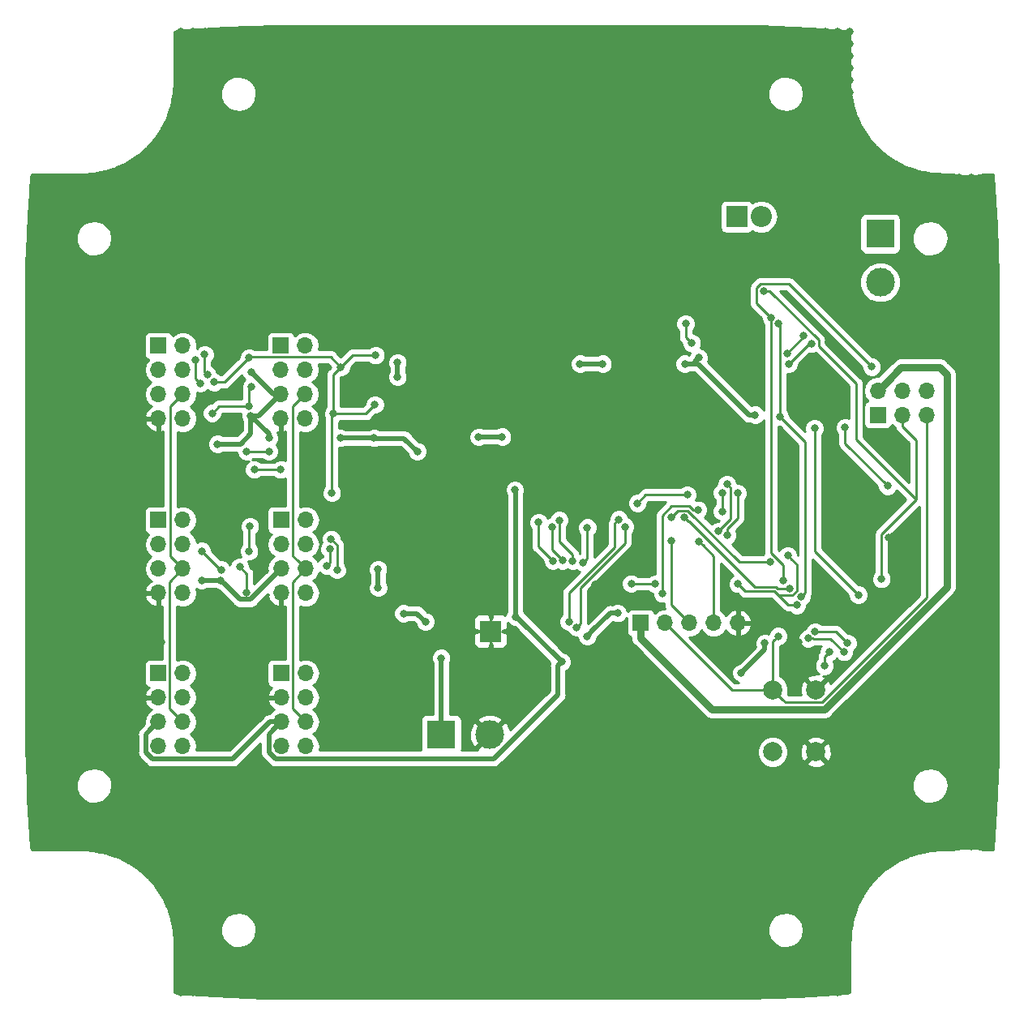
<source format=gbr>
G04 #@! TF.GenerationSoftware,KiCad,Pcbnew,(5.0.2)-1*
G04 #@! TF.CreationDate,2019-02-02T14:32:06-06:00*
G04 #@! TF.ProjectId,Motor test module,4d6f746f-7220-4746-9573-74206d6f6475,rev?*
G04 #@! TF.SameCoordinates,Original*
G04 #@! TF.FileFunction,Copper,L2,Bot*
G04 #@! TF.FilePolarity,Positive*
%FSLAX46Y46*%
G04 Gerber Fmt 4.6, Leading zero omitted, Abs format (unit mm)*
G04 Created by KiCad (PCBNEW (5.0.2)-1) date 2/2/2019 2:32:06 PM*
%MOMM*%
%LPD*%
G01*
G04 APERTURE LIST*
G04 #@! TA.AperFunction,ComponentPad*
%ADD10R,1.700000X1.700000*%
G04 #@! TD*
G04 #@! TA.AperFunction,ComponentPad*
%ADD11O,1.700000X1.700000*%
G04 #@! TD*
G04 #@! TA.AperFunction,ComponentPad*
%ADD12R,3.000000X3.000000*%
G04 #@! TD*
G04 #@! TA.AperFunction,ComponentPad*
%ADD13C,3.000000*%
G04 #@! TD*
G04 #@! TA.AperFunction,ComponentPad*
%ADD14R,2.200000X2.200000*%
G04 #@! TD*
G04 #@! TA.AperFunction,ComponentPad*
%ADD15O,2.200000X2.200000*%
G04 #@! TD*
G04 #@! TA.AperFunction,ComponentPad*
%ADD16C,0.600000*%
G04 #@! TD*
G04 #@! TA.AperFunction,Conductor*
%ADD17R,2.300000X2.300000*%
G04 #@! TD*
G04 #@! TA.AperFunction,ComponentPad*
%ADD18C,2.000000*%
G04 #@! TD*
G04 #@! TA.AperFunction,ViaPad*
%ADD19C,0.800000*%
G04 #@! TD*
G04 #@! TA.AperFunction,Conductor*
%ADD20C,0.500000*%
G04 #@! TD*
G04 #@! TA.AperFunction,Conductor*
%ADD21C,0.250000*%
G04 #@! TD*
G04 #@! TA.AperFunction,Conductor*
%ADD22C,0.750000*%
G04 #@! TD*
G04 #@! TA.AperFunction,Conductor*
%ADD23C,0.254000*%
G04 #@! TD*
G04 APERTURE END LIST*
D10*
G04 #@! TO.P,J10,1*
G04 #@! TO.N,S0*
X172720000Y-92456000D03*
D11*
G04 #@! TO.P,J10,2*
G04 #@! TO.N,VPP*
X172720000Y-89916000D03*
G04 #@! TO.P,J10,3*
G04 #@! TO.N,SCK*
X175260000Y-92456000D03*
G04 #@! TO.P,J10,4*
G04 #@! TO.N,SI*
X175260000Y-89916000D03*
G04 #@! TO.P,J10,5*
G04 #@! TO.N,Rst*
X177800000Y-92456000D03*
G04 #@! TO.P,J10,6*
G04 #@! TO.N,GNDREF*
X177800000Y-89916000D03*
G04 #@! TD*
D12*
G04 #@! TO.P,J8,1*
G04 #@! TO.N,+12V*
X127127000Y-125857000D03*
D13*
G04 #@! TO.P,J8,2*
G04 #@! TO.N,GNDREF*
X132207000Y-125857000D03*
G04 #@! TD*
D14*
G04 #@! TO.P,D1,1*
G04 #@! TO.N,+5V*
X157988000Y-71755000D03*
D15*
G04 #@! TO.P,D1,2*
G04 #@! TO.N,Net-(C14-Pad1)*
X160528000Y-71755000D03*
G04 #@! TD*
D16*
G04 #@! TO.P,U1,11*
G04 #@! TO.N,GNDREF*
X132285000Y-115046000D03*
X131785000Y-114546000D03*
X132785000Y-114546000D03*
X131785000Y-115546000D03*
X132785000Y-115546000D03*
D17*
G04 #@! TD*
G04 #@! TO.N,GNDREF*
G04 #@! TO.C,U1*
X132284000Y-115046000D03*
D10*
G04 #@! TO.P,J1,1*
G04 #@! TO.N,M1A+*
X97599500Y-85217000D03*
D11*
G04 #@! TO.P,J1,2*
G04 #@! TO.N,M1A-*
X100139500Y-85217000D03*
G04 #@! TO.P,J1,3*
G04 #@! TO.N,M1B+*
X97599500Y-87757000D03*
G04 #@! TO.P,J1,4*
G04 #@! TO.N,M1B-*
X100139500Y-87757000D03*
G04 #@! TO.P,J1,5*
G04 #@! TO.N,+5V*
X97599500Y-90297000D03*
G04 #@! TO.P,J1,6*
G04 #@! TO.N,E1*
X100139500Y-90297000D03*
G04 #@! TO.P,J1,7*
G04 #@! TO.N,GNDREF*
X97599500Y-92837000D03*
G04 #@! TO.P,J1,8*
G04 #@! TO.N,N/C*
X100139500Y-92837000D03*
G04 #@! TD*
D10*
G04 #@! TO.P,J2,1*
G04 #@! TO.N,M1+*
X97599500Y-103441500D03*
D11*
G04 #@! TO.P,J2,2*
G04 #@! TO.N,M1-*
X100139500Y-103441500D03*
G04 #@! TO.P,J2,3*
G04 #@! TO.N,N/C*
X97599500Y-105981500D03*
G04 #@! TO.P,J2,4*
X100139500Y-105981500D03*
G04 #@! TO.P,J2,5*
G04 #@! TO.N,+12V*
X97599500Y-108521500D03*
G04 #@! TO.P,J2,6*
G04 #@! TO.N,E1*
X100139500Y-108521500D03*
G04 #@! TO.P,J2,7*
G04 #@! TO.N,GNDREF*
X97599500Y-111061500D03*
G04 #@! TO.P,J2,8*
G04 #@! TO.N,N/C*
X100139500Y-111061500D03*
G04 #@! TD*
G04 #@! TO.P,J3,8*
G04 #@! TO.N,N/C*
X100139500Y-127063500D03*
G04 #@! TO.P,J3,7*
G04 #@! TO.N,GNDREF*
X97599500Y-127063500D03*
G04 #@! TO.P,J3,6*
G04 #@! TO.N,E1*
X100139500Y-124523500D03*
G04 #@! TO.P,J3,5*
G04 #@! TO.N,+5V*
X97599500Y-124523500D03*
G04 #@! TO.P,J3,4*
G04 #@! TO.N,N/C*
X100139500Y-121983500D03*
G04 #@! TO.P,J3,3*
G04 #@! TO.N,GNDREF*
X97599500Y-121983500D03*
G04 #@! TO.P,J3,2*
G04 #@! TO.N,Servo1*
X100139500Y-119443500D03*
D10*
G04 #@! TO.P,J3,1*
G04 #@! TO.N,+5V*
X97599500Y-119443500D03*
G04 #@! TD*
D11*
G04 #@! TO.P,J4,8*
G04 #@! TO.N,N/C*
X112903000Y-92837000D03*
G04 #@! TO.P,J4,7*
G04 #@! TO.N,GNDREF*
X110363000Y-92837000D03*
G04 #@! TO.P,J4,6*
G04 #@! TO.N,E2*
X112903000Y-90297000D03*
G04 #@! TO.P,J4,5*
G04 #@! TO.N,+5V*
X110363000Y-90297000D03*
G04 #@! TO.P,J4,4*
G04 #@! TO.N,M2B-*
X112903000Y-87757000D03*
G04 #@! TO.P,J4,3*
G04 #@! TO.N,M2B+*
X110363000Y-87757000D03*
G04 #@! TO.P,J4,2*
G04 #@! TO.N,M2A-*
X112903000Y-85217000D03*
D10*
G04 #@! TO.P,J4,1*
G04 #@! TO.N,M2A+*
X110363000Y-85217000D03*
G04 #@! TD*
G04 #@! TO.P,J5,1*
G04 #@! TO.N,M2+*
X110426500Y-103441500D03*
D11*
G04 #@! TO.P,J5,2*
G04 #@! TO.N,M2-*
X112966500Y-103441500D03*
G04 #@! TO.P,J5,3*
G04 #@! TO.N,N/C*
X110426500Y-105981500D03*
G04 #@! TO.P,J5,4*
X112966500Y-105981500D03*
G04 #@! TO.P,J5,5*
G04 #@! TO.N,+12V*
X110426500Y-108521500D03*
G04 #@! TO.P,J5,6*
G04 #@! TO.N,E2*
X112966500Y-108521500D03*
G04 #@! TO.P,J5,7*
G04 #@! TO.N,GNDREF*
X110426500Y-111061500D03*
G04 #@! TO.P,J5,8*
G04 #@! TO.N,N/C*
X112966500Y-111061500D03*
G04 #@! TD*
G04 #@! TO.P,J6,8*
G04 #@! TO.N,N/C*
X112966500Y-127063500D03*
G04 #@! TO.P,J6,7*
G04 #@! TO.N,GNDREF*
X110426500Y-127063500D03*
G04 #@! TO.P,J6,6*
G04 #@! TO.N,E2*
X112966500Y-124523500D03*
G04 #@! TO.P,J6,5*
G04 #@! TO.N,+5V*
X110426500Y-124523500D03*
G04 #@! TO.P,J6,4*
G04 #@! TO.N,N/C*
X112966500Y-121983500D03*
G04 #@! TO.P,J6,3*
G04 #@! TO.N,GNDREF*
X110426500Y-121983500D03*
G04 #@! TO.P,J6,2*
G04 #@! TO.N,Servo2*
X112966500Y-119443500D03*
D10*
G04 #@! TO.P,J6,1*
G04 #@! TO.N,+5V*
X110426500Y-119443500D03*
G04 #@! TD*
D18*
G04 #@! TO.P,SW1,2*
G04 #@! TO.N,Rst*
X161743000Y-121158000D03*
G04 #@! TO.P,SW1,1*
G04 #@! TO.N,GNDREF*
X166243000Y-121158000D03*
G04 #@! TO.P,SW1,2*
G04 #@! TO.N,Rst*
X161743000Y-127658000D03*
G04 #@! TO.P,SW1,1*
G04 #@! TO.N,GNDREF*
X166243000Y-127658000D03*
G04 #@! TD*
D10*
G04 #@! TO.P,J7,1*
G04 #@! TO.N,VPP*
X147955000Y-114173000D03*
D11*
G04 #@! TO.P,J7,2*
G04 #@! TO.N,Rst*
X150495000Y-114173000D03*
G04 #@! TO.P,J7,3*
G04 #@! TO.N,Rx*
X153035000Y-114173000D03*
G04 #@! TO.P,J7,4*
G04 #@! TO.N,Tx*
X155575000Y-114173000D03*
G04 #@! TO.P,J7,5*
G04 #@! TO.N,GNDREF*
X158115000Y-114173000D03*
G04 #@! TD*
D12*
G04 #@! TO.P,J9,1*
G04 #@! TO.N,CANH*
X172974000Y-73533000D03*
D13*
G04 #@! TO.P,J9,2*
G04 #@! TO.N,CANL*
X172974000Y-78613000D03*
G04 #@! TD*
D19*
G04 #@! TO.N,+12V*
X102108000Y-109728000D03*
X104103000Y-109728000D03*
X127127000Y-117856000D03*
X120523000Y-108585000D03*
X120548400Y-110515400D03*
X123190000Y-113182400D03*
X125476000Y-114046000D03*
G04 #@! TO.N,GNDREF*
X118491000Y-93726000D03*
X118491000Y-96647000D03*
X125095000Y-110617000D03*
X118364000Y-107061000D03*
X97917000Y-116205000D03*
X105156000Y-105537000D03*
X115443000Y-110871000D03*
X120142000Y-114173000D03*
X127889000Y-107696000D03*
X122301000Y-110236000D03*
X130937000Y-108712000D03*
X127889000Y-115316000D03*
X156845000Y-81000600D03*
X151765000Y-81280000D03*
X158369000Y-104648000D03*
X105156000Y-93980000D03*
X115189000Y-87503000D03*
X118491000Y-88646000D03*
X138938000Y-114681000D03*
X108458000Y-104521000D03*
X170561000Y-100203000D03*
X173863000Y-105283000D03*
X158369000Y-77216000D03*
X164465000Y-116205000D03*
X100584000Y-98425000D03*
X102235000Y-116078000D03*
X158178500Y-112331500D03*
X118287800Y-104165400D03*
X121843800Y-97078800D03*
X163310410Y-99618012D03*
X143230600Y-110210600D03*
X164084000Y-96647000D03*
X110363000Y-95631000D03*
X113284000Y-95631000D03*
X183769000Y-71501000D03*
X183769000Y-72771000D03*
X183769000Y-74041000D03*
X183769000Y-75311000D03*
X183769000Y-76581000D03*
X183769000Y-77851000D03*
X183769000Y-79121000D03*
X183769000Y-80391000D03*
X183769000Y-81661000D03*
X183769000Y-82931000D03*
X183769000Y-84201000D03*
X183769000Y-85471000D03*
X183769000Y-86741000D03*
X183769000Y-88011000D03*
X183769000Y-89281000D03*
X183769000Y-90551000D03*
X183769000Y-91821000D03*
X183769000Y-93091000D03*
X183769000Y-94361000D03*
X183769000Y-95631000D03*
X183769000Y-96901000D03*
X183769000Y-98171000D03*
X183769000Y-99441000D03*
X183769000Y-100711000D03*
X183769000Y-101981000D03*
X183769000Y-103251000D03*
X183769000Y-104521000D03*
X183769000Y-105791000D03*
X183769000Y-107061000D03*
X183769000Y-108331000D03*
X183769000Y-109601000D03*
X183769000Y-110871000D03*
X183769000Y-112141000D03*
X183769000Y-113411000D03*
X183769000Y-114681000D03*
X183769000Y-115951000D03*
X183769000Y-117221000D03*
X183769000Y-118491000D03*
X183769000Y-119761000D03*
X183769000Y-121031000D03*
X183769000Y-122301000D03*
X183769000Y-123571000D03*
X183769000Y-124841000D03*
X183769000Y-126111000D03*
X183769000Y-127381000D03*
X183769000Y-128651000D03*
X183769000Y-129921000D03*
X183769000Y-131191000D03*
X183769000Y-132461000D03*
X183769000Y-133731000D03*
X183769000Y-135001000D03*
X183769000Y-136271000D03*
X183769000Y-137541000D03*
X182499000Y-137541000D03*
X181229000Y-137541000D03*
X179959000Y-137541000D03*
X178689000Y-137541000D03*
X177419000Y-137541000D03*
X176149000Y-137541000D03*
X174879000Y-137541000D03*
X173609000Y-137541000D03*
X172339000Y-138811000D03*
X171069000Y-140081000D03*
X169799000Y-141351000D03*
X168529000Y-142621000D03*
X168529000Y-143891000D03*
X168529000Y-145161000D03*
X168529000Y-146431000D03*
X168529000Y-147701000D03*
X168529000Y-148971000D03*
X168529000Y-150241000D03*
X168529000Y-151511000D03*
X168529000Y-152781000D03*
X167259000Y-152781000D03*
X165989000Y-152781000D03*
X164719000Y-152781000D03*
X163449000Y-152781000D03*
X162179000Y-152781000D03*
X160909000Y-152781000D03*
X159639000Y-152781000D03*
X158369000Y-152781000D03*
X157099000Y-152781000D03*
X155829000Y-152781000D03*
X154559000Y-152781000D03*
X153289000Y-152781000D03*
X152019000Y-152781000D03*
X150749000Y-152781000D03*
X149479000Y-152781000D03*
X148209000Y-152781000D03*
X146939000Y-152781000D03*
X145669000Y-152781000D03*
X144399000Y-152781000D03*
X143129000Y-152781000D03*
X141859000Y-152781000D03*
X140589000Y-152781000D03*
X139319000Y-152781000D03*
X138049000Y-152781000D03*
X136779000Y-152781000D03*
X135509000Y-152781000D03*
X134239000Y-152781000D03*
X132969000Y-152781000D03*
X131699000Y-152781000D03*
X130429000Y-152781000D03*
X129159000Y-152781000D03*
X127889000Y-152781000D03*
X126619000Y-152781000D03*
X125349000Y-152781000D03*
X124079000Y-152781000D03*
X122809000Y-152781000D03*
X121539000Y-152781000D03*
X120269000Y-152781000D03*
X118999000Y-152781000D03*
X117729000Y-152781000D03*
X116459000Y-152781000D03*
X115189000Y-152781000D03*
X113919000Y-152781000D03*
X112649000Y-152781000D03*
X111379000Y-152781000D03*
X110109000Y-152781000D03*
X108839000Y-152781000D03*
X107569000Y-152781000D03*
X106299000Y-152781000D03*
X105029000Y-152781000D03*
X103759000Y-152781000D03*
X102489000Y-152781000D03*
X101219000Y-152781000D03*
X99949000Y-152781000D03*
X99949000Y-151511000D03*
X99949000Y-150241000D03*
X99949000Y-148971000D03*
X99949000Y-147701000D03*
X99949000Y-146431000D03*
X99949000Y-145161000D03*
X99949000Y-143891000D03*
X99949000Y-142621000D03*
X98679000Y-141351000D03*
X97409000Y-140081000D03*
X96139000Y-138811000D03*
X94869000Y-137541000D03*
X93599000Y-137541000D03*
X92329000Y-137541000D03*
X91059000Y-137541000D03*
X89789000Y-137541000D03*
X88519000Y-137541000D03*
X87249000Y-137541000D03*
X85979000Y-137541000D03*
X84709000Y-137541000D03*
X84709000Y-136271000D03*
X84709000Y-135001000D03*
X84709000Y-133731000D03*
X84709000Y-131191000D03*
X84709000Y-129921000D03*
X84709000Y-132461000D03*
X84709000Y-128651000D03*
X84709000Y-127381000D03*
X84709000Y-126111000D03*
X86106000Y-126111000D03*
X87630000Y-126365000D03*
X89535000Y-118618000D03*
X85725000Y-117348000D03*
X88011000Y-118491000D03*
X86741000Y-117983000D03*
X84709000Y-117221000D03*
X84709000Y-114681000D03*
X84709000Y-113411000D03*
X84709000Y-112141000D03*
X84709000Y-110871000D03*
X84709000Y-109601000D03*
X84709000Y-108331000D03*
X84709000Y-107061000D03*
X84709000Y-105791000D03*
X84709000Y-104521000D03*
X84709000Y-103251000D03*
X84709000Y-101981000D03*
X84709000Y-100711000D03*
X84709000Y-99441000D03*
X84709000Y-98171000D03*
X84709000Y-96901000D03*
X84709000Y-95631000D03*
X84709000Y-94361000D03*
X84709000Y-93091000D03*
X84709000Y-91821000D03*
X84709000Y-90551000D03*
X84709000Y-89281000D03*
X84709000Y-88011000D03*
X84709000Y-86741000D03*
X84709000Y-85471000D03*
X84709000Y-84201000D03*
X84709000Y-82931000D03*
X84709000Y-81661000D03*
X84709000Y-80391000D03*
X84709000Y-79121000D03*
X84709000Y-77851000D03*
X84709000Y-76581000D03*
X84709000Y-75311000D03*
X84709000Y-74041000D03*
X84709000Y-72771000D03*
X84709000Y-70231000D03*
X84709000Y-68961000D03*
X84709000Y-71501000D03*
X84709000Y-67691000D03*
X85979000Y-67691000D03*
X87249000Y-67691000D03*
X88519000Y-67691000D03*
X89789000Y-67691000D03*
X91059000Y-67691000D03*
X92329000Y-67691000D03*
X93599000Y-67691000D03*
X94869000Y-67691000D03*
X96139000Y-66421000D03*
X97409000Y-65151000D03*
X98679000Y-63881000D03*
X99949000Y-62611000D03*
X99949000Y-61341000D03*
X99949000Y-60071000D03*
X99949000Y-58801000D03*
X99949000Y-57531000D03*
X99949000Y-56261000D03*
X99949000Y-54991000D03*
X99949000Y-53721000D03*
X99949000Y-52451000D03*
X101219000Y-52451000D03*
X102489000Y-52451000D03*
X103759000Y-52451000D03*
X105029000Y-52451000D03*
X106299000Y-52451000D03*
X107569000Y-52451000D03*
X108839000Y-52451000D03*
X110109000Y-52451000D03*
X111379000Y-52451000D03*
X112649000Y-52451000D03*
X113919000Y-52451000D03*
X115189000Y-52451000D03*
X116459000Y-52451000D03*
X117729000Y-52451000D03*
X118999000Y-52451000D03*
X120269000Y-52451000D03*
X121539000Y-52451000D03*
X122809000Y-52451000D03*
X124079000Y-52451000D03*
X125349000Y-52451000D03*
X126619000Y-52451000D03*
X127889000Y-52451000D03*
X127889000Y-52451000D03*
X127889000Y-52451000D03*
X129159000Y-52451000D03*
X130429000Y-52451000D03*
X131699000Y-52451000D03*
X132969000Y-52451000D03*
X134239000Y-52451000D03*
X135509000Y-52451000D03*
X136779000Y-52451000D03*
X138049000Y-52451000D03*
X139319000Y-52451000D03*
X140589000Y-52451000D03*
X141859000Y-52451000D03*
X143129000Y-52451000D03*
X144399000Y-52451000D03*
X145669000Y-52451000D03*
X146939000Y-52451000D03*
X148209000Y-52451000D03*
X149479000Y-52451000D03*
X150749000Y-52451000D03*
X152019000Y-52451000D03*
X153289000Y-52451000D03*
X154559000Y-52451000D03*
X155829000Y-52451000D03*
X157099000Y-52451000D03*
X158369000Y-52451000D03*
X160909000Y-52451000D03*
X162179000Y-52451000D03*
X163449000Y-52451000D03*
X164719000Y-52451000D03*
X165989000Y-52451000D03*
X167259000Y-52451000D03*
X168529000Y-52451000D03*
X169799000Y-52451000D03*
X159639000Y-52451000D03*
X169799000Y-53721000D03*
X169799000Y-54991000D03*
X169799000Y-56261000D03*
X169799000Y-57531000D03*
X169799000Y-58801000D03*
X169799000Y-60071000D03*
X169799000Y-61341000D03*
X169799000Y-62611000D03*
X171069000Y-63881000D03*
X172339000Y-65151000D03*
X178689000Y-67691000D03*
X179959000Y-67691000D03*
X181229000Y-67691000D03*
X182499000Y-67691000D03*
X183769000Y-67691000D03*
X183769000Y-68961000D03*
X183769000Y-70231000D03*
X84709000Y-115951000D03*
X128905000Y-117729000D03*
X129921000Y-117729000D03*
X130937000Y-117729000D03*
X129921000Y-116713000D03*
X105156000Y-103505000D03*
X173228000Y-65786000D03*
X174244000Y-66421000D03*
X175133000Y-66929000D03*
X175133000Y-66929000D03*
X175133000Y-66929000D03*
X176149000Y-67437000D03*
X177165000Y-67691000D03*
G04 #@! TO.N,+5V*
X152564000Y-87122000D03*
X159893000Y-92455999D03*
X154018670Y-86487000D03*
X107225000Y-92561075D03*
X103759000Y-95504000D03*
X109125011Y-94869000D03*
X116586000Y-94869000D03*
X120102500Y-94869000D03*
X122555000Y-86995000D03*
X122555000Y-88470000D03*
X143981000Y-87122000D03*
X141630978Y-87122000D03*
X133477000Y-94742000D03*
X131036847Y-94769153D03*
X139700000Y-118237000D03*
X134869340Y-113533340D03*
X107315000Y-88011000D03*
X160909000Y-116311011D03*
X145542000Y-113157000D03*
X142367000Y-115569996D03*
X134810496Y-100266500D03*
X158479992Y-119396012D03*
X124626210Y-96266000D03*
G04 #@! TO.N,Servo1*
X147612697Y-101671453D03*
X145669000Y-103378000D03*
X152809684Y-100810957D03*
X140463329Y-114036532D03*
G04 #@! TO.N,Servo2*
X146309192Y-104146231D03*
X141268475Y-114629627D03*
G04 #@! TO.N,INT*
X156464000Y-100588977D03*
X156463996Y-102521021D03*
G04 #@! TO.N,+3V3*
X116648373Y-87463115D03*
X107061000Y-86487000D03*
X107082298Y-91571308D03*
X103197747Y-92270556D03*
X115886711Y-92338030D03*
X120200847Y-91381153D03*
X107315000Y-89535000D03*
X115697000Y-100616011D03*
X120269000Y-86233000D03*
X107061000Y-106680000D03*
X107143850Y-104090790D03*
X103417490Y-89042474D03*
X115486673Y-106459447D03*
X115158947Y-108208653D03*
G04 #@! TO.N,M1A+C*
X106807000Y-96266000D03*
X109125021Y-96265123D03*
G04 #@! TO.N,M1A-C*
X110368358Y-98165642D03*
X107601026Y-98171005D03*
G04 #@! TO.N,M2A+C*
X142390930Y-104224818D03*
X141959481Y-107888178D03*
G04 #@! TO.N,M2A-C*
X139446000Y-103447998D03*
X140846155Y-107689835D03*
G04 #@! TO.N,M2B+C*
X139790360Y-107663547D03*
X138684000Y-104165968D03*
G04 #@! TO.N,SI*
X161560933Y-82303627D03*
X172085000Y-87439500D03*
X162877500Y-109728000D03*
G04 #@! TO.N,S0*
X162339653Y-82931000D03*
X162509200Y-92646500D03*
X164726972Y-111442067D03*
G04 #@! TO.N,TX2*
X153932481Y-102371930D03*
X150241000Y-111125000D03*
G04 #@! TO.N,M2B-C*
X138790775Y-107692759D03*
X137305954Y-103682035D03*
G04 #@! TO.N,M1-C*
X167640000Y-117221000D03*
X167143875Y-118671012D03*
G04 #@! TO.N,RX1*
X170688000Y-111252000D03*
X166116000Y-93853000D03*
G04 #@! TO.N,TX1*
X152527000Y-103160990D03*
X163510064Y-110560654D03*
G04 #@! TO.N,SCK*
X160782000Y-79502000D03*
X173101000Y-109601000D03*
G04 #@! TO.N,TX0*
X151130000Y-103124000D03*
X161467012Y-107815464D03*
G04 #@! TO.N,Net-(U10-Pad4)*
X153293660Y-84967660D03*
X152654000Y-82931000D03*
G04 #@! TO.N,M1A+*
X101486272Y-86754272D03*
X101967479Y-89144831D03*
G04 #@! TO.N,M1A-*
X102420847Y-86164847D03*
X102729877Y-88268170D03*
G04 #@! TO.N,M1-*
X106081990Y-108327648D03*
X106807000Y-110998000D03*
G04 #@! TO.N,M1+*
X102108000Y-106680000D03*
X104140000Y-108621990D03*
G04 #@! TO.N,M2-*
X115636811Y-105423073D03*
X116234487Y-108663010D03*
G04 #@! TO.N,Net-(U8-Pad33)*
X169164000Y-117221000D03*
X165426536Y-115803276D03*
G04 #@! TO.N,Net-(U8-Pad34)*
X169557920Y-116301853D03*
X166172790Y-115099000D03*
G04 #@! TO.N,CANL*
X163423600Y-87147400D03*
X165798500Y-85026500D03*
G04 #@! TO.N,CANH*
X163234200Y-86029800D03*
X164999091Y-84222804D03*
G04 #@! TO.N,Tx*
X156992089Y-105027606D03*
X158096999Y-100621000D03*
X154027852Y-105667924D03*
G04 #@! TO.N,Rx*
X156083000Y-104611000D03*
X156972000Y-99695000D03*
X151130000Y-105573990D03*
G04 #@! TO.N,Rst*
X162306000Y-115570008D03*
G04 #@! TO.N,VCC*
X149479000Y-110109000D03*
X158115000Y-110109000D03*
X146969060Y-110078940D03*
X163317186Y-107125310D03*
X164267512Y-112330278D03*
G04 #@! TO.N,MCP_SS*
X169276097Y-93774597D03*
X173736000Y-99885500D03*
G04 #@! TD*
D20*
G04 #@! TO.N,+12V*
X102108000Y-109728000D02*
X104103000Y-109728000D01*
X127127000Y-124107000D02*
X127127000Y-117856000D01*
X127127000Y-125857000D02*
X127127000Y-124107000D01*
X104502999Y-110127999D02*
X104103000Y-109728000D01*
X106098001Y-111723001D02*
X104502999Y-110127999D01*
X107224999Y-111723001D02*
X106098001Y-111723001D01*
X110426500Y-108521500D02*
X107224999Y-111723001D01*
X120523000Y-110490000D02*
X120548400Y-110515400D01*
X120523000Y-108585000D02*
X120523000Y-110490000D01*
X123190000Y-113182400D02*
X124612400Y-113182400D01*
X124612400Y-113182400D02*
X125476000Y-114046000D01*
G04 #@! TO.N,+5V*
X159327315Y-92455999D02*
X159893000Y-92455999D01*
D21*
X159257999Y-92455999D02*
X159327315Y-92455999D01*
D20*
X152564000Y-87122000D02*
X153924000Y-87122000D01*
X153924000Y-87122000D02*
X159257999Y-92455999D01*
D21*
X152564000Y-87122000D02*
X153383670Y-87122000D01*
D20*
X153618671Y-86886999D02*
X154018670Y-86487000D01*
D21*
X153383670Y-87122000D02*
X153618671Y-86886999D01*
D20*
X110363000Y-90297000D02*
X108098925Y-92561075D01*
X108077000Y-92561075D02*
X107203075Y-92561075D01*
X103759000Y-95504000D02*
X106172000Y-95504000D01*
X107225000Y-94451000D02*
X107225000Y-92561075D01*
X106172000Y-95504000D02*
X107225000Y-94451000D01*
X107225000Y-92561075D02*
X109125011Y-94461086D01*
D21*
X109125011Y-94461086D02*
X109125011Y-94869000D01*
D20*
X116586000Y-94869000D02*
X120102500Y-94869000D01*
X122555000Y-86995000D02*
X122555000Y-88470000D01*
X143981000Y-87122000D02*
X141630978Y-87122000D01*
X131064000Y-94742000D02*
X131036847Y-94769153D01*
X133477000Y-94742000D02*
X131036847Y-94769153D01*
X134996340Y-113533340D02*
X134869340Y-113533340D01*
X139700000Y-118237000D02*
X134996340Y-113533340D01*
D21*
X109601000Y-90297000D02*
X110363000Y-90297000D01*
D20*
X107315000Y-88011000D02*
X109601000Y-90297000D01*
X145542000Y-113157000D02*
X144780000Y-113157000D01*
X144780000Y-113112495D02*
X142766995Y-115125500D01*
X142684500Y-115252500D02*
X142367004Y-115569996D01*
X142367004Y-115569996D02*
X142367000Y-115569996D01*
X134869340Y-113533340D02*
X134869340Y-100325344D01*
X134869340Y-100325344D02*
X134810496Y-100266500D01*
X160909000Y-116967004D02*
X158479992Y-119396012D01*
X160909000Y-116311011D02*
X160909000Y-116967004D01*
X123254610Y-94894400D02*
X124626210Y-96266000D01*
X120102500Y-94869000D02*
X120127900Y-94894400D01*
X120127900Y-94894400D02*
X123254610Y-94894400D01*
X96299499Y-127687501D02*
X96299499Y-125823501D01*
X96975499Y-128363501D02*
X96299499Y-127687501D01*
X96299499Y-125823501D02*
X96749501Y-125373499D01*
X105384418Y-128363501D02*
X96975499Y-128363501D01*
X96749501Y-125373499D02*
X97599500Y-124523500D01*
X109224419Y-124523500D02*
X105384418Y-128363501D01*
X110426500Y-124523500D02*
X109224419Y-124523500D01*
X109576501Y-125373499D02*
X110426500Y-124523500D01*
X109126499Y-125823501D02*
X109576501Y-125373499D01*
X109126499Y-127687501D02*
X109126499Y-125823501D01*
X109802499Y-128363501D02*
X109126499Y-127687501D01*
X132586501Y-128363501D02*
X109802499Y-128363501D01*
X139300001Y-121650001D02*
X132586501Y-128363501D01*
X139300001Y-118636999D02*
X139300001Y-121650001D01*
X139700000Y-118237000D02*
X139300001Y-118636999D01*
D21*
G04 #@! TO.N,Servo1*
X147612697Y-101671453D02*
X148473193Y-100810957D01*
X148473193Y-100810957D02*
X152243999Y-100810957D01*
X152243999Y-100810957D02*
X152809684Y-100810957D01*
X145269001Y-103777999D02*
X145269001Y-106240389D01*
X145669000Y-103378000D02*
X145269001Y-103777999D01*
X140463329Y-113470847D02*
X140463329Y-114036532D01*
X140463329Y-111046061D02*
X140463329Y-113470847D01*
X145269001Y-106240389D02*
X140463329Y-111046061D01*
G04 #@! TO.N,Servo2*
X141668474Y-114229628D02*
X141268475Y-114629627D01*
X141668474Y-110477326D02*
X141668474Y-114229628D01*
X146309192Y-104146231D02*
X146309192Y-105836608D01*
X146309192Y-105836608D02*
X141668474Y-110477326D01*
G04 #@! TO.N,INT*
X156464000Y-102521017D02*
X156463996Y-102521021D01*
X156464000Y-100588977D02*
X156464000Y-102521017D01*
G04 #@! TO.N,+3V3*
X107082298Y-91571308D02*
X103896995Y-91571308D01*
X103896995Y-91571308D02*
X103197747Y-92270556D01*
X107082298Y-89767702D02*
X107315000Y-89535000D01*
X107082298Y-91571308D02*
X107082298Y-89767702D01*
X115886711Y-88224777D02*
X115886711Y-92338030D01*
X116648373Y-87463115D02*
X115886711Y-88224777D01*
X115697000Y-94684998D02*
X115697000Y-100616011D01*
X115886711Y-92338030D02*
X115697000Y-92527741D01*
X115697000Y-92527741D02*
X115697000Y-94684998D01*
X119243970Y-92338030D02*
X120200847Y-91381153D01*
X115886711Y-92338030D02*
X119243970Y-92338030D01*
X116648373Y-87463115D02*
X117878488Y-86233000D01*
X117878488Y-86233000D02*
X119703315Y-86233000D01*
X119703315Y-86233000D02*
X120269000Y-86233000D01*
X107061000Y-106680000D02*
X107061000Y-104173640D01*
X107061000Y-104173640D02*
X107143850Y-104090790D01*
X107061000Y-86487000D02*
X104505526Y-89042474D01*
X104505526Y-89042474D02*
X103983175Y-89042474D01*
X103983175Y-89042474D02*
X103417490Y-89042474D01*
X115486673Y-106459447D02*
X115486673Y-107880927D01*
X115486673Y-107880927D02*
X115158947Y-108208653D01*
X107124500Y-86423500D02*
X107061000Y-86487000D01*
X116648373Y-87463115D02*
X115608758Y-86423500D01*
X115608758Y-86423500D02*
X107124500Y-86423500D01*
G04 #@! TO.N,M1A+C*
X106807000Y-96266000D02*
X109124144Y-96266000D01*
X109124144Y-96266000D02*
X109125021Y-96265123D01*
G04 #@! TO.N,M1A-C*
X110368358Y-98165642D02*
X107606389Y-98165642D01*
X107606389Y-98165642D02*
X107601026Y-98171005D01*
G04 #@! TO.N,M2A+C*
X142359480Y-107488179D02*
X141959481Y-107888178D01*
X142390930Y-104224818D02*
X142390930Y-107456729D01*
X142390930Y-107456729D02*
X142359480Y-107488179D01*
G04 #@! TO.N,M2A-C*
X140846155Y-107124150D02*
X140846155Y-107689835D01*
X140846155Y-107064155D02*
X140846155Y-107124150D01*
X139446000Y-103447998D02*
X139446000Y-105664000D01*
X139446000Y-105664000D02*
X140846155Y-107064155D01*
G04 #@! TO.N,M2B+C*
X138684000Y-106557187D02*
X138684000Y-104731653D01*
X138684000Y-104731653D02*
X138684000Y-104165968D01*
X139790360Y-107663547D02*
X138684000Y-106557187D01*
G04 #@! TO.N,SI*
X163422499Y-78776999D02*
X172085000Y-87439500D01*
X160433999Y-78776999D02*
X163422499Y-78776999D01*
X160056999Y-79153999D02*
X160433999Y-78776999D01*
X161560933Y-82303627D02*
X160056999Y-80799693D01*
X160056999Y-80799693D02*
X160056999Y-79153999D01*
X161560933Y-82303627D02*
X161560933Y-106836383D01*
X162877500Y-109162315D02*
X162877500Y-109728000D01*
X162877500Y-108152950D02*
X162877500Y-109162315D01*
X161560933Y-106836383D02*
X162877500Y-108152950D01*
G04 #@! TO.N,S0*
X162339653Y-82931000D02*
X162509200Y-83100547D01*
X162509200Y-83100547D02*
X162509200Y-92646500D01*
X162509200Y-92646500D02*
X165126971Y-95264271D01*
X165126971Y-111042068D02*
X164726972Y-111442067D01*
X165126971Y-95264271D02*
X165126971Y-111042068D01*
G04 #@! TO.N,TX2*
X153447353Y-102371930D02*
X153061401Y-101985978D01*
X151195020Y-101985978D02*
X150241000Y-102939998D01*
X153061401Y-101985978D02*
X151195020Y-101985978D01*
X153932481Y-102371930D02*
X153447353Y-102371930D01*
X150241000Y-110559315D02*
X150241000Y-111125000D01*
X150241000Y-102939998D02*
X150241000Y-110559315D01*
G04 #@! TO.N,M2B-C*
X138790775Y-107692759D02*
X137305954Y-106207938D01*
X137305954Y-106207938D02*
X137305954Y-104247720D01*
X137305954Y-104247720D02*
X137305954Y-103682035D01*
G04 #@! TO.N,M1-C*
X167143875Y-118105327D02*
X167143875Y-118671012D01*
X167640000Y-117221000D02*
X167143875Y-117717125D01*
X167143875Y-117717125D02*
X167143875Y-118105327D01*
G04 #@! TO.N,RX1*
X170688000Y-111252000D02*
X166116000Y-106680000D01*
X166116000Y-106680000D02*
X166116000Y-94418685D01*
X166116000Y-94418685D02*
X166116000Y-93853000D01*
G04 #@! TO.N,TX1*
X152527000Y-103160990D02*
X152926999Y-103560989D01*
X159850927Y-110417997D02*
X162113493Y-110417997D01*
X162944379Y-110560654D02*
X163510064Y-110560654D01*
X152926999Y-103560989D02*
X152993919Y-103560989D01*
X162113493Y-110417997D02*
X162256150Y-110560654D01*
X152993919Y-103560989D02*
X159850927Y-110417997D01*
X162256150Y-110560654D02*
X162944379Y-110560654D01*
G04 #@! TO.N,SCK*
X176684732Y-95082813D02*
X176684732Y-101310232D01*
X175260000Y-93658081D02*
X176684732Y-95082813D01*
X175260000Y-92456000D02*
X175260000Y-93658081D01*
X166523502Y-84614998D02*
X166523502Y-85243502D01*
X166523502Y-85243502D02*
X170434000Y-89154000D01*
X160782000Y-79502000D02*
X161410504Y-79502000D01*
X161410504Y-79502000D02*
X166523502Y-84614998D01*
X170434000Y-95059500D02*
X176684732Y-101310232D01*
X170434000Y-89154000D02*
X170434000Y-95059500D01*
X173101000Y-104893964D02*
X176684732Y-101310232D01*
X173101000Y-109601000D02*
X173101000Y-104893964D01*
G04 #@! TO.N,TX0*
X158254476Y-107815464D02*
X160901327Y-107815464D01*
X160901327Y-107815464D02*
X161467012Y-107815464D01*
X152875001Y-102435989D02*
X158254476Y-107815464D01*
X151818011Y-102435989D02*
X152875001Y-102435989D01*
X151130000Y-103124000D02*
X151818011Y-102435989D01*
G04 #@! TO.N,E2*
X112116501Y-123673501D02*
X112966500Y-124523500D01*
X111601501Y-123158501D02*
X112116501Y-123673501D01*
X111601501Y-109886499D02*
X111601501Y-123158501D01*
X112966500Y-108521500D02*
X111601501Y-109886499D01*
X112116501Y-107671501D02*
X112966500Y-108521500D01*
X112903000Y-90297000D02*
X111633000Y-91567000D01*
X111633000Y-107188000D02*
X112116501Y-107671501D01*
X111633000Y-91567000D02*
X111633000Y-107188000D01*
G04 #@! TO.N,E1*
X99289501Y-123673501D02*
X100139500Y-124523500D01*
X98774501Y-123158501D02*
X99289501Y-123673501D01*
X98774501Y-109886499D02*
X98774501Y-123158501D01*
X100139500Y-108521500D02*
X98774501Y-109886499D01*
X99289501Y-107671501D02*
X100139500Y-108521500D01*
X98869500Y-107251500D02*
X99289501Y-107671501D01*
X100139500Y-90297000D02*
X98869500Y-91567000D01*
X98869500Y-91567000D02*
X98869500Y-107251500D01*
G04 #@! TO.N,Net-(U10-Pad4)*
X152654000Y-84328000D02*
X152654000Y-82931000D01*
X153293660Y-84967660D02*
X152654000Y-84328000D01*
G04 #@! TO.N,M1A+*
X101486272Y-86754272D02*
X101486272Y-88663624D01*
X101567480Y-88744832D02*
X101967479Y-89144831D01*
X101486272Y-88663624D02*
X101567480Y-88744832D01*
G04 #@! TO.N,M1A-*
X102420847Y-87959140D02*
X102729877Y-88268170D01*
X102420847Y-86164847D02*
X102420847Y-87959140D01*
G04 #@! TO.N,M1-*
X106807000Y-109052658D02*
X106807000Y-110432315D01*
X106081990Y-108327648D02*
X106807000Y-109052658D01*
X106807000Y-110432315D02*
X106807000Y-110998000D01*
G04 #@! TO.N,M1+*
X104049990Y-108621990D02*
X104140000Y-108621990D01*
X102108000Y-106680000D02*
X104049990Y-108621990D01*
G04 #@! TO.N,M2-*
X115636811Y-105423073D02*
X116234487Y-106020749D01*
X116234487Y-106020749D02*
X116234487Y-108097325D01*
X116234487Y-108097325D02*
X116234487Y-108663010D01*
G04 #@! TO.N,Net-(U8-Pad33)*
X165992221Y-115803276D02*
X165426536Y-115803276D01*
X167767000Y-115824000D02*
X166012945Y-115824000D01*
X166012945Y-115824000D02*
X165992221Y-115803276D01*
X169164000Y-117221000D02*
X167767000Y-115824000D01*
G04 #@! TO.N,Net-(U8-Pad34)*
X169557920Y-116301853D02*
X168355067Y-115099000D01*
X168355067Y-115099000D02*
X166172790Y-115099000D01*
G04 #@! TO.N,CANL*
X163423600Y-87147400D02*
X165544500Y-85026500D01*
X165544500Y-85026500D02*
X165798500Y-85026500D01*
G04 #@! TO.N,CANH*
X164999091Y-84264909D02*
X164999091Y-84222804D01*
X163234200Y-86029800D02*
X164999091Y-84264909D01*
G04 #@! TO.N,Tx*
X158096999Y-103233411D02*
X158096999Y-100621000D01*
X156992089Y-105027606D02*
X156992089Y-104338321D01*
X156992089Y-104338321D02*
X158096999Y-103233411D01*
X154427851Y-106067923D02*
X154027852Y-105667924D01*
X155575000Y-107215072D02*
X154427851Y-106067923D01*
X155575000Y-114173000D02*
X155575000Y-107215072D01*
G04 #@! TO.N,Rx*
X157371999Y-103322001D02*
X157371999Y-100094999D01*
X156083000Y-104611000D02*
X157371999Y-103322001D01*
X157371999Y-100094999D02*
X156972000Y-99695000D01*
X151130000Y-112268000D02*
X151130000Y-106139675D01*
X151130000Y-106139675D02*
X151130000Y-105573990D01*
X153035000Y-114173000D02*
X151130000Y-112268000D01*
G04 #@! TO.N,Rst*
X161743000Y-116133008D02*
X161906001Y-115970007D01*
X161906001Y-115970007D02*
X162306000Y-115570008D01*
X161743000Y-121158000D02*
X161743000Y-116133008D01*
X157480000Y-121158000D02*
X161743000Y-121158000D01*
X150495000Y-114173000D02*
X157480000Y-121158000D01*
X163068001Y-122483001D02*
X162742999Y-122157999D01*
X166879001Y-122483001D02*
X163068001Y-122483001D01*
X162742999Y-122157999D02*
X161743000Y-121158000D01*
X177800000Y-111562002D02*
X166879001Y-122483001D01*
X177800000Y-92456000D02*
X177800000Y-111562002D01*
G04 #@! TO.N,VCC*
X158115000Y-110109000D02*
X158877000Y-110871000D01*
X158877000Y-110871000D02*
X161920993Y-110871000D01*
X149479000Y-110109000D02*
X146999120Y-110109000D01*
X146999120Y-110109000D02*
X146969060Y-110078940D01*
X163701827Y-112330278D02*
X164267512Y-112330278D01*
X163807335Y-111288702D02*
X164237900Y-110858137D01*
X164237900Y-108046024D02*
X163717185Y-107525309D01*
X161920993Y-110871000D02*
X163380271Y-112330278D01*
X163380271Y-112330278D02*
X163701827Y-112330278D01*
X161920993Y-110871000D02*
X162338695Y-111288702D01*
X164237900Y-110858137D02*
X164237900Y-108046024D01*
X162338695Y-111288702D02*
X163807335Y-111288702D01*
X163717185Y-107525309D02*
X163317186Y-107125310D01*
D22*
G04 #@! TO.N,VPP*
X173569999Y-89066001D02*
X172720000Y-89916000D01*
X179197000Y-87503000D02*
X175133000Y-87503000D01*
X147955000Y-115773000D02*
X155365011Y-123183011D01*
X175133000Y-87503000D02*
X173569999Y-89066001D01*
X147955000Y-114173000D02*
X147955000Y-115773000D01*
X155365011Y-123183011D02*
X167168954Y-123183011D01*
X179959000Y-88265000D02*
X179197000Y-87503000D01*
X167168954Y-123183011D02*
X179959000Y-110392965D01*
X179959000Y-110392965D02*
X179959000Y-88265000D01*
D21*
G04 #@! TO.N,MCP_SS*
X169276097Y-93774597D02*
X169276097Y-95425597D01*
X169276097Y-95425597D02*
X173736000Y-99885500D01*
G04 #@! TD*
D23*
G04 #@! TO.N,GNDREF*
G36*
X160394003Y-51876394D02*
X165626890Y-52095717D01*
X169563909Y-52358430D01*
X169821189Y-52451456D01*
X169821188Y-57839087D01*
X169825221Y-57859360D01*
X169877148Y-58788154D01*
X169878557Y-58799628D01*
X169878799Y-58811185D01*
X169887618Y-58877283D01*
X170094068Y-60024684D01*
X170097795Y-60039633D01*
X170100153Y-60054863D01*
X170117637Y-60119213D01*
X170474025Y-61229230D01*
X170479698Y-61243558D01*
X170484048Y-61258338D01*
X170509888Y-61319811D01*
X171009951Y-62372942D01*
X171017470Y-62386396D01*
X171023736Y-62400469D01*
X171057480Y-62457985D01*
X171692435Y-63435729D01*
X171701667Y-63448070D01*
X171709739Y-63461190D01*
X171750793Y-63513738D01*
X172509482Y-64398916D01*
X172520264Y-64409926D01*
X172530002Y-64421866D01*
X172577645Y-64468522D01*
X173446741Y-65245583D01*
X173458882Y-65255068D01*
X173470115Y-65265617D01*
X173523511Y-65305562D01*
X174487743Y-65960853D01*
X174501029Y-65968648D01*
X174513561Y-65977620D01*
X174571771Y-66010152D01*
X175614199Y-66532162D01*
X175628408Y-66538135D01*
X175642008Y-66545366D01*
X175704009Y-66569914D01*
X176806319Y-66949470D01*
X176821188Y-66953510D01*
X176835631Y-66958881D01*
X176900334Y-66975013D01*
X178043158Y-67205447D01*
X178058430Y-67207485D01*
X178073458Y-67210899D01*
X178139720Y-67218331D01*
X178139725Y-67218332D01*
X178139726Y-67218332D01*
X179255246Y-67292425D01*
X179279312Y-67297212D01*
X180610908Y-67297212D01*
X180889683Y-67397166D01*
X180936071Y-67428162D01*
X181026047Y-67446059D01*
X181042925Y-67452111D01*
X181096915Y-67460156D01*
X181150466Y-67470808D01*
X181168400Y-67470808D01*
X181259133Y-67484328D01*
X181313259Y-67470808D01*
X183019527Y-67470808D01*
X183073653Y-67484328D01*
X183164385Y-67470808D01*
X183182319Y-67470808D01*
X183235869Y-67460156D01*
X183289860Y-67452111D01*
X183306738Y-67446059D01*
X183396714Y-67428162D01*
X183443103Y-67397166D01*
X183721875Y-67297212D01*
X184731698Y-67297212D01*
X184733493Y-67306637D01*
X184734845Y-67313848D01*
X184736074Y-67320885D01*
X184739520Y-67340938D01*
X184740995Y-67350226D01*
X184742202Y-67358068D01*
X184745240Y-67379675D01*
X184747146Y-67394923D01*
X184747485Y-67397672D01*
X184751625Y-67436121D01*
X184752396Y-67444472D01*
X184753831Y-67463128D01*
X185085573Y-72684720D01*
X185271580Y-77918894D01*
X185315189Y-81964227D01*
X185315188Y-123230094D01*
X185242006Y-128471004D01*
X185022683Y-133703890D01*
X184754151Y-137728111D01*
X184752396Y-137750928D01*
X184751625Y-137759279D01*
X184747485Y-137797728D01*
X184747146Y-137800477D01*
X184745240Y-137815725D01*
X184742202Y-137837332D01*
X184741022Y-137845003D01*
X184739520Y-137854462D01*
X184736077Y-137874498D01*
X184734845Y-137881552D01*
X184733538Y-137888525D01*
X184731698Y-137898188D01*
X183721875Y-137898188D01*
X183443103Y-137798234D01*
X183396714Y-137767238D01*
X183306738Y-137749341D01*
X183289860Y-137743289D01*
X183235869Y-137735244D01*
X183182319Y-137724592D01*
X183164385Y-137724592D01*
X183073653Y-137711072D01*
X183019527Y-137724592D01*
X181313259Y-137724592D01*
X181259133Y-137711072D01*
X181168400Y-137724592D01*
X181150466Y-137724592D01*
X181096915Y-137735244D01*
X181042925Y-137743289D01*
X181026047Y-137749341D01*
X180936071Y-137767238D01*
X180889683Y-137798234D01*
X180610908Y-137898188D01*
X179279312Y-137898188D01*
X179259038Y-137902221D01*
X178330245Y-137954148D01*
X178318771Y-137955557D01*
X178307214Y-137955799D01*
X178241117Y-137964618D01*
X177093716Y-138171068D01*
X177078765Y-138174796D01*
X177063538Y-138177153D01*
X176999187Y-138194637D01*
X175889170Y-138551025D01*
X175874842Y-138556698D01*
X175860062Y-138561048D01*
X175798589Y-138586888D01*
X174745458Y-139086951D01*
X174732007Y-139094468D01*
X174717930Y-139100736D01*
X174660431Y-139134472D01*
X174660416Y-139134480D01*
X174660415Y-139134481D01*
X173682671Y-139769435D01*
X173670334Y-139778665D01*
X173657209Y-139786739D01*
X173604662Y-139827794D01*
X172719484Y-140586482D01*
X172708475Y-140597263D01*
X172696534Y-140607002D01*
X172649878Y-140654645D01*
X171872817Y-141523740D01*
X171863328Y-141535886D01*
X171852783Y-141547115D01*
X171812838Y-141600511D01*
X171157547Y-142564743D01*
X171149752Y-142578029D01*
X171140780Y-142590561D01*
X171108248Y-142648771D01*
X170586239Y-143691199D01*
X170580269Y-143705401D01*
X170573034Y-143719008D01*
X170548486Y-143781009D01*
X170168930Y-144883319D01*
X170164890Y-144898188D01*
X170159519Y-144912631D01*
X170143387Y-144977334D01*
X169912953Y-146120159D01*
X169910915Y-146135429D01*
X169907501Y-146150458D01*
X169900068Y-146216726D01*
X169825975Y-147332253D01*
X169821189Y-147356312D01*
X169821188Y-152743944D01*
X169565031Y-152836564D01*
X164433679Y-153162573D01*
X159199506Y-153348580D01*
X155154266Y-153392188D01*
X113888306Y-153392188D01*
X108647396Y-153319006D01*
X103414510Y-153099683D01*
X99477491Y-152836970D01*
X99220212Y-152743944D01*
X99220212Y-147356312D01*
X99216179Y-147336038D01*
X99164252Y-146407245D01*
X99162843Y-146395771D01*
X99162601Y-146384214D01*
X99153782Y-146318117D01*
X99083523Y-145927629D01*
X104075962Y-145927629D01*
X104083847Y-146622607D01*
X104341393Y-147268151D01*
X104814065Y-147777698D01*
X105438482Y-148082921D01*
X106130912Y-148142892D01*
X106798507Y-147949569D01*
X107351747Y-147528876D01*
X107716446Y-146937224D01*
X107843700Y-146253950D01*
X107843211Y-146210889D01*
X107783777Y-145927629D01*
X161225962Y-145927629D01*
X161233847Y-146622607D01*
X161491393Y-147268151D01*
X161964065Y-147777698D01*
X162588482Y-148082921D01*
X163280912Y-148142892D01*
X163948507Y-147949569D01*
X164501747Y-147528876D01*
X164866446Y-146937224D01*
X164993700Y-146253950D01*
X164993211Y-146210889D01*
X164850488Y-145530678D01*
X164472461Y-144947453D01*
X163909819Y-144539420D01*
X163238010Y-144361293D01*
X162547118Y-144436958D01*
X161929787Y-144756268D01*
X161468796Y-145276408D01*
X161225962Y-145927629D01*
X107783777Y-145927629D01*
X107700488Y-145530678D01*
X107322461Y-144947453D01*
X106759819Y-144539420D01*
X106088010Y-144361293D01*
X105397118Y-144436958D01*
X104779787Y-144756268D01*
X104318796Y-145276408D01*
X104075962Y-145927629D01*
X99083523Y-145927629D01*
X98947332Y-145170716D01*
X98943604Y-145155765D01*
X98941247Y-145140538D01*
X98923763Y-145076187D01*
X98567375Y-143966170D01*
X98561702Y-143951842D01*
X98557352Y-143937062D01*
X98531512Y-143875589D01*
X98031449Y-142822458D01*
X98023932Y-142809007D01*
X98017664Y-142794930D01*
X97983919Y-142737415D01*
X97348965Y-141759671D01*
X97339735Y-141747334D01*
X97331661Y-141734209D01*
X97290606Y-141681662D01*
X96531918Y-140796484D01*
X96521137Y-140785475D01*
X96511398Y-140773534D01*
X96463755Y-140726878D01*
X95594660Y-139949817D01*
X95582514Y-139940328D01*
X95571285Y-139929783D01*
X95517889Y-139889838D01*
X94553657Y-139234547D01*
X94540371Y-139226752D01*
X94527839Y-139217780D01*
X94469629Y-139185248D01*
X93427201Y-138663239D01*
X93412999Y-138657269D01*
X93399392Y-138650034D01*
X93337391Y-138625486D01*
X92235081Y-138245930D01*
X92220212Y-138241890D01*
X92205769Y-138236519D01*
X92141078Y-138220390D01*
X92141067Y-138220387D01*
X92141064Y-138220387D01*
X90998241Y-137989953D01*
X90982971Y-137987915D01*
X90967942Y-137984501D01*
X90901680Y-137977069D01*
X90901675Y-137977068D01*
X90901674Y-137977068D01*
X89786154Y-137902975D01*
X89762088Y-137898188D01*
X84374456Y-137898188D01*
X84281836Y-137642031D01*
X83955827Y-132510679D01*
X83896683Y-130846379D01*
X88994712Y-130846379D01*
X89002597Y-131541357D01*
X89260143Y-132186901D01*
X89732815Y-132696448D01*
X90357232Y-133001671D01*
X91049662Y-133061642D01*
X91717257Y-132868319D01*
X92270497Y-132447626D01*
X92635196Y-131855974D01*
X92762450Y-131172700D01*
X92761961Y-131129639D01*
X92702527Y-130846379D01*
X176307212Y-130846379D01*
X176315097Y-131541357D01*
X176572643Y-132186901D01*
X177045315Y-132696448D01*
X177669732Y-133001671D01*
X178362162Y-133061642D01*
X179029757Y-132868319D01*
X179582997Y-132447626D01*
X179947696Y-131855974D01*
X180074950Y-131172700D01*
X180074461Y-131129639D01*
X179931738Y-130449428D01*
X179553711Y-129866203D01*
X178991069Y-129458170D01*
X178319260Y-129280043D01*
X177628368Y-129355708D01*
X177011037Y-129675018D01*
X176550046Y-130195158D01*
X176307212Y-130846379D01*
X92702527Y-130846379D01*
X92619238Y-130449428D01*
X92241211Y-129866203D01*
X91678569Y-129458170D01*
X91006760Y-129280043D01*
X90315868Y-129355708D01*
X89698537Y-129675018D01*
X89237546Y-130195158D01*
X88994712Y-130846379D01*
X83896683Y-130846379D01*
X83769820Y-127276506D01*
X83754157Y-125823501D01*
X95397162Y-125823501D01*
X95414500Y-125910666D01*
X95414499Y-127600340D01*
X95397162Y-127687501D01*
X95414499Y-127774662D01*
X95414499Y-127774665D01*
X95465847Y-128032810D01*
X95661450Y-128325550D01*
X95735346Y-128374926D01*
X96288076Y-128927657D01*
X96337450Y-129001550D01*
X96411343Y-129050924D01*
X96411344Y-129050925D01*
X96494596Y-129106552D01*
X96630189Y-129197153D01*
X96888334Y-129248501D01*
X96888338Y-129248501D01*
X96975498Y-129265838D01*
X97062658Y-129248501D01*
X105297257Y-129248501D01*
X105384418Y-129265838D01*
X105471579Y-129248501D01*
X105471583Y-129248501D01*
X105729728Y-129197153D01*
X106022467Y-129001550D01*
X106071843Y-128927654D01*
X108241499Y-126757998D01*
X108241499Y-127600340D01*
X108224162Y-127687501D01*
X108241499Y-127774662D01*
X108241499Y-127774665D01*
X108292847Y-128032810D01*
X108488450Y-128325550D01*
X108562346Y-128374926D01*
X109115076Y-128927657D01*
X109164450Y-129001550D01*
X109238343Y-129050924D01*
X109238344Y-129050925D01*
X109321596Y-129106552D01*
X109457189Y-129197153D01*
X109715334Y-129248501D01*
X109715338Y-129248501D01*
X109802498Y-129265838D01*
X109889658Y-129248501D01*
X132499340Y-129248501D01*
X132586501Y-129265838D01*
X132673662Y-129248501D01*
X132673666Y-129248501D01*
X132931811Y-129197153D01*
X133224550Y-129001550D01*
X133273926Y-128927654D01*
X134868802Y-127332778D01*
X160108000Y-127332778D01*
X160108000Y-127983222D01*
X160356914Y-128584153D01*
X160816847Y-129044086D01*
X161417778Y-129293000D01*
X162068222Y-129293000D01*
X162669153Y-129044086D01*
X162902707Y-128810532D01*
X165270073Y-128810532D01*
X165368736Y-129077387D01*
X165978461Y-129303908D01*
X166628460Y-129279856D01*
X167117264Y-129077387D01*
X167215927Y-128810532D01*
X166243000Y-127837605D01*
X165270073Y-128810532D01*
X162902707Y-128810532D01*
X163129086Y-128584153D01*
X163378000Y-127983222D01*
X163378000Y-127393461D01*
X164597092Y-127393461D01*
X164621144Y-128043460D01*
X164823613Y-128532264D01*
X165090468Y-128630927D01*
X166063395Y-127658000D01*
X166422605Y-127658000D01*
X167395532Y-128630927D01*
X167662387Y-128532264D01*
X167888908Y-127922539D01*
X167864856Y-127272540D01*
X167662387Y-126783736D01*
X167395532Y-126685073D01*
X166422605Y-127658000D01*
X166063395Y-127658000D01*
X165090468Y-126685073D01*
X164823613Y-126783736D01*
X164597092Y-127393461D01*
X163378000Y-127393461D01*
X163378000Y-127332778D01*
X163129086Y-126731847D01*
X162902707Y-126505468D01*
X165270073Y-126505468D01*
X166243000Y-127478395D01*
X167215927Y-126505468D01*
X167117264Y-126238613D01*
X166507539Y-126012092D01*
X165857540Y-126036144D01*
X165368736Y-126238613D01*
X165270073Y-126505468D01*
X162902707Y-126505468D01*
X162669153Y-126271914D01*
X162068222Y-126023000D01*
X161417778Y-126023000D01*
X160816847Y-126271914D01*
X160356914Y-126731847D01*
X160108000Y-127332778D01*
X134868802Y-127332778D01*
X139864157Y-122337424D01*
X139938050Y-122288050D01*
X140024949Y-122157998D01*
X140133653Y-121995311D01*
X140146069Y-121932889D01*
X140185001Y-121737166D01*
X140185001Y-121737162D01*
X140202338Y-121650001D01*
X140185001Y-121562840D01*
X140185001Y-119156382D01*
X140286280Y-119114431D01*
X140577431Y-118823280D01*
X140735000Y-118442874D01*
X140735000Y-118031126D01*
X140577431Y-117650720D01*
X140286280Y-117359569D01*
X139924148Y-117209569D01*
X135806969Y-113092391D01*
X135754340Y-112965333D01*
X135754340Y-103476161D01*
X136270954Y-103476161D01*
X136270954Y-103887909D01*
X136428523Y-104268315D01*
X136545955Y-104385747D01*
X136545954Y-106133091D01*
X136531066Y-106207938D01*
X136545954Y-106282785D01*
X136545954Y-106282789D01*
X136590050Y-106504474D01*
X136758025Y-106755867D01*
X136821484Y-106798269D01*
X137755775Y-107732561D01*
X137755775Y-107898633D01*
X137913344Y-108279039D01*
X138204495Y-108570190D01*
X138584901Y-108727759D01*
X138996649Y-108727759D01*
X139325830Y-108591408D01*
X139584486Y-108698547D01*
X139996234Y-108698547D01*
X140286525Y-108578305D01*
X140640281Y-108724835D01*
X141052029Y-108724835D01*
X141250300Y-108642708D01*
X141373201Y-108765609D01*
X141582348Y-108852240D01*
X139978859Y-110455730D01*
X139915400Y-110498132D01*
X139747425Y-110749525D01*
X139703329Y-110971210D01*
X139703329Y-110971214D01*
X139688441Y-111046061D01*
X139703329Y-111120908D01*
X139703330Y-113332820D01*
X139585898Y-113450252D01*
X139428329Y-113830658D01*
X139428329Y-114242406D01*
X139585898Y-114622812D01*
X139877049Y-114913963D01*
X140257455Y-115071532D01*
X140331242Y-115071532D01*
X140391044Y-115215907D01*
X140682195Y-115507058D01*
X141062601Y-115664627D01*
X141332000Y-115664627D01*
X141332000Y-115775870D01*
X141489569Y-116156276D01*
X141780720Y-116447427D01*
X142161126Y-116604996D01*
X142572874Y-116604996D01*
X142953280Y-116447427D01*
X143244431Y-116156276D01*
X143402000Y-115775870D01*
X143402000Y-115771642D01*
X143461542Y-115682531D01*
X145064560Y-114079514D01*
X145336126Y-114192000D01*
X145747874Y-114192000D01*
X146128280Y-114034431D01*
X146419431Y-113743280D01*
X146457560Y-113651228D01*
X146457560Y-115023000D01*
X146506843Y-115270765D01*
X146647191Y-115480809D01*
X146857235Y-115621157D01*
X146945001Y-115638615D01*
X146945001Y-115673525D01*
X146925214Y-115773000D01*
X146945001Y-115872476D01*
X146962242Y-115959152D01*
X147003602Y-116167082D01*
X147170482Y-116416837D01*
X147170485Y-116416840D01*
X147226832Y-116501169D01*
X147311161Y-116557516D01*
X154580493Y-123826848D01*
X154636842Y-123911180D01*
X154970929Y-124134410D01*
X155265535Y-124193011D01*
X155265539Y-124193011D01*
X155365010Y-124212797D01*
X155464481Y-124193011D01*
X167069483Y-124193011D01*
X167168954Y-124212797D01*
X167268425Y-124193011D01*
X167268430Y-124193011D01*
X167563036Y-124134410D01*
X167897123Y-123911180D01*
X167953472Y-123826848D01*
X180602841Y-111177480D01*
X180687169Y-111121134D01*
X180743516Y-111036805D01*
X180743518Y-111036803D01*
X180910399Y-110787048D01*
X180929275Y-110692153D01*
X180969000Y-110492441D01*
X180969000Y-110492437D01*
X180988786Y-110392965D01*
X180969000Y-110293493D01*
X180969000Y-88364471D01*
X180988786Y-88265000D01*
X180969000Y-88165529D01*
X180969000Y-88165524D01*
X180910399Y-87870918D01*
X180836054Y-87759653D01*
X180743518Y-87621162D01*
X180743516Y-87621160D01*
X180687169Y-87536831D01*
X180602840Y-87480484D01*
X179981517Y-86859162D01*
X179925169Y-86774831D01*
X179591082Y-86551601D01*
X179296476Y-86493000D01*
X179296471Y-86493000D01*
X179197000Y-86473214D01*
X179097529Y-86493000D01*
X175232470Y-86493000D01*
X175132999Y-86473214D01*
X175033528Y-86493000D01*
X175033524Y-86493000D01*
X174738918Y-86551601D01*
X174404831Y-86774831D01*
X174348482Y-86859163D01*
X172776645Y-88431000D01*
X172573744Y-88431000D01*
X172140582Y-88517161D01*
X171649375Y-88845375D01*
X171321161Y-89336582D01*
X171205908Y-89916000D01*
X171321161Y-90495418D01*
X171649375Y-90986625D01*
X171667619Y-90998816D01*
X171622235Y-91007843D01*
X171412191Y-91148191D01*
X171271843Y-91358235D01*
X171222560Y-91606000D01*
X171222560Y-93306000D01*
X171271843Y-93553765D01*
X171412191Y-93763809D01*
X171622235Y-93904157D01*
X171870000Y-93953440D01*
X173570000Y-93953440D01*
X173817765Y-93904157D01*
X174027809Y-93763809D01*
X174168157Y-93553765D01*
X174177184Y-93508381D01*
X174189375Y-93526625D01*
X174500287Y-93734370D01*
X174544097Y-93954618D01*
X174712072Y-94206010D01*
X174775528Y-94248410D01*
X175924732Y-95397616D01*
X175924733Y-99475431D01*
X171194000Y-94744699D01*
X171194000Y-89228846D01*
X171208888Y-89153999D01*
X171194000Y-89079152D01*
X171194000Y-89079148D01*
X171149904Y-88857463D01*
X171075385Y-88745937D01*
X171024329Y-88669526D01*
X171024327Y-88669524D01*
X170981929Y-88606071D01*
X170918476Y-88563673D01*
X167283502Y-84928701D01*
X167283502Y-84689844D01*
X167298390Y-84614997D01*
X167283502Y-84540150D01*
X167283502Y-84540146D01*
X167239406Y-84318461D01*
X167071431Y-84067069D01*
X167007975Y-84024669D01*
X162520304Y-79536999D01*
X163107698Y-79536999D01*
X171050000Y-87479303D01*
X171050000Y-87645374D01*
X171207569Y-88025780D01*
X171498720Y-88316931D01*
X171879126Y-88474500D01*
X172290874Y-88474500D01*
X172671280Y-88316931D01*
X172962431Y-88025780D01*
X173120000Y-87645374D01*
X173120000Y-87233626D01*
X172962431Y-86853220D01*
X172671280Y-86562069D01*
X172290874Y-86404500D01*
X172124803Y-86404500D01*
X164012830Y-78292529D01*
X163970428Y-78229070D01*
X163909445Y-78188322D01*
X170839000Y-78188322D01*
X170839000Y-79037678D01*
X171164034Y-79822380D01*
X171764620Y-80422966D01*
X172549322Y-80748000D01*
X173398678Y-80748000D01*
X174183380Y-80422966D01*
X174783966Y-79822380D01*
X175109000Y-79037678D01*
X175109000Y-78188322D01*
X174783966Y-77403620D01*
X174183380Y-76803034D01*
X173398678Y-76478000D01*
X172549322Y-76478000D01*
X171764620Y-76803034D01*
X171164034Y-77403620D01*
X170839000Y-78188322D01*
X163909445Y-78188322D01*
X163719036Y-78061095D01*
X163497351Y-78016999D01*
X163497346Y-78016999D01*
X163422499Y-78002111D01*
X163347652Y-78016999D01*
X160508847Y-78016999D01*
X160433999Y-78002111D01*
X160359151Y-78016999D01*
X160359147Y-78016999D01*
X160137462Y-78061095D01*
X159886070Y-78229070D01*
X159843668Y-78292529D01*
X159572527Y-78563670D01*
X159509071Y-78606070D01*
X159466671Y-78669526D01*
X159466670Y-78669527D01*
X159341096Y-78857462D01*
X159282111Y-79153999D01*
X159297000Y-79228850D01*
X159296999Y-80724846D01*
X159282111Y-80799693D01*
X159296999Y-80874540D01*
X159296999Y-80874544D01*
X159341095Y-81096229D01*
X159509070Y-81347622D01*
X159572529Y-81390024D01*
X160525933Y-82343429D01*
X160525933Y-82509501D01*
X160683502Y-82889907D01*
X160800933Y-83007338D01*
X160800933Y-91943358D01*
X160770431Y-91869719D01*
X160479280Y-91578568D01*
X160098874Y-91420999D01*
X159687126Y-91420999D01*
X159536832Y-91483253D01*
X154963688Y-86910110D01*
X155053670Y-86692874D01*
X155053670Y-86281126D01*
X154896101Y-85900720D01*
X154604950Y-85609569D01*
X154224544Y-85452000D01*
X154213316Y-85452000D01*
X154328660Y-85173534D01*
X154328660Y-84761786D01*
X154171091Y-84381380D01*
X153879940Y-84090229D01*
X153499534Y-83932660D01*
X153414000Y-83932660D01*
X153414000Y-83634711D01*
X153531431Y-83517280D01*
X153689000Y-83136874D01*
X153689000Y-82725126D01*
X153531431Y-82344720D01*
X153240280Y-82053569D01*
X152859874Y-81896000D01*
X152448126Y-81896000D01*
X152067720Y-82053569D01*
X151776569Y-82344720D01*
X151619000Y-82725126D01*
X151619000Y-83136874D01*
X151776569Y-83517280D01*
X151894000Y-83634711D01*
X151894000Y-84253153D01*
X151879112Y-84328000D01*
X151894000Y-84402847D01*
X151894000Y-84402851D01*
X151938096Y-84624536D01*
X152106071Y-84875929D01*
X152169530Y-84918331D01*
X152258660Y-85007461D01*
X152258660Y-85173534D01*
X152416229Y-85553940D01*
X152707380Y-85845091D01*
X153087786Y-86002660D01*
X153099014Y-86002660D01*
X153020994Y-86191017D01*
X152769874Y-86087000D01*
X152358126Y-86087000D01*
X151977720Y-86244569D01*
X151686569Y-86535720D01*
X151529000Y-86916126D01*
X151529000Y-87327874D01*
X151686569Y-87708280D01*
X151977720Y-87999431D01*
X152358126Y-88157000D01*
X152769874Y-88157000D01*
X153132007Y-88007000D01*
X153557422Y-88007000D01*
X158693844Y-93143423D01*
X158912689Y-93289651D01*
X159257999Y-93358336D01*
X159331536Y-93343709D01*
X159687126Y-93490999D01*
X160098874Y-93490999D01*
X160479280Y-93333430D01*
X160770431Y-93042279D01*
X160800933Y-92968639D01*
X160800934Y-106761531D01*
X160786045Y-106836383D01*
X160800934Y-106911235D01*
X160818619Y-107000146D01*
X160763301Y-107055464D01*
X158569278Y-107055464D01*
X157465572Y-105951759D01*
X157578369Y-105905037D01*
X157869520Y-105613886D01*
X158027089Y-105233480D01*
X158027089Y-104821732D01*
X157897159Y-104508052D01*
X158581472Y-103823740D01*
X158644928Y-103781340D01*
X158699417Y-103699791D01*
X158812903Y-103529949D01*
X158837373Y-103406930D01*
X158856999Y-103308263D01*
X158856999Y-103308259D01*
X158871887Y-103233411D01*
X158856999Y-103158563D01*
X158856999Y-101324711D01*
X158974430Y-101207280D01*
X159131999Y-100826874D01*
X159131999Y-100415126D01*
X158974430Y-100034720D01*
X158683279Y-99743569D01*
X158302873Y-99586000D01*
X158007000Y-99586000D01*
X158007000Y-99489126D01*
X157849431Y-99108720D01*
X157558280Y-98817569D01*
X157177874Y-98660000D01*
X156766126Y-98660000D01*
X156385720Y-98817569D01*
X156094569Y-99108720D01*
X155937000Y-99489126D01*
X155937000Y-99686991D01*
X155877720Y-99711546D01*
X155586569Y-100002697D01*
X155429000Y-100383103D01*
X155429000Y-100794851D01*
X155586569Y-101175257D01*
X155704000Y-101292688D01*
X155704001Y-101817305D01*
X155586565Y-101934741D01*
X155428996Y-102315147D01*
X155428996Y-102726895D01*
X155586565Y-103107301D01*
X155877716Y-103398452D01*
X156120275Y-103498923D01*
X156043199Y-103576000D01*
X155877126Y-103576000D01*
X155496720Y-103733569D01*
X155372051Y-103858238D01*
X154640968Y-103127154D01*
X154809912Y-102958210D01*
X154967481Y-102577804D01*
X154967481Y-102166056D01*
X154809912Y-101785650D01*
X154518761Y-101494499D01*
X154138355Y-101336930D01*
X153726607Y-101336930D01*
X153709089Y-101344186D01*
X153844684Y-101016831D01*
X153844684Y-100605083D01*
X153687115Y-100224677D01*
X153395964Y-99933526D01*
X153015558Y-99775957D01*
X152603810Y-99775957D01*
X152223404Y-99933526D01*
X152105973Y-100050957D01*
X148548039Y-100050957D01*
X148473192Y-100036069D01*
X148398345Y-100050957D01*
X148398341Y-100050957D01*
X148176656Y-100095053D01*
X147925264Y-100263028D01*
X147882864Y-100326484D01*
X147572895Y-100636453D01*
X147406823Y-100636453D01*
X147026417Y-100794022D01*
X146735266Y-101085173D01*
X146577697Y-101465579D01*
X146577697Y-101877327D01*
X146735266Y-102257733D01*
X147026417Y-102548884D01*
X147406823Y-102706453D01*
X147818571Y-102706453D01*
X148198977Y-102548884D01*
X148490128Y-102257733D01*
X148647697Y-101877327D01*
X148647697Y-101711255D01*
X148787995Y-101570957D01*
X150535239Y-101570957D01*
X149756530Y-102349667D01*
X149693071Y-102392069D01*
X149525096Y-102643462D01*
X149481000Y-102865147D01*
X149481000Y-102865151D01*
X149466112Y-102939998D01*
X149481000Y-103014845D01*
X149481001Y-109074000D01*
X149273126Y-109074000D01*
X148892720Y-109231569D01*
X148775289Y-109349000D01*
X147702831Y-109349000D01*
X147555340Y-109201509D01*
X147174934Y-109043940D01*
X146763186Y-109043940D01*
X146382780Y-109201509D01*
X146091629Y-109492660D01*
X145934060Y-109873066D01*
X145934060Y-110284814D01*
X146091629Y-110665220D01*
X146382780Y-110956371D01*
X146763186Y-111113940D01*
X147174934Y-111113940D01*
X147555340Y-110956371D01*
X147642711Y-110869000D01*
X148775289Y-110869000D01*
X148892720Y-110986431D01*
X149206000Y-111116196D01*
X149206000Y-111330874D01*
X149363569Y-111711280D01*
X149654720Y-112002431D01*
X150035126Y-112160000D01*
X150370000Y-112160000D01*
X150370000Y-112193153D01*
X150355112Y-112268000D01*
X150370000Y-112342847D01*
X150370000Y-112342851D01*
X150414096Y-112564536D01*
X150496592Y-112688000D01*
X150348744Y-112688000D01*
X149915582Y-112774161D01*
X149424375Y-113102375D01*
X149412184Y-113120619D01*
X149403157Y-113075235D01*
X149262809Y-112865191D01*
X149052765Y-112724843D01*
X148805000Y-112675560D01*
X147105000Y-112675560D01*
X146857235Y-112724843D01*
X146647191Y-112865191D01*
X146577000Y-112970238D01*
X146577000Y-112951126D01*
X146419431Y-112570720D01*
X146128280Y-112279569D01*
X145747874Y-112122000D01*
X145336126Y-112122000D01*
X145011922Y-112256289D01*
X144780000Y-112210158D01*
X144434690Y-112278843D01*
X144215845Y-112425071D01*
X142438041Y-114202876D01*
X142428474Y-114154782D01*
X142428474Y-110792127D01*
X146793668Y-106426935D01*
X146857121Y-106384537D01*
X146899519Y-106321084D01*
X146899521Y-106321082D01*
X147005207Y-106162911D01*
X147025096Y-106133145D01*
X147069192Y-105911460D01*
X147069192Y-105911456D01*
X147084080Y-105836609D01*
X147069192Y-105761762D01*
X147069192Y-104849942D01*
X147186623Y-104732511D01*
X147344192Y-104352105D01*
X147344192Y-103940357D01*
X147186623Y-103559951D01*
X146895472Y-103268800D01*
X146704000Y-103189490D01*
X146704000Y-103172126D01*
X146546431Y-102791720D01*
X146255280Y-102500569D01*
X145874874Y-102343000D01*
X145463126Y-102343000D01*
X145082720Y-102500569D01*
X144791569Y-102791720D01*
X144634000Y-103172126D01*
X144634000Y-103360383D01*
X144553097Y-103481463D01*
X144509001Y-103703148D01*
X144509001Y-103703152D01*
X144494113Y-103777999D01*
X144509001Y-103852846D01*
X144509002Y-105925586D01*
X143150930Y-107283658D01*
X143150930Y-104928529D01*
X143268361Y-104811098D01*
X143425930Y-104430692D01*
X143425930Y-104018944D01*
X143268361Y-103638538D01*
X142977210Y-103347387D01*
X142596804Y-103189818D01*
X142185056Y-103189818D01*
X141804650Y-103347387D01*
X141513499Y-103638538D01*
X141355930Y-104018944D01*
X141355930Y-104430692D01*
X141513499Y-104811098D01*
X141630930Y-104928529D01*
X141630931Y-106903992D01*
X141592363Y-106919967D01*
X141562059Y-106767618D01*
X141394084Y-106516226D01*
X141330628Y-106473826D01*
X140206000Y-105349199D01*
X140206000Y-104151709D01*
X140323431Y-104034278D01*
X140481000Y-103653872D01*
X140481000Y-103242124D01*
X140323431Y-102861718D01*
X140032280Y-102570567D01*
X139651874Y-102412998D01*
X139240126Y-102412998D01*
X138859720Y-102570567D01*
X138568569Y-102861718D01*
X138452676Y-103141510D01*
X138238998Y-103230018D01*
X138183385Y-103095755D01*
X137892234Y-102804604D01*
X137511828Y-102647035D01*
X137100080Y-102647035D01*
X136719674Y-102804604D01*
X136428523Y-103095755D01*
X136270954Y-103476161D01*
X135754340Y-103476161D01*
X135754340Y-100692445D01*
X135845496Y-100472374D01*
X135845496Y-100060626D01*
X135687927Y-99680220D01*
X135396776Y-99389069D01*
X135016370Y-99231500D01*
X134604622Y-99231500D01*
X134224216Y-99389069D01*
X133933065Y-99680220D01*
X133775496Y-100060626D01*
X133775496Y-100472374D01*
X133933065Y-100852780D01*
X133984341Y-100904056D01*
X133984340Y-112965333D01*
X133834340Y-113327466D01*
X133834340Y-113398315D01*
X133793698Y-113357673D01*
X133560309Y-113261000D01*
X132569750Y-113261000D01*
X132411000Y-113419750D01*
X132411000Y-113674415D01*
X132332393Y-113706975D01*
X132324892Y-113826500D01*
X132285000Y-113866392D01*
X132245108Y-113826500D01*
X132237607Y-113706975D01*
X132157000Y-113682186D01*
X132157000Y-113419750D01*
X131998250Y-113261000D01*
X131007691Y-113261000D01*
X130774302Y-113357673D01*
X130595673Y-113536301D01*
X130499000Y-113769690D01*
X130499000Y-114760250D01*
X130657750Y-114919000D01*
X130913001Y-114919000D01*
X130945975Y-114998607D01*
X131065500Y-115006108D01*
X131105392Y-115046000D01*
X131065500Y-115085892D01*
X130945975Y-115093393D01*
X130921493Y-115173000D01*
X130657750Y-115173000D01*
X130499000Y-115331750D01*
X130499000Y-116322310D01*
X130595673Y-116555699D01*
X130774302Y-116734327D01*
X131007691Y-116831000D01*
X131998250Y-116831000D01*
X132157000Y-116672250D01*
X132157000Y-116418414D01*
X132237607Y-116385025D01*
X132245108Y-116265500D01*
X132285000Y-116225608D01*
X132324892Y-116265500D01*
X132332393Y-116385025D01*
X132411000Y-116409199D01*
X132411000Y-116672250D01*
X132569750Y-116831000D01*
X133560309Y-116831000D01*
X133793698Y-116734327D01*
X133972327Y-116555699D01*
X134069000Y-116322310D01*
X134069000Y-115331750D01*
X133910250Y-115173000D01*
X133656999Y-115173000D01*
X133624025Y-115093393D01*
X133504500Y-115085892D01*
X133464608Y-115046000D01*
X133504500Y-115006108D01*
X133624025Y-114998607D01*
X133648507Y-114919000D01*
X133910250Y-114919000D01*
X134069000Y-114760250D01*
X134069000Y-114196711D01*
X134283060Y-114410771D01*
X134663466Y-114568340D01*
X134779762Y-114568340D01*
X138481074Y-118269653D01*
X138466349Y-118291690D01*
X138415001Y-118549835D01*
X138415001Y-118549838D01*
X138397664Y-118636999D01*
X138415001Y-118724160D01*
X138415002Y-121283421D01*
X134325681Y-125372743D01*
X134039739Y-124682418D01*
X133720970Y-124522635D01*
X132386605Y-125857000D01*
X132400748Y-125871143D01*
X132221143Y-126050748D01*
X132207000Y-126036605D01*
X130872635Y-127370970D01*
X130926535Y-127478501D01*
X129250272Y-127478501D01*
X129274440Y-127357000D01*
X129274440Y-125473187D01*
X130064277Y-125473187D01*
X130080503Y-126322387D01*
X130374261Y-127031582D01*
X130693030Y-127191365D01*
X132027395Y-125857000D01*
X130693030Y-124522635D01*
X130374261Y-124682418D01*
X130064277Y-125473187D01*
X129274440Y-125473187D01*
X129274440Y-124357000D01*
X129271662Y-124343030D01*
X130872635Y-124343030D01*
X132207000Y-125677395D01*
X133541365Y-124343030D01*
X133381582Y-124024261D01*
X132590813Y-123714277D01*
X131741613Y-123730503D01*
X131032418Y-124024261D01*
X130872635Y-124343030D01*
X129271662Y-124343030D01*
X129225157Y-124109235D01*
X129084809Y-123899191D01*
X128874765Y-123758843D01*
X128627000Y-123709560D01*
X128012000Y-123709560D01*
X128012000Y-118424007D01*
X128162000Y-118061874D01*
X128162000Y-117650126D01*
X128004431Y-117269720D01*
X127713280Y-116978569D01*
X127332874Y-116821000D01*
X126921126Y-116821000D01*
X126540720Y-116978569D01*
X126249569Y-117269720D01*
X126092000Y-117650126D01*
X126092000Y-118061874D01*
X126242001Y-118424009D01*
X126242000Y-123709560D01*
X125627000Y-123709560D01*
X125379235Y-123758843D01*
X125169191Y-123899191D01*
X125028843Y-124109235D01*
X124979560Y-124357000D01*
X124979560Y-127357000D01*
X125003728Y-127478501D01*
X114398043Y-127478501D01*
X114480592Y-127063500D01*
X114365339Y-126484082D01*
X114037125Y-125992875D01*
X113738739Y-125793500D01*
X114037125Y-125594125D01*
X114365339Y-125102918D01*
X114480592Y-124523500D01*
X114365339Y-123944082D01*
X114037125Y-123452875D01*
X113738739Y-123253500D01*
X114037125Y-123054125D01*
X114365339Y-122562918D01*
X114480592Y-121983500D01*
X114365339Y-121404082D01*
X114037125Y-120912875D01*
X113738739Y-120713500D01*
X114037125Y-120514125D01*
X114365339Y-120022918D01*
X114480592Y-119443500D01*
X114365339Y-118864082D01*
X114037125Y-118372875D01*
X113545918Y-118044661D01*
X113112756Y-117958500D01*
X112820244Y-117958500D01*
X112387082Y-118044661D01*
X112361501Y-118061754D01*
X112361501Y-112976526D01*
X122155000Y-112976526D01*
X122155000Y-113388274D01*
X122312569Y-113768680D01*
X122603720Y-114059831D01*
X122984126Y-114217400D01*
X123395874Y-114217400D01*
X123758007Y-114067400D01*
X124245822Y-114067400D01*
X124448569Y-114270148D01*
X124598569Y-114632280D01*
X124889720Y-114923431D01*
X125270126Y-115081000D01*
X125681874Y-115081000D01*
X126062280Y-114923431D01*
X126353431Y-114632280D01*
X126511000Y-114251874D01*
X126511000Y-113840126D01*
X126353431Y-113459720D01*
X126062280Y-113168569D01*
X125700148Y-113018569D01*
X125299825Y-112618247D01*
X125250449Y-112544351D01*
X124957710Y-112348748D01*
X124699565Y-112297400D01*
X124699561Y-112297400D01*
X124612400Y-112280063D01*
X124525239Y-112297400D01*
X123758007Y-112297400D01*
X123395874Y-112147400D01*
X122984126Y-112147400D01*
X122603720Y-112304969D01*
X122312569Y-112596120D01*
X122155000Y-112976526D01*
X112361501Y-112976526D01*
X112361501Y-112443246D01*
X112387082Y-112460339D01*
X112820244Y-112546500D01*
X113112756Y-112546500D01*
X113545918Y-112460339D01*
X114037125Y-112132125D01*
X114365339Y-111640918D01*
X114480592Y-111061500D01*
X114365339Y-110482082D01*
X114037125Y-109990875D01*
X113738739Y-109791500D01*
X114037125Y-109592125D01*
X114365339Y-109100918D01*
X114402198Y-108915615D01*
X114572667Y-109086084D01*
X114953073Y-109243653D01*
X115354721Y-109243653D01*
X115357056Y-109249290D01*
X115648207Y-109540441D01*
X116028613Y-109698010D01*
X116440361Y-109698010D01*
X116820767Y-109540441D01*
X117111918Y-109249290D01*
X117269487Y-108868884D01*
X117269487Y-108457136D01*
X117237175Y-108379126D01*
X119488000Y-108379126D01*
X119488000Y-108790874D01*
X119638000Y-109153008D01*
X119638001Y-110008713D01*
X119513400Y-110309526D01*
X119513400Y-110721274D01*
X119670969Y-111101680D01*
X119962120Y-111392831D01*
X120342526Y-111550400D01*
X120754274Y-111550400D01*
X121134680Y-111392831D01*
X121425831Y-111101680D01*
X121583400Y-110721274D01*
X121583400Y-110309526D01*
X121425831Y-109929120D01*
X121408000Y-109911289D01*
X121408000Y-109153007D01*
X121558000Y-108790874D01*
X121558000Y-108379126D01*
X121400431Y-107998720D01*
X121109280Y-107707569D01*
X120728874Y-107550000D01*
X120317126Y-107550000D01*
X119936720Y-107707569D01*
X119645569Y-107998720D01*
X119488000Y-108379126D01*
X117237175Y-108379126D01*
X117111918Y-108076730D01*
X116994487Y-107959299D01*
X116994487Y-106095597D01*
X117009375Y-106020749D01*
X116994487Y-105945901D01*
X116994487Y-105945897D01*
X116950391Y-105724212D01*
X116782416Y-105472820D01*
X116718960Y-105430420D01*
X116671811Y-105383271D01*
X116671811Y-105217199D01*
X116514242Y-104836793D01*
X116223091Y-104545642D01*
X115842685Y-104388073D01*
X115430937Y-104388073D01*
X115050531Y-104545642D01*
X114759380Y-104836793D01*
X114601811Y-105217199D01*
X114601811Y-105628947D01*
X114675518Y-105806891D01*
X114609242Y-105873167D01*
X114451673Y-106253573D01*
X114451673Y-106665321D01*
X114609242Y-107045727D01*
X114726673Y-107163158D01*
X114726674Y-107267431D01*
X114572667Y-107331222D01*
X114281516Y-107622373D01*
X114231844Y-107742292D01*
X114037125Y-107450875D01*
X113738739Y-107251500D01*
X114037125Y-107052125D01*
X114365339Y-106560918D01*
X114480592Y-105981500D01*
X114365339Y-105402082D01*
X114037125Y-104910875D01*
X113738739Y-104711500D01*
X114037125Y-104512125D01*
X114365339Y-104020918D01*
X114480592Y-103441500D01*
X114365339Y-102862082D01*
X114037125Y-102370875D01*
X113545918Y-102042661D01*
X113112756Y-101956500D01*
X112820244Y-101956500D01*
X112393000Y-102041484D01*
X112393000Y-94249647D01*
X112756744Y-94322000D01*
X113049256Y-94322000D01*
X113482418Y-94235839D01*
X113973625Y-93907625D01*
X114301839Y-93416418D01*
X114417092Y-92837000D01*
X114301839Y-92257582D01*
X113973625Y-91766375D01*
X113675239Y-91567000D01*
X113973625Y-91367625D01*
X114301839Y-90876418D01*
X114417092Y-90297000D01*
X114301839Y-89717582D01*
X113973625Y-89226375D01*
X113675239Y-89027000D01*
X113973625Y-88827625D01*
X114301839Y-88336418D01*
X114417092Y-87757000D01*
X114303016Y-87183500D01*
X115293957Y-87183500D01*
X115573572Y-87463115D01*
X115402241Y-87634446D01*
X115338782Y-87676848D01*
X115170807Y-87928241D01*
X115126711Y-88149926D01*
X115126711Y-88149930D01*
X115111823Y-88224777D01*
X115126711Y-88299624D01*
X115126712Y-91634318D01*
X115009280Y-91751750D01*
X114851711Y-92132156D01*
X114851711Y-92543904D01*
X114937000Y-92749811D01*
X114937001Y-94610142D01*
X114937000Y-94610147D01*
X114937001Y-99912299D01*
X114819569Y-100029731D01*
X114662000Y-100410137D01*
X114662000Y-100821885D01*
X114819569Y-101202291D01*
X115110720Y-101493442D01*
X115491126Y-101651011D01*
X115902874Y-101651011D01*
X116283280Y-101493442D01*
X116574431Y-101202291D01*
X116732000Y-100821885D01*
X116732000Y-100410137D01*
X116574431Y-100029731D01*
X116457000Y-99912300D01*
X116457000Y-95904000D01*
X116791874Y-95904000D01*
X117154007Y-95754000D01*
X119534493Y-95754000D01*
X119896626Y-95904000D01*
X120308374Y-95904000D01*
X120609186Y-95779400D01*
X122888032Y-95779400D01*
X123598779Y-96490148D01*
X123748779Y-96852280D01*
X124039930Y-97143431D01*
X124420336Y-97301000D01*
X124832084Y-97301000D01*
X125212490Y-97143431D01*
X125503641Y-96852280D01*
X125661210Y-96471874D01*
X125661210Y-96060126D01*
X125503641Y-95679720D01*
X125212490Y-95388569D01*
X124850358Y-95238569D01*
X124175068Y-94563279D01*
X130001847Y-94563279D01*
X130001847Y-94975027D01*
X130159416Y-95355433D01*
X130450567Y-95646584D01*
X130830973Y-95804153D01*
X131242721Y-95804153D01*
X131620399Y-95647714D01*
X132923981Y-95633208D01*
X133271126Y-95777000D01*
X133682874Y-95777000D01*
X134063280Y-95619431D01*
X134354431Y-95328280D01*
X134512000Y-94947874D01*
X134512000Y-94536126D01*
X134354431Y-94155720D01*
X134063280Y-93864569D01*
X133682874Y-93707000D01*
X133271126Y-93707000D01*
X132893448Y-93863439D01*
X131589866Y-93877945D01*
X131242721Y-93734153D01*
X130830973Y-93734153D01*
X130450567Y-93891722D01*
X130159416Y-94182873D01*
X130001847Y-94563279D01*
X124175068Y-94563279D01*
X123942034Y-94330246D01*
X123892659Y-94256351D01*
X123599920Y-94060748D01*
X123341775Y-94009400D01*
X123341771Y-94009400D01*
X123254610Y-93992063D01*
X123167449Y-94009400D01*
X120706611Y-94009400D01*
X120688780Y-93991569D01*
X120308374Y-93834000D01*
X119896626Y-93834000D01*
X119534493Y-93984000D01*
X117154007Y-93984000D01*
X116791874Y-93834000D01*
X116457000Y-93834000D01*
X116457000Y-93222085D01*
X116472991Y-93215461D01*
X116590422Y-93098030D01*
X119169123Y-93098030D01*
X119243970Y-93112918D01*
X119318817Y-93098030D01*
X119318822Y-93098030D01*
X119540507Y-93053934D01*
X119791899Y-92885959D01*
X119834301Y-92822501D01*
X120240649Y-92416153D01*
X120406721Y-92416153D01*
X120787127Y-92258584D01*
X121078278Y-91967433D01*
X121235847Y-91587027D01*
X121235847Y-91175279D01*
X121078278Y-90794873D01*
X120787127Y-90503722D01*
X120406721Y-90346153D01*
X119994973Y-90346153D01*
X119614567Y-90503722D01*
X119323416Y-90794873D01*
X119165847Y-91175279D01*
X119165847Y-91341351D01*
X118929168Y-91578030D01*
X116646711Y-91578030D01*
X116646711Y-88539578D01*
X116688174Y-88498115D01*
X116854247Y-88498115D01*
X117234653Y-88340546D01*
X117525804Y-88049395D01*
X117683373Y-87668989D01*
X117683373Y-87502917D01*
X118193291Y-86993000D01*
X119565289Y-86993000D01*
X119682720Y-87110431D01*
X120063126Y-87268000D01*
X120474874Y-87268000D01*
X120855280Y-87110431D01*
X121146431Y-86819280D01*
X121158921Y-86789126D01*
X121520000Y-86789126D01*
X121520000Y-87200874D01*
X121670000Y-87563008D01*
X121670001Y-87901992D01*
X121520000Y-88264126D01*
X121520000Y-88675874D01*
X121677569Y-89056280D01*
X121968720Y-89347431D01*
X122349126Y-89505000D01*
X122760874Y-89505000D01*
X123141280Y-89347431D01*
X123432431Y-89056280D01*
X123590000Y-88675874D01*
X123590000Y-88264126D01*
X123440000Y-87901993D01*
X123440000Y-87563007D01*
X123590000Y-87200874D01*
X123590000Y-86916126D01*
X140595978Y-86916126D01*
X140595978Y-87327874D01*
X140753547Y-87708280D01*
X141044698Y-87999431D01*
X141425104Y-88157000D01*
X141836852Y-88157000D01*
X142198985Y-88007000D01*
X143412993Y-88007000D01*
X143775126Y-88157000D01*
X144186874Y-88157000D01*
X144567280Y-87999431D01*
X144858431Y-87708280D01*
X145016000Y-87327874D01*
X145016000Y-86916126D01*
X144858431Y-86535720D01*
X144567280Y-86244569D01*
X144186874Y-86087000D01*
X143775126Y-86087000D01*
X143412993Y-86237000D01*
X142198985Y-86237000D01*
X141836852Y-86087000D01*
X141425104Y-86087000D01*
X141044698Y-86244569D01*
X140753547Y-86535720D01*
X140595978Y-86916126D01*
X123590000Y-86916126D01*
X123590000Y-86789126D01*
X123432431Y-86408720D01*
X123141280Y-86117569D01*
X122760874Y-85960000D01*
X122349126Y-85960000D01*
X121968720Y-86117569D01*
X121677569Y-86408720D01*
X121520000Y-86789126D01*
X121158921Y-86789126D01*
X121304000Y-86438874D01*
X121304000Y-86027126D01*
X121146431Y-85646720D01*
X120855280Y-85355569D01*
X120474874Y-85198000D01*
X120063126Y-85198000D01*
X119682720Y-85355569D01*
X119565289Y-85473000D01*
X117953334Y-85473000D01*
X117878487Y-85458112D01*
X117803640Y-85473000D01*
X117803636Y-85473000D01*
X117581951Y-85517096D01*
X117539699Y-85545328D01*
X117394014Y-85642671D01*
X117394012Y-85642673D01*
X117330559Y-85685071D01*
X117288161Y-85748524D01*
X116648373Y-86388313D01*
X116199089Y-85939030D01*
X116156687Y-85875571D01*
X115905295Y-85707596D01*
X115683610Y-85663500D01*
X115683605Y-85663500D01*
X115608758Y-85648612D01*
X115533911Y-85663500D01*
X114328278Y-85663500D01*
X114417092Y-85217000D01*
X114301839Y-84637582D01*
X113973625Y-84146375D01*
X113482418Y-83818161D01*
X113049256Y-83732000D01*
X112756744Y-83732000D01*
X112323582Y-83818161D01*
X111832375Y-84146375D01*
X111820184Y-84164619D01*
X111811157Y-84119235D01*
X111670809Y-83909191D01*
X111460765Y-83768843D01*
X111213000Y-83719560D01*
X109513000Y-83719560D01*
X109265235Y-83768843D01*
X109055191Y-83909191D01*
X108914843Y-84119235D01*
X108865560Y-84367000D01*
X108865560Y-85663500D01*
X107701211Y-85663500D01*
X107647280Y-85609569D01*
X107266874Y-85452000D01*
X106855126Y-85452000D01*
X106474720Y-85609569D01*
X106183569Y-85900720D01*
X106026000Y-86281126D01*
X106026000Y-86447198D01*
X104190725Y-88282474D01*
X104121201Y-88282474D01*
X104003770Y-88165043D01*
X103764877Y-88066090D01*
X103764877Y-88062296D01*
X103607308Y-87681890D01*
X103316157Y-87390739D01*
X103180847Y-87334692D01*
X103180847Y-86868558D01*
X103298278Y-86751127D01*
X103455847Y-86370721D01*
X103455847Y-85958973D01*
X103298278Y-85578567D01*
X103007127Y-85287416D01*
X102626721Y-85129847D01*
X102214973Y-85129847D01*
X101834567Y-85287416D01*
X101591171Y-85530812D01*
X101653592Y-85217000D01*
X101538339Y-84637582D01*
X101210125Y-84146375D01*
X100718918Y-83818161D01*
X100285756Y-83732000D01*
X99993244Y-83732000D01*
X99560082Y-83818161D01*
X99068875Y-84146375D01*
X99056684Y-84164619D01*
X99047657Y-84119235D01*
X98907309Y-83909191D01*
X98697265Y-83768843D01*
X98449500Y-83719560D01*
X96749500Y-83719560D01*
X96501735Y-83768843D01*
X96291691Y-83909191D01*
X96151343Y-84119235D01*
X96102060Y-84367000D01*
X96102060Y-86067000D01*
X96151343Y-86314765D01*
X96291691Y-86524809D01*
X96501735Y-86665157D01*
X96547119Y-86674184D01*
X96528875Y-86686375D01*
X96200661Y-87177582D01*
X96085408Y-87757000D01*
X96200661Y-88336418D01*
X96528875Y-88827625D01*
X96827261Y-89027000D01*
X96528875Y-89226375D01*
X96200661Y-89717582D01*
X96085408Y-90297000D01*
X96200661Y-90876418D01*
X96528875Y-91367625D01*
X96847978Y-91580843D01*
X96718142Y-91641817D01*
X96327855Y-92070076D01*
X96158024Y-92480110D01*
X96279345Y-92710000D01*
X97472500Y-92710000D01*
X97472500Y-92690000D01*
X97726500Y-92690000D01*
X97726500Y-92710000D01*
X97746500Y-92710000D01*
X97746500Y-92964000D01*
X97726500Y-92964000D01*
X97726500Y-94157819D01*
X97956392Y-94278486D01*
X98109500Y-94206582D01*
X98109501Y-101944060D01*
X96749500Y-101944060D01*
X96501735Y-101993343D01*
X96291691Y-102133691D01*
X96151343Y-102343735D01*
X96102060Y-102591500D01*
X96102060Y-104291500D01*
X96151343Y-104539265D01*
X96291691Y-104749309D01*
X96501735Y-104889657D01*
X96547119Y-104898684D01*
X96528875Y-104910875D01*
X96200661Y-105402082D01*
X96085408Y-105981500D01*
X96200661Y-106560918D01*
X96528875Y-107052125D01*
X96827261Y-107251500D01*
X96528875Y-107450875D01*
X96200661Y-107942082D01*
X96085408Y-108521500D01*
X96200661Y-109100918D01*
X96528875Y-109592125D01*
X96847978Y-109805343D01*
X96718142Y-109866317D01*
X96327855Y-110294576D01*
X96158024Y-110704610D01*
X96279345Y-110934500D01*
X97472500Y-110934500D01*
X97472500Y-110914500D01*
X97726500Y-110914500D01*
X97726500Y-110934500D01*
X97746500Y-110934500D01*
X97746500Y-111188500D01*
X97726500Y-111188500D01*
X97726500Y-112382319D01*
X97956392Y-112502986D01*
X98014501Y-112475696D01*
X98014502Y-117946060D01*
X96749500Y-117946060D01*
X96501735Y-117995343D01*
X96291691Y-118135691D01*
X96151343Y-118345735D01*
X96102060Y-118593500D01*
X96102060Y-120293500D01*
X96151343Y-120541265D01*
X96291691Y-120751309D01*
X96501735Y-120891657D01*
X96605208Y-120912239D01*
X96327855Y-121216576D01*
X96158024Y-121626610D01*
X96279345Y-121856500D01*
X97472500Y-121856500D01*
X97472500Y-121836500D01*
X97726500Y-121836500D01*
X97726500Y-121856500D01*
X97746500Y-121856500D01*
X97746500Y-122110500D01*
X97726500Y-122110500D01*
X97726500Y-122130500D01*
X97472500Y-122130500D01*
X97472500Y-122110500D01*
X96279345Y-122110500D01*
X96158024Y-122340390D01*
X96327855Y-122750424D01*
X96718142Y-123178683D01*
X96847978Y-123239657D01*
X96528875Y-123452875D01*
X96200661Y-123944082D01*
X96085408Y-124523500D01*
X96128962Y-124742460D01*
X95735344Y-125136078D01*
X95661451Y-125185452D01*
X95612077Y-125259345D01*
X95612075Y-125259347D01*
X95465847Y-125478192D01*
X95397162Y-125823501D01*
X83754157Y-125823501D01*
X83726212Y-123231266D01*
X83726212Y-111418390D01*
X96158024Y-111418390D01*
X96327855Y-111828424D01*
X96718142Y-112256683D01*
X97242608Y-112502986D01*
X97472500Y-112382319D01*
X97472500Y-111188500D01*
X96279345Y-111188500D01*
X96158024Y-111418390D01*
X83726212Y-111418390D01*
X83726212Y-93193890D01*
X96158024Y-93193890D01*
X96327855Y-93603924D01*
X96718142Y-94032183D01*
X97242608Y-94278486D01*
X97472500Y-94157819D01*
X97472500Y-92964000D01*
X96279345Y-92964000D01*
X96158024Y-93193890D01*
X83726212Y-93193890D01*
X83726212Y-81965306D01*
X83799394Y-76724397D01*
X83926305Y-73696379D01*
X88994712Y-73696379D01*
X89002597Y-74391357D01*
X89260143Y-75036901D01*
X89732815Y-75546448D01*
X90357232Y-75851671D01*
X91049662Y-75911642D01*
X91717257Y-75718319D01*
X92270497Y-75297626D01*
X92635196Y-74705974D01*
X92762450Y-74022700D01*
X92761961Y-73979639D01*
X92619238Y-73299428D01*
X92241211Y-72716203D01*
X91678569Y-72308170D01*
X91006760Y-72130043D01*
X90315868Y-72205708D01*
X89698537Y-72525018D01*
X89237546Y-73045158D01*
X88994712Y-73696379D01*
X83926305Y-73696379D01*
X84018717Y-71491510D01*
X84074536Y-70655000D01*
X156240560Y-70655000D01*
X156240560Y-72855000D01*
X156289843Y-73102765D01*
X156430191Y-73312809D01*
X156640235Y-73453157D01*
X156888000Y-73502440D01*
X159088000Y-73502440D01*
X159335765Y-73453157D01*
X159545809Y-73312809D01*
X159604671Y-73224717D01*
X159851037Y-73389334D01*
X160357120Y-73490000D01*
X160698880Y-73490000D01*
X161204963Y-73389334D01*
X161778865Y-73005865D01*
X162162334Y-72431963D01*
X162241692Y-72033000D01*
X170826560Y-72033000D01*
X170826560Y-75033000D01*
X170875843Y-75280765D01*
X171016191Y-75490809D01*
X171226235Y-75631157D01*
X171474000Y-75680440D01*
X174474000Y-75680440D01*
X174721765Y-75631157D01*
X174931809Y-75490809D01*
X175072157Y-75280765D01*
X175121440Y-75033000D01*
X175121440Y-73696379D01*
X176307212Y-73696379D01*
X176315097Y-74391357D01*
X176572643Y-75036901D01*
X177045315Y-75546448D01*
X177669732Y-75851671D01*
X178362162Y-75911642D01*
X179029757Y-75718319D01*
X179582997Y-75297626D01*
X179947696Y-74705974D01*
X180074950Y-74022700D01*
X180074461Y-73979639D01*
X179931738Y-73299428D01*
X179553711Y-72716203D01*
X178991069Y-72308170D01*
X178319260Y-72130043D01*
X177628368Y-72205708D01*
X177011037Y-72525018D01*
X176550046Y-73045158D01*
X176307212Y-73696379D01*
X175121440Y-73696379D01*
X175121440Y-72033000D01*
X175072157Y-71785235D01*
X174931809Y-71575191D01*
X174721765Y-71434843D01*
X174474000Y-71385560D01*
X171474000Y-71385560D01*
X171226235Y-71434843D01*
X171016191Y-71575191D01*
X170875843Y-71785235D01*
X170826560Y-72033000D01*
X162241692Y-72033000D01*
X162296990Y-71755000D01*
X162162334Y-71078037D01*
X161778865Y-70504135D01*
X161204963Y-70120666D01*
X160698880Y-70020000D01*
X160357120Y-70020000D01*
X159851037Y-70120666D01*
X159604671Y-70285283D01*
X159545809Y-70197191D01*
X159335765Y-70056843D01*
X159088000Y-70007560D01*
X156888000Y-70007560D01*
X156640235Y-70056843D01*
X156430191Y-70197191D01*
X156289843Y-70407235D01*
X156240560Y-70655000D01*
X84074536Y-70655000D01*
X84281430Y-67554491D01*
X84374456Y-67297212D01*
X89762088Y-67297212D01*
X89782362Y-67293179D01*
X90711154Y-67241252D01*
X90722628Y-67239843D01*
X90734185Y-67239601D01*
X90800283Y-67230782D01*
X91947684Y-67024332D01*
X91962633Y-67020605D01*
X91977863Y-67018247D01*
X92042213Y-67000763D01*
X93152230Y-66644375D01*
X93166558Y-66638702D01*
X93181338Y-66634352D01*
X93242811Y-66608512D01*
X94295942Y-66108449D01*
X94309396Y-66100930D01*
X94323469Y-66094664D01*
X94380985Y-66060920D01*
X95358729Y-65425965D01*
X95371070Y-65416733D01*
X95384190Y-65408661D01*
X95436738Y-65367607D01*
X96321916Y-64608918D01*
X96332926Y-64598136D01*
X96344866Y-64588398D01*
X96391522Y-64540755D01*
X97168583Y-63671659D01*
X97178068Y-63659518D01*
X97188617Y-63648285D01*
X97228562Y-63594889D01*
X97883853Y-62630657D01*
X97891648Y-62617371D01*
X97900620Y-62604839D01*
X97933152Y-62546629D01*
X98455162Y-61504201D01*
X98461135Y-61489992D01*
X98468366Y-61476392D01*
X98492914Y-61414391D01*
X98872470Y-60312081D01*
X98876510Y-60297212D01*
X98881881Y-60282769D01*
X98898013Y-60218066D01*
X99128447Y-59075242D01*
X99130485Y-59059970D01*
X99133899Y-59044942D01*
X99141332Y-58978674D01*
X99165478Y-58615129D01*
X104075962Y-58615129D01*
X104083847Y-59310107D01*
X104341393Y-59955651D01*
X104814065Y-60465198D01*
X105438482Y-60770421D01*
X106130912Y-60830392D01*
X106798507Y-60637069D01*
X107351747Y-60216376D01*
X107716446Y-59624724D01*
X107843700Y-58941450D01*
X107843211Y-58898389D01*
X107783777Y-58615129D01*
X161225962Y-58615129D01*
X161233847Y-59310107D01*
X161491393Y-59955651D01*
X161964065Y-60465198D01*
X162588482Y-60770421D01*
X163280912Y-60830392D01*
X163948507Y-60637069D01*
X164501747Y-60216376D01*
X164866446Y-59624724D01*
X164993700Y-58941450D01*
X164993211Y-58898389D01*
X164850488Y-58218178D01*
X164472461Y-57634953D01*
X163909819Y-57226920D01*
X163238010Y-57048793D01*
X162547118Y-57124458D01*
X161929787Y-57443768D01*
X161468796Y-57963908D01*
X161225962Y-58615129D01*
X107783777Y-58615129D01*
X107700488Y-58218178D01*
X107322461Y-57634953D01*
X106759819Y-57226920D01*
X106088010Y-57048793D01*
X105397118Y-57124458D01*
X104779787Y-57443768D01*
X104318796Y-57963908D01*
X104075962Y-58615129D01*
X99165478Y-58615129D01*
X99215425Y-57863154D01*
X99220212Y-57839088D01*
X99220212Y-52451456D01*
X99476369Y-52358836D01*
X104607720Y-52032827D01*
X109841894Y-51846820D01*
X113887134Y-51803212D01*
X155153094Y-51803212D01*
X160394003Y-51876394D01*
X160394003Y-51876394D01*
G37*
X160394003Y-51876394D02*
X165626890Y-52095717D01*
X169563909Y-52358430D01*
X169821189Y-52451456D01*
X169821188Y-57839087D01*
X169825221Y-57859360D01*
X169877148Y-58788154D01*
X169878557Y-58799628D01*
X169878799Y-58811185D01*
X169887618Y-58877283D01*
X170094068Y-60024684D01*
X170097795Y-60039633D01*
X170100153Y-60054863D01*
X170117637Y-60119213D01*
X170474025Y-61229230D01*
X170479698Y-61243558D01*
X170484048Y-61258338D01*
X170509888Y-61319811D01*
X171009951Y-62372942D01*
X171017470Y-62386396D01*
X171023736Y-62400469D01*
X171057480Y-62457985D01*
X171692435Y-63435729D01*
X171701667Y-63448070D01*
X171709739Y-63461190D01*
X171750793Y-63513738D01*
X172509482Y-64398916D01*
X172520264Y-64409926D01*
X172530002Y-64421866D01*
X172577645Y-64468522D01*
X173446741Y-65245583D01*
X173458882Y-65255068D01*
X173470115Y-65265617D01*
X173523511Y-65305562D01*
X174487743Y-65960853D01*
X174501029Y-65968648D01*
X174513561Y-65977620D01*
X174571771Y-66010152D01*
X175614199Y-66532162D01*
X175628408Y-66538135D01*
X175642008Y-66545366D01*
X175704009Y-66569914D01*
X176806319Y-66949470D01*
X176821188Y-66953510D01*
X176835631Y-66958881D01*
X176900334Y-66975013D01*
X178043158Y-67205447D01*
X178058430Y-67207485D01*
X178073458Y-67210899D01*
X178139720Y-67218331D01*
X178139725Y-67218332D01*
X178139726Y-67218332D01*
X179255246Y-67292425D01*
X179279312Y-67297212D01*
X180610908Y-67297212D01*
X180889683Y-67397166D01*
X180936071Y-67428162D01*
X181026047Y-67446059D01*
X181042925Y-67452111D01*
X181096915Y-67460156D01*
X181150466Y-67470808D01*
X181168400Y-67470808D01*
X181259133Y-67484328D01*
X181313259Y-67470808D01*
X183019527Y-67470808D01*
X183073653Y-67484328D01*
X183164385Y-67470808D01*
X183182319Y-67470808D01*
X183235869Y-67460156D01*
X183289860Y-67452111D01*
X183306738Y-67446059D01*
X183396714Y-67428162D01*
X183443103Y-67397166D01*
X183721875Y-67297212D01*
X184731698Y-67297212D01*
X184733493Y-67306637D01*
X184734845Y-67313848D01*
X184736074Y-67320885D01*
X184739520Y-67340938D01*
X184740995Y-67350226D01*
X184742202Y-67358068D01*
X184745240Y-67379675D01*
X184747146Y-67394923D01*
X184747485Y-67397672D01*
X184751625Y-67436121D01*
X184752396Y-67444472D01*
X184753831Y-67463128D01*
X185085573Y-72684720D01*
X185271580Y-77918894D01*
X185315189Y-81964227D01*
X185315188Y-123230094D01*
X185242006Y-128471004D01*
X185022683Y-133703890D01*
X184754151Y-137728111D01*
X184752396Y-137750928D01*
X184751625Y-137759279D01*
X184747485Y-137797728D01*
X184747146Y-137800477D01*
X184745240Y-137815725D01*
X184742202Y-137837332D01*
X184741022Y-137845003D01*
X184739520Y-137854462D01*
X184736077Y-137874498D01*
X184734845Y-137881552D01*
X184733538Y-137888525D01*
X184731698Y-137898188D01*
X183721875Y-137898188D01*
X183443103Y-137798234D01*
X183396714Y-137767238D01*
X183306738Y-137749341D01*
X183289860Y-137743289D01*
X183235869Y-137735244D01*
X183182319Y-137724592D01*
X183164385Y-137724592D01*
X183073653Y-137711072D01*
X183019527Y-137724592D01*
X181313259Y-137724592D01*
X181259133Y-137711072D01*
X181168400Y-137724592D01*
X181150466Y-137724592D01*
X181096915Y-137735244D01*
X181042925Y-137743289D01*
X181026047Y-137749341D01*
X180936071Y-137767238D01*
X180889683Y-137798234D01*
X180610908Y-137898188D01*
X179279312Y-137898188D01*
X179259038Y-137902221D01*
X178330245Y-137954148D01*
X178318771Y-137955557D01*
X178307214Y-137955799D01*
X178241117Y-137964618D01*
X177093716Y-138171068D01*
X177078765Y-138174796D01*
X177063538Y-138177153D01*
X176999187Y-138194637D01*
X175889170Y-138551025D01*
X175874842Y-138556698D01*
X175860062Y-138561048D01*
X175798589Y-138586888D01*
X174745458Y-139086951D01*
X174732007Y-139094468D01*
X174717930Y-139100736D01*
X174660431Y-139134472D01*
X174660416Y-139134480D01*
X174660415Y-139134481D01*
X173682671Y-139769435D01*
X173670334Y-139778665D01*
X173657209Y-139786739D01*
X173604662Y-139827794D01*
X172719484Y-140586482D01*
X172708475Y-140597263D01*
X172696534Y-140607002D01*
X172649878Y-140654645D01*
X171872817Y-141523740D01*
X171863328Y-141535886D01*
X171852783Y-141547115D01*
X171812838Y-141600511D01*
X171157547Y-142564743D01*
X171149752Y-142578029D01*
X171140780Y-142590561D01*
X171108248Y-142648771D01*
X170586239Y-143691199D01*
X170580269Y-143705401D01*
X170573034Y-143719008D01*
X170548486Y-143781009D01*
X170168930Y-144883319D01*
X170164890Y-144898188D01*
X170159519Y-144912631D01*
X170143387Y-144977334D01*
X169912953Y-146120159D01*
X169910915Y-146135429D01*
X169907501Y-146150458D01*
X169900068Y-146216726D01*
X169825975Y-147332253D01*
X169821189Y-147356312D01*
X169821188Y-152743944D01*
X169565031Y-152836564D01*
X164433679Y-153162573D01*
X159199506Y-153348580D01*
X155154266Y-153392188D01*
X113888306Y-153392188D01*
X108647396Y-153319006D01*
X103414510Y-153099683D01*
X99477491Y-152836970D01*
X99220212Y-152743944D01*
X99220212Y-147356312D01*
X99216179Y-147336038D01*
X99164252Y-146407245D01*
X99162843Y-146395771D01*
X99162601Y-146384214D01*
X99153782Y-146318117D01*
X99083523Y-145927629D01*
X104075962Y-145927629D01*
X104083847Y-146622607D01*
X104341393Y-147268151D01*
X104814065Y-147777698D01*
X105438482Y-148082921D01*
X106130912Y-148142892D01*
X106798507Y-147949569D01*
X107351747Y-147528876D01*
X107716446Y-146937224D01*
X107843700Y-146253950D01*
X107843211Y-146210889D01*
X107783777Y-145927629D01*
X161225962Y-145927629D01*
X161233847Y-146622607D01*
X161491393Y-147268151D01*
X161964065Y-147777698D01*
X162588482Y-148082921D01*
X163280912Y-148142892D01*
X163948507Y-147949569D01*
X164501747Y-147528876D01*
X164866446Y-146937224D01*
X164993700Y-146253950D01*
X164993211Y-146210889D01*
X164850488Y-145530678D01*
X164472461Y-144947453D01*
X163909819Y-144539420D01*
X163238010Y-144361293D01*
X162547118Y-144436958D01*
X161929787Y-144756268D01*
X161468796Y-145276408D01*
X161225962Y-145927629D01*
X107783777Y-145927629D01*
X107700488Y-145530678D01*
X107322461Y-144947453D01*
X106759819Y-144539420D01*
X106088010Y-144361293D01*
X105397118Y-144436958D01*
X104779787Y-144756268D01*
X104318796Y-145276408D01*
X104075962Y-145927629D01*
X99083523Y-145927629D01*
X98947332Y-145170716D01*
X98943604Y-145155765D01*
X98941247Y-145140538D01*
X98923763Y-145076187D01*
X98567375Y-143966170D01*
X98561702Y-143951842D01*
X98557352Y-143937062D01*
X98531512Y-143875589D01*
X98031449Y-142822458D01*
X98023932Y-142809007D01*
X98017664Y-142794930D01*
X97983919Y-142737415D01*
X97348965Y-141759671D01*
X97339735Y-141747334D01*
X97331661Y-141734209D01*
X97290606Y-141681662D01*
X96531918Y-140796484D01*
X96521137Y-140785475D01*
X96511398Y-140773534D01*
X96463755Y-140726878D01*
X95594660Y-139949817D01*
X95582514Y-139940328D01*
X95571285Y-139929783D01*
X95517889Y-139889838D01*
X94553657Y-139234547D01*
X94540371Y-139226752D01*
X94527839Y-139217780D01*
X94469629Y-139185248D01*
X93427201Y-138663239D01*
X93412999Y-138657269D01*
X93399392Y-138650034D01*
X93337391Y-138625486D01*
X92235081Y-138245930D01*
X92220212Y-138241890D01*
X92205769Y-138236519D01*
X92141078Y-138220390D01*
X92141067Y-138220387D01*
X92141064Y-138220387D01*
X90998241Y-137989953D01*
X90982971Y-137987915D01*
X90967942Y-137984501D01*
X90901680Y-137977069D01*
X90901675Y-137977068D01*
X90901674Y-137977068D01*
X89786154Y-137902975D01*
X89762088Y-137898188D01*
X84374456Y-137898188D01*
X84281836Y-137642031D01*
X83955827Y-132510679D01*
X83896683Y-130846379D01*
X88994712Y-130846379D01*
X89002597Y-131541357D01*
X89260143Y-132186901D01*
X89732815Y-132696448D01*
X90357232Y-133001671D01*
X91049662Y-133061642D01*
X91717257Y-132868319D01*
X92270497Y-132447626D01*
X92635196Y-131855974D01*
X92762450Y-131172700D01*
X92761961Y-131129639D01*
X92702527Y-130846379D01*
X176307212Y-130846379D01*
X176315097Y-131541357D01*
X176572643Y-132186901D01*
X177045315Y-132696448D01*
X177669732Y-133001671D01*
X178362162Y-133061642D01*
X179029757Y-132868319D01*
X179582997Y-132447626D01*
X179947696Y-131855974D01*
X180074950Y-131172700D01*
X180074461Y-131129639D01*
X179931738Y-130449428D01*
X179553711Y-129866203D01*
X178991069Y-129458170D01*
X178319260Y-129280043D01*
X177628368Y-129355708D01*
X177011037Y-129675018D01*
X176550046Y-130195158D01*
X176307212Y-130846379D01*
X92702527Y-130846379D01*
X92619238Y-130449428D01*
X92241211Y-129866203D01*
X91678569Y-129458170D01*
X91006760Y-129280043D01*
X90315868Y-129355708D01*
X89698537Y-129675018D01*
X89237546Y-130195158D01*
X88994712Y-130846379D01*
X83896683Y-130846379D01*
X83769820Y-127276506D01*
X83754157Y-125823501D01*
X95397162Y-125823501D01*
X95414500Y-125910666D01*
X95414499Y-127600340D01*
X95397162Y-127687501D01*
X95414499Y-127774662D01*
X95414499Y-127774665D01*
X95465847Y-128032810D01*
X95661450Y-128325550D01*
X95735346Y-128374926D01*
X96288076Y-128927657D01*
X96337450Y-129001550D01*
X96411343Y-129050924D01*
X96411344Y-129050925D01*
X96494596Y-129106552D01*
X96630189Y-129197153D01*
X96888334Y-129248501D01*
X96888338Y-129248501D01*
X96975498Y-129265838D01*
X97062658Y-129248501D01*
X105297257Y-129248501D01*
X105384418Y-129265838D01*
X105471579Y-129248501D01*
X105471583Y-129248501D01*
X105729728Y-129197153D01*
X106022467Y-129001550D01*
X106071843Y-128927654D01*
X108241499Y-126757998D01*
X108241499Y-127600340D01*
X108224162Y-127687501D01*
X108241499Y-127774662D01*
X108241499Y-127774665D01*
X108292847Y-128032810D01*
X108488450Y-128325550D01*
X108562346Y-128374926D01*
X109115076Y-128927657D01*
X109164450Y-129001550D01*
X109238343Y-129050924D01*
X109238344Y-129050925D01*
X109321596Y-129106552D01*
X109457189Y-129197153D01*
X109715334Y-129248501D01*
X109715338Y-129248501D01*
X109802498Y-129265838D01*
X109889658Y-129248501D01*
X132499340Y-129248501D01*
X132586501Y-129265838D01*
X132673662Y-129248501D01*
X132673666Y-129248501D01*
X132931811Y-129197153D01*
X133224550Y-129001550D01*
X133273926Y-128927654D01*
X134868802Y-127332778D01*
X160108000Y-127332778D01*
X160108000Y-127983222D01*
X160356914Y-128584153D01*
X160816847Y-129044086D01*
X161417778Y-129293000D01*
X162068222Y-129293000D01*
X162669153Y-129044086D01*
X162902707Y-128810532D01*
X165270073Y-128810532D01*
X165368736Y-129077387D01*
X165978461Y-129303908D01*
X166628460Y-129279856D01*
X167117264Y-129077387D01*
X167215927Y-128810532D01*
X166243000Y-127837605D01*
X165270073Y-128810532D01*
X162902707Y-128810532D01*
X163129086Y-128584153D01*
X163378000Y-127983222D01*
X163378000Y-127393461D01*
X164597092Y-127393461D01*
X164621144Y-128043460D01*
X164823613Y-128532264D01*
X165090468Y-128630927D01*
X166063395Y-127658000D01*
X166422605Y-127658000D01*
X167395532Y-128630927D01*
X167662387Y-128532264D01*
X167888908Y-127922539D01*
X167864856Y-127272540D01*
X167662387Y-126783736D01*
X167395532Y-126685073D01*
X166422605Y-127658000D01*
X166063395Y-127658000D01*
X165090468Y-126685073D01*
X164823613Y-126783736D01*
X164597092Y-127393461D01*
X163378000Y-127393461D01*
X163378000Y-127332778D01*
X163129086Y-126731847D01*
X162902707Y-126505468D01*
X165270073Y-126505468D01*
X166243000Y-127478395D01*
X167215927Y-126505468D01*
X167117264Y-126238613D01*
X166507539Y-126012092D01*
X165857540Y-126036144D01*
X165368736Y-126238613D01*
X165270073Y-126505468D01*
X162902707Y-126505468D01*
X162669153Y-126271914D01*
X162068222Y-126023000D01*
X161417778Y-126023000D01*
X160816847Y-126271914D01*
X160356914Y-126731847D01*
X160108000Y-127332778D01*
X134868802Y-127332778D01*
X139864157Y-122337424D01*
X139938050Y-122288050D01*
X140024949Y-122157998D01*
X140133653Y-121995311D01*
X140146069Y-121932889D01*
X140185001Y-121737166D01*
X140185001Y-121737162D01*
X140202338Y-121650001D01*
X140185001Y-121562840D01*
X140185001Y-119156382D01*
X140286280Y-119114431D01*
X140577431Y-118823280D01*
X140735000Y-118442874D01*
X140735000Y-118031126D01*
X140577431Y-117650720D01*
X140286280Y-117359569D01*
X139924148Y-117209569D01*
X135806969Y-113092391D01*
X135754340Y-112965333D01*
X135754340Y-103476161D01*
X136270954Y-103476161D01*
X136270954Y-103887909D01*
X136428523Y-104268315D01*
X136545955Y-104385747D01*
X136545954Y-106133091D01*
X136531066Y-106207938D01*
X136545954Y-106282785D01*
X136545954Y-106282789D01*
X136590050Y-106504474D01*
X136758025Y-106755867D01*
X136821484Y-106798269D01*
X137755775Y-107732561D01*
X137755775Y-107898633D01*
X137913344Y-108279039D01*
X138204495Y-108570190D01*
X138584901Y-108727759D01*
X138996649Y-108727759D01*
X139325830Y-108591408D01*
X139584486Y-108698547D01*
X139996234Y-108698547D01*
X140286525Y-108578305D01*
X140640281Y-108724835D01*
X141052029Y-108724835D01*
X141250300Y-108642708D01*
X141373201Y-108765609D01*
X141582348Y-108852240D01*
X139978859Y-110455730D01*
X139915400Y-110498132D01*
X139747425Y-110749525D01*
X139703329Y-110971210D01*
X139703329Y-110971214D01*
X139688441Y-111046061D01*
X139703329Y-111120908D01*
X139703330Y-113332820D01*
X139585898Y-113450252D01*
X139428329Y-113830658D01*
X139428329Y-114242406D01*
X139585898Y-114622812D01*
X139877049Y-114913963D01*
X140257455Y-115071532D01*
X140331242Y-115071532D01*
X140391044Y-115215907D01*
X140682195Y-115507058D01*
X141062601Y-115664627D01*
X141332000Y-115664627D01*
X141332000Y-115775870D01*
X141489569Y-116156276D01*
X141780720Y-116447427D01*
X142161126Y-116604996D01*
X142572874Y-116604996D01*
X142953280Y-116447427D01*
X143244431Y-116156276D01*
X143402000Y-115775870D01*
X143402000Y-115771642D01*
X143461542Y-115682531D01*
X145064560Y-114079514D01*
X145336126Y-114192000D01*
X145747874Y-114192000D01*
X146128280Y-114034431D01*
X146419431Y-113743280D01*
X146457560Y-113651228D01*
X146457560Y-115023000D01*
X146506843Y-115270765D01*
X146647191Y-115480809D01*
X146857235Y-115621157D01*
X146945001Y-115638615D01*
X146945001Y-115673525D01*
X146925214Y-115773000D01*
X146945001Y-115872476D01*
X146962242Y-115959152D01*
X147003602Y-116167082D01*
X147170482Y-116416837D01*
X147170485Y-116416840D01*
X147226832Y-116501169D01*
X147311161Y-116557516D01*
X154580493Y-123826848D01*
X154636842Y-123911180D01*
X154970929Y-124134410D01*
X155265535Y-124193011D01*
X155265539Y-124193011D01*
X155365010Y-124212797D01*
X155464481Y-124193011D01*
X167069483Y-124193011D01*
X167168954Y-124212797D01*
X167268425Y-124193011D01*
X167268430Y-124193011D01*
X167563036Y-124134410D01*
X167897123Y-123911180D01*
X167953472Y-123826848D01*
X180602841Y-111177480D01*
X180687169Y-111121134D01*
X180743516Y-111036805D01*
X180743518Y-111036803D01*
X180910399Y-110787048D01*
X180929275Y-110692153D01*
X180969000Y-110492441D01*
X180969000Y-110492437D01*
X180988786Y-110392965D01*
X180969000Y-110293493D01*
X180969000Y-88364471D01*
X180988786Y-88265000D01*
X180969000Y-88165529D01*
X180969000Y-88165524D01*
X180910399Y-87870918D01*
X180836054Y-87759653D01*
X180743518Y-87621162D01*
X180743516Y-87621160D01*
X180687169Y-87536831D01*
X180602840Y-87480484D01*
X179981517Y-86859162D01*
X179925169Y-86774831D01*
X179591082Y-86551601D01*
X179296476Y-86493000D01*
X179296471Y-86493000D01*
X179197000Y-86473214D01*
X179097529Y-86493000D01*
X175232470Y-86493000D01*
X175132999Y-86473214D01*
X175033528Y-86493000D01*
X175033524Y-86493000D01*
X174738918Y-86551601D01*
X174404831Y-86774831D01*
X174348482Y-86859163D01*
X172776645Y-88431000D01*
X172573744Y-88431000D01*
X172140582Y-88517161D01*
X171649375Y-88845375D01*
X171321161Y-89336582D01*
X171205908Y-89916000D01*
X171321161Y-90495418D01*
X171649375Y-90986625D01*
X171667619Y-90998816D01*
X171622235Y-91007843D01*
X171412191Y-91148191D01*
X171271843Y-91358235D01*
X171222560Y-91606000D01*
X171222560Y-93306000D01*
X171271843Y-93553765D01*
X171412191Y-93763809D01*
X171622235Y-93904157D01*
X171870000Y-93953440D01*
X173570000Y-93953440D01*
X173817765Y-93904157D01*
X174027809Y-93763809D01*
X174168157Y-93553765D01*
X174177184Y-93508381D01*
X174189375Y-93526625D01*
X174500287Y-93734370D01*
X174544097Y-93954618D01*
X174712072Y-94206010D01*
X174775528Y-94248410D01*
X175924732Y-95397616D01*
X175924733Y-99475431D01*
X171194000Y-94744699D01*
X171194000Y-89228846D01*
X171208888Y-89153999D01*
X171194000Y-89079152D01*
X171194000Y-89079148D01*
X171149904Y-88857463D01*
X171075385Y-88745937D01*
X171024329Y-88669526D01*
X171024327Y-88669524D01*
X170981929Y-88606071D01*
X170918476Y-88563673D01*
X167283502Y-84928701D01*
X167283502Y-84689844D01*
X167298390Y-84614997D01*
X167283502Y-84540150D01*
X167283502Y-84540146D01*
X167239406Y-84318461D01*
X167071431Y-84067069D01*
X167007975Y-84024669D01*
X162520304Y-79536999D01*
X163107698Y-79536999D01*
X171050000Y-87479303D01*
X171050000Y-87645374D01*
X171207569Y-88025780D01*
X171498720Y-88316931D01*
X171879126Y-88474500D01*
X172290874Y-88474500D01*
X172671280Y-88316931D01*
X172962431Y-88025780D01*
X173120000Y-87645374D01*
X173120000Y-87233626D01*
X172962431Y-86853220D01*
X172671280Y-86562069D01*
X172290874Y-86404500D01*
X172124803Y-86404500D01*
X164012830Y-78292529D01*
X163970428Y-78229070D01*
X163909445Y-78188322D01*
X170839000Y-78188322D01*
X170839000Y-79037678D01*
X171164034Y-79822380D01*
X171764620Y-80422966D01*
X172549322Y-80748000D01*
X173398678Y-80748000D01*
X174183380Y-80422966D01*
X174783966Y-79822380D01*
X175109000Y-79037678D01*
X175109000Y-78188322D01*
X174783966Y-77403620D01*
X174183380Y-76803034D01*
X173398678Y-76478000D01*
X172549322Y-76478000D01*
X171764620Y-76803034D01*
X171164034Y-77403620D01*
X170839000Y-78188322D01*
X163909445Y-78188322D01*
X163719036Y-78061095D01*
X163497351Y-78016999D01*
X163497346Y-78016999D01*
X163422499Y-78002111D01*
X163347652Y-78016999D01*
X160508847Y-78016999D01*
X160433999Y-78002111D01*
X160359151Y-78016999D01*
X160359147Y-78016999D01*
X160137462Y-78061095D01*
X159886070Y-78229070D01*
X159843668Y-78292529D01*
X159572527Y-78563670D01*
X159509071Y-78606070D01*
X159466671Y-78669526D01*
X159466670Y-78669527D01*
X159341096Y-78857462D01*
X159282111Y-79153999D01*
X159297000Y-79228850D01*
X159296999Y-80724846D01*
X159282111Y-80799693D01*
X159296999Y-80874540D01*
X159296999Y-80874544D01*
X159341095Y-81096229D01*
X159509070Y-81347622D01*
X159572529Y-81390024D01*
X160525933Y-82343429D01*
X160525933Y-82509501D01*
X160683502Y-82889907D01*
X160800933Y-83007338D01*
X160800933Y-91943358D01*
X160770431Y-91869719D01*
X160479280Y-91578568D01*
X160098874Y-91420999D01*
X159687126Y-91420999D01*
X159536832Y-91483253D01*
X154963688Y-86910110D01*
X155053670Y-86692874D01*
X155053670Y-86281126D01*
X154896101Y-85900720D01*
X154604950Y-85609569D01*
X154224544Y-85452000D01*
X154213316Y-85452000D01*
X154328660Y-85173534D01*
X154328660Y-84761786D01*
X154171091Y-84381380D01*
X153879940Y-84090229D01*
X153499534Y-83932660D01*
X153414000Y-83932660D01*
X153414000Y-83634711D01*
X153531431Y-83517280D01*
X153689000Y-83136874D01*
X153689000Y-82725126D01*
X153531431Y-82344720D01*
X153240280Y-82053569D01*
X152859874Y-81896000D01*
X152448126Y-81896000D01*
X152067720Y-82053569D01*
X151776569Y-82344720D01*
X151619000Y-82725126D01*
X151619000Y-83136874D01*
X151776569Y-83517280D01*
X151894000Y-83634711D01*
X151894000Y-84253153D01*
X151879112Y-84328000D01*
X151894000Y-84402847D01*
X151894000Y-84402851D01*
X151938096Y-84624536D01*
X152106071Y-84875929D01*
X152169530Y-84918331D01*
X152258660Y-85007461D01*
X152258660Y-85173534D01*
X152416229Y-85553940D01*
X152707380Y-85845091D01*
X153087786Y-86002660D01*
X153099014Y-86002660D01*
X153020994Y-86191017D01*
X152769874Y-86087000D01*
X152358126Y-86087000D01*
X151977720Y-86244569D01*
X151686569Y-86535720D01*
X151529000Y-86916126D01*
X151529000Y-87327874D01*
X151686569Y-87708280D01*
X151977720Y-87999431D01*
X152358126Y-88157000D01*
X152769874Y-88157000D01*
X153132007Y-88007000D01*
X153557422Y-88007000D01*
X158693844Y-93143423D01*
X158912689Y-93289651D01*
X159257999Y-93358336D01*
X159331536Y-93343709D01*
X159687126Y-93490999D01*
X160098874Y-93490999D01*
X160479280Y-93333430D01*
X160770431Y-93042279D01*
X160800933Y-92968639D01*
X160800934Y-106761531D01*
X160786045Y-106836383D01*
X160800934Y-106911235D01*
X160818619Y-107000146D01*
X160763301Y-107055464D01*
X158569278Y-107055464D01*
X157465572Y-105951759D01*
X157578369Y-105905037D01*
X157869520Y-105613886D01*
X158027089Y-105233480D01*
X158027089Y-104821732D01*
X157897159Y-104508052D01*
X158581472Y-103823740D01*
X158644928Y-103781340D01*
X158699417Y-103699791D01*
X158812903Y-103529949D01*
X158837373Y-103406930D01*
X158856999Y-103308263D01*
X158856999Y-103308259D01*
X158871887Y-103233411D01*
X158856999Y-103158563D01*
X158856999Y-101324711D01*
X158974430Y-101207280D01*
X159131999Y-100826874D01*
X159131999Y-100415126D01*
X158974430Y-100034720D01*
X158683279Y-99743569D01*
X158302873Y-99586000D01*
X158007000Y-99586000D01*
X158007000Y-99489126D01*
X157849431Y-99108720D01*
X157558280Y-98817569D01*
X157177874Y-98660000D01*
X156766126Y-98660000D01*
X156385720Y-98817569D01*
X156094569Y-99108720D01*
X155937000Y-99489126D01*
X155937000Y-99686991D01*
X155877720Y-99711546D01*
X155586569Y-100002697D01*
X155429000Y-100383103D01*
X155429000Y-100794851D01*
X155586569Y-101175257D01*
X155704000Y-101292688D01*
X155704001Y-101817305D01*
X155586565Y-101934741D01*
X155428996Y-102315147D01*
X155428996Y-102726895D01*
X155586565Y-103107301D01*
X155877716Y-103398452D01*
X156120275Y-103498923D01*
X156043199Y-103576000D01*
X155877126Y-103576000D01*
X155496720Y-103733569D01*
X155372051Y-103858238D01*
X154640968Y-103127154D01*
X154809912Y-102958210D01*
X154967481Y-102577804D01*
X154967481Y-102166056D01*
X154809912Y-101785650D01*
X154518761Y-101494499D01*
X154138355Y-101336930D01*
X153726607Y-101336930D01*
X153709089Y-101344186D01*
X153844684Y-101016831D01*
X153844684Y-100605083D01*
X153687115Y-100224677D01*
X153395964Y-99933526D01*
X153015558Y-99775957D01*
X152603810Y-99775957D01*
X152223404Y-99933526D01*
X152105973Y-100050957D01*
X148548039Y-100050957D01*
X148473192Y-100036069D01*
X148398345Y-100050957D01*
X148398341Y-100050957D01*
X148176656Y-100095053D01*
X147925264Y-100263028D01*
X147882864Y-100326484D01*
X147572895Y-100636453D01*
X147406823Y-100636453D01*
X147026417Y-100794022D01*
X146735266Y-101085173D01*
X146577697Y-101465579D01*
X146577697Y-101877327D01*
X146735266Y-102257733D01*
X147026417Y-102548884D01*
X147406823Y-102706453D01*
X147818571Y-102706453D01*
X148198977Y-102548884D01*
X148490128Y-102257733D01*
X148647697Y-101877327D01*
X148647697Y-101711255D01*
X148787995Y-101570957D01*
X150535239Y-101570957D01*
X149756530Y-102349667D01*
X149693071Y-102392069D01*
X149525096Y-102643462D01*
X149481000Y-102865147D01*
X149481000Y-102865151D01*
X149466112Y-102939998D01*
X149481000Y-103014845D01*
X149481001Y-109074000D01*
X149273126Y-109074000D01*
X148892720Y-109231569D01*
X148775289Y-109349000D01*
X147702831Y-109349000D01*
X147555340Y-109201509D01*
X147174934Y-109043940D01*
X146763186Y-109043940D01*
X146382780Y-109201509D01*
X146091629Y-109492660D01*
X145934060Y-109873066D01*
X145934060Y-110284814D01*
X146091629Y-110665220D01*
X146382780Y-110956371D01*
X146763186Y-111113940D01*
X147174934Y-111113940D01*
X147555340Y-110956371D01*
X147642711Y-110869000D01*
X148775289Y-110869000D01*
X148892720Y-110986431D01*
X149206000Y-111116196D01*
X149206000Y-111330874D01*
X149363569Y-111711280D01*
X149654720Y-112002431D01*
X150035126Y-112160000D01*
X150370000Y-112160000D01*
X150370000Y-112193153D01*
X150355112Y-112268000D01*
X150370000Y-112342847D01*
X150370000Y-112342851D01*
X150414096Y-112564536D01*
X150496592Y-112688000D01*
X150348744Y-112688000D01*
X149915582Y-112774161D01*
X149424375Y-113102375D01*
X149412184Y-113120619D01*
X149403157Y-113075235D01*
X149262809Y-112865191D01*
X149052765Y-112724843D01*
X148805000Y-112675560D01*
X147105000Y-112675560D01*
X146857235Y-112724843D01*
X146647191Y-112865191D01*
X146577000Y-112970238D01*
X146577000Y-112951126D01*
X146419431Y-112570720D01*
X146128280Y-112279569D01*
X145747874Y-112122000D01*
X145336126Y-112122000D01*
X145011922Y-112256289D01*
X144780000Y-112210158D01*
X144434690Y-112278843D01*
X144215845Y-112425071D01*
X142438041Y-114202876D01*
X142428474Y-114154782D01*
X142428474Y-110792127D01*
X146793668Y-106426935D01*
X146857121Y-106384537D01*
X146899519Y-106321084D01*
X146899521Y-106321082D01*
X147005207Y-106162911D01*
X147025096Y-106133145D01*
X147069192Y-105911460D01*
X147069192Y-105911456D01*
X147084080Y-105836609D01*
X147069192Y-105761762D01*
X147069192Y-104849942D01*
X147186623Y-104732511D01*
X147344192Y-104352105D01*
X147344192Y-103940357D01*
X147186623Y-103559951D01*
X146895472Y-103268800D01*
X146704000Y-103189490D01*
X146704000Y-103172126D01*
X146546431Y-102791720D01*
X146255280Y-102500569D01*
X145874874Y-102343000D01*
X145463126Y-102343000D01*
X145082720Y-102500569D01*
X144791569Y-102791720D01*
X144634000Y-103172126D01*
X144634000Y-103360383D01*
X144553097Y-103481463D01*
X144509001Y-103703148D01*
X144509001Y-103703152D01*
X144494113Y-103777999D01*
X144509001Y-103852846D01*
X144509002Y-105925586D01*
X143150930Y-107283658D01*
X143150930Y-104928529D01*
X143268361Y-104811098D01*
X143425930Y-104430692D01*
X143425930Y-104018944D01*
X143268361Y-103638538D01*
X142977210Y-103347387D01*
X142596804Y-103189818D01*
X142185056Y-103189818D01*
X141804650Y-103347387D01*
X141513499Y-103638538D01*
X141355930Y-104018944D01*
X141355930Y-104430692D01*
X141513499Y-104811098D01*
X141630930Y-104928529D01*
X141630931Y-106903992D01*
X141592363Y-106919967D01*
X141562059Y-106767618D01*
X141394084Y-106516226D01*
X141330628Y-106473826D01*
X140206000Y-105349199D01*
X140206000Y-104151709D01*
X140323431Y-104034278D01*
X140481000Y-103653872D01*
X140481000Y-103242124D01*
X140323431Y-102861718D01*
X140032280Y-102570567D01*
X139651874Y-102412998D01*
X139240126Y-102412998D01*
X138859720Y-102570567D01*
X138568569Y-102861718D01*
X138452676Y-103141510D01*
X138238998Y-103230018D01*
X138183385Y-103095755D01*
X137892234Y-102804604D01*
X137511828Y-102647035D01*
X137100080Y-102647035D01*
X136719674Y-102804604D01*
X136428523Y-103095755D01*
X136270954Y-103476161D01*
X135754340Y-103476161D01*
X135754340Y-100692445D01*
X135845496Y-100472374D01*
X135845496Y-100060626D01*
X135687927Y-99680220D01*
X135396776Y-99389069D01*
X135016370Y-99231500D01*
X134604622Y-99231500D01*
X134224216Y-99389069D01*
X133933065Y-99680220D01*
X133775496Y-100060626D01*
X133775496Y-100472374D01*
X133933065Y-100852780D01*
X133984341Y-100904056D01*
X133984340Y-112965333D01*
X133834340Y-113327466D01*
X133834340Y-113398315D01*
X133793698Y-113357673D01*
X133560309Y-113261000D01*
X132569750Y-113261000D01*
X132411000Y-113419750D01*
X132411000Y-113674415D01*
X132332393Y-113706975D01*
X132324892Y-113826500D01*
X132285000Y-113866392D01*
X132245108Y-113826500D01*
X132237607Y-113706975D01*
X132157000Y-113682186D01*
X132157000Y-113419750D01*
X131998250Y-113261000D01*
X131007691Y-113261000D01*
X130774302Y-113357673D01*
X130595673Y-113536301D01*
X130499000Y-113769690D01*
X130499000Y-114760250D01*
X130657750Y-114919000D01*
X130913001Y-114919000D01*
X130945975Y-114998607D01*
X131065500Y-115006108D01*
X131105392Y-115046000D01*
X131065500Y-115085892D01*
X130945975Y-115093393D01*
X130921493Y-115173000D01*
X130657750Y-115173000D01*
X130499000Y-115331750D01*
X130499000Y-116322310D01*
X130595673Y-116555699D01*
X130774302Y-116734327D01*
X131007691Y-116831000D01*
X131998250Y-116831000D01*
X132157000Y-116672250D01*
X132157000Y-116418414D01*
X132237607Y-116385025D01*
X132245108Y-116265500D01*
X132285000Y-116225608D01*
X132324892Y-116265500D01*
X132332393Y-116385025D01*
X132411000Y-116409199D01*
X132411000Y-116672250D01*
X132569750Y-116831000D01*
X133560309Y-116831000D01*
X133793698Y-116734327D01*
X133972327Y-116555699D01*
X134069000Y-116322310D01*
X134069000Y-115331750D01*
X133910250Y-115173000D01*
X133656999Y-115173000D01*
X133624025Y-115093393D01*
X133504500Y-115085892D01*
X133464608Y-115046000D01*
X133504500Y-115006108D01*
X133624025Y-114998607D01*
X133648507Y-114919000D01*
X133910250Y-114919000D01*
X134069000Y-114760250D01*
X134069000Y-114196711D01*
X134283060Y-114410771D01*
X134663466Y-114568340D01*
X134779762Y-114568340D01*
X138481074Y-118269653D01*
X138466349Y-118291690D01*
X138415001Y-118549835D01*
X138415001Y-118549838D01*
X138397664Y-118636999D01*
X138415001Y-118724160D01*
X138415002Y-121283421D01*
X134325681Y-125372743D01*
X134039739Y-124682418D01*
X133720970Y-124522635D01*
X132386605Y-125857000D01*
X132400748Y-125871143D01*
X132221143Y-126050748D01*
X132207000Y-126036605D01*
X130872635Y-127370970D01*
X130926535Y-127478501D01*
X129250272Y-127478501D01*
X129274440Y-127357000D01*
X129274440Y-125473187D01*
X130064277Y-125473187D01*
X130080503Y-126322387D01*
X130374261Y-127031582D01*
X130693030Y-127191365D01*
X132027395Y-125857000D01*
X130693030Y-124522635D01*
X130374261Y-124682418D01*
X130064277Y-125473187D01*
X129274440Y-125473187D01*
X129274440Y-124357000D01*
X129271662Y-124343030D01*
X130872635Y-124343030D01*
X132207000Y-125677395D01*
X133541365Y-124343030D01*
X133381582Y-124024261D01*
X132590813Y-123714277D01*
X131741613Y-123730503D01*
X131032418Y-124024261D01*
X130872635Y-124343030D01*
X129271662Y-124343030D01*
X129225157Y-124109235D01*
X129084809Y-123899191D01*
X128874765Y-123758843D01*
X128627000Y-123709560D01*
X128012000Y-123709560D01*
X128012000Y-118424007D01*
X128162000Y-118061874D01*
X128162000Y-117650126D01*
X128004431Y-117269720D01*
X127713280Y-116978569D01*
X127332874Y-116821000D01*
X126921126Y-116821000D01*
X126540720Y-116978569D01*
X126249569Y-117269720D01*
X126092000Y-117650126D01*
X126092000Y-118061874D01*
X126242001Y-118424009D01*
X126242000Y-123709560D01*
X125627000Y-123709560D01*
X125379235Y-123758843D01*
X125169191Y-123899191D01*
X125028843Y-124109235D01*
X124979560Y-124357000D01*
X124979560Y-127357000D01*
X125003728Y-127478501D01*
X114398043Y-127478501D01*
X114480592Y-127063500D01*
X114365339Y-126484082D01*
X114037125Y-125992875D01*
X113738739Y-125793500D01*
X114037125Y-125594125D01*
X114365339Y-125102918D01*
X114480592Y-124523500D01*
X114365339Y-123944082D01*
X114037125Y-123452875D01*
X113738739Y-123253500D01*
X114037125Y-123054125D01*
X114365339Y-122562918D01*
X114480592Y-121983500D01*
X114365339Y-121404082D01*
X114037125Y-120912875D01*
X113738739Y-120713500D01*
X114037125Y-120514125D01*
X114365339Y-120022918D01*
X114480592Y-119443500D01*
X114365339Y-118864082D01*
X114037125Y-118372875D01*
X113545918Y-118044661D01*
X113112756Y-117958500D01*
X112820244Y-117958500D01*
X112387082Y-118044661D01*
X112361501Y-118061754D01*
X112361501Y-112976526D01*
X122155000Y-112976526D01*
X122155000Y-113388274D01*
X122312569Y-113768680D01*
X122603720Y-114059831D01*
X122984126Y-114217400D01*
X123395874Y-114217400D01*
X123758007Y-114067400D01*
X124245822Y-114067400D01*
X124448569Y-114270148D01*
X124598569Y-114632280D01*
X124889720Y-114923431D01*
X125270126Y-115081000D01*
X125681874Y-115081000D01*
X126062280Y-114923431D01*
X126353431Y-114632280D01*
X126511000Y-114251874D01*
X126511000Y-113840126D01*
X126353431Y-113459720D01*
X126062280Y-113168569D01*
X125700148Y-113018569D01*
X125299825Y-112618247D01*
X125250449Y-112544351D01*
X124957710Y-112348748D01*
X124699565Y-112297400D01*
X124699561Y-112297400D01*
X124612400Y-112280063D01*
X124525239Y-112297400D01*
X123758007Y-112297400D01*
X123395874Y-112147400D01*
X122984126Y-112147400D01*
X122603720Y-112304969D01*
X122312569Y-112596120D01*
X122155000Y-112976526D01*
X112361501Y-112976526D01*
X112361501Y-112443246D01*
X112387082Y-112460339D01*
X112820244Y-112546500D01*
X113112756Y-112546500D01*
X113545918Y-112460339D01*
X114037125Y-112132125D01*
X114365339Y-111640918D01*
X114480592Y-111061500D01*
X114365339Y-110482082D01*
X114037125Y-109990875D01*
X113738739Y-109791500D01*
X114037125Y-109592125D01*
X114365339Y-109100918D01*
X114402198Y-108915615D01*
X114572667Y-109086084D01*
X114953073Y-109243653D01*
X115354721Y-109243653D01*
X115357056Y-109249290D01*
X115648207Y-109540441D01*
X116028613Y-109698010D01*
X116440361Y-109698010D01*
X116820767Y-109540441D01*
X117111918Y-109249290D01*
X117269487Y-108868884D01*
X117269487Y-108457136D01*
X117237175Y-108379126D01*
X119488000Y-108379126D01*
X119488000Y-108790874D01*
X119638000Y-109153008D01*
X119638001Y-110008713D01*
X119513400Y-110309526D01*
X119513400Y-110721274D01*
X119670969Y-111101680D01*
X119962120Y-111392831D01*
X120342526Y-111550400D01*
X120754274Y-111550400D01*
X121134680Y-111392831D01*
X121425831Y-111101680D01*
X121583400Y-110721274D01*
X121583400Y-110309526D01*
X121425831Y-109929120D01*
X121408000Y-109911289D01*
X121408000Y-109153007D01*
X121558000Y-108790874D01*
X121558000Y-108379126D01*
X121400431Y-107998720D01*
X121109280Y-107707569D01*
X120728874Y-107550000D01*
X120317126Y-107550000D01*
X119936720Y-107707569D01*
X119645569Y-107998720D01*
X119488000Y-108379126D01*
X117237175Y-108379126D01*
X117111918Y-108076730D01*
X116994487Y-107959299D01*
X116994487Y-106095597D01*
X117009375Y-106020749D01*
X116994487Y-105945901D01*
X116994487Y-105945897D01*
X116950391Y-105724212D01*
X116782416Y-105472820D01*
X116718960Y-105430420D01*
X116671811Y-105383271D01*
X116671811Y-105217199D01*
X116514242Y-104836793D01*
X116223091Y-104545642D01*
X115842685Y-104388073D01*
X115430937Y-104388073D01*
X115050531Y-104545642D01*
X114759380Y-104836793D01*
X114601811Y-105217199D01*
X114601811Y-105628947D01*
X114675518Y-105806891D01*
X114609242Y-105873167D01*
X114451673Y-106253573D01*
X114451673Y-106665321D01*
X114609242Y-107045727D01*
X114726673Y-107163158D01*
X114726674Y-107267431D01*
X114572667Y-107331222D01*
X114281516Y-107622373D01*
X114231844Y-107742292D01*
X114037125Y-107450875D01*
X113738739Y-107251500D01*
X114037125Y-107052125D01*
X114365339Y-106560918D01*
X114480592Y-105981500D01*
X114365339Y-105402082D01*
X114037125Y-104910875D01*
X113738739Y-104711500D01*
X114037125Y-104512125D01*
X114365339Y-104020918D01*
X114480592Y-103441500D01*
X114365339Y-102862082D01*
X114037125Y-102370875D01*
X113545918Y-102042661D01*
X113112756Y-101956500D01*
X112820244Y-101956500D01*
X112393000Y-102041484D01*
X112393000Y-94249647D01*
X112756744Y-94322000D01*
X113049256Y-94322000D01*
X113482418Y-94235839D01*
X113973625Y-93907625D01*
X114301839Y-93416418D01*
X114417092Y-92837000D01*
X114301839Y-92257582D01*
X113973625Y-91766375D01*
X113675239Y-91567000D01*
X113973625Y-91367625D01*
X114301839Y-90876418D01*
X114417092Y-90297000D01*
X114301839Y-89717582D01*
X113973625Y-89226375D01*
X113675239Y-89027000D01*
X113973625Y-88827625D01*
X114301839Y-88336418D01*
X114417092Y-87757000D01*
X114303016Y-87183500D01*
X115293957Y-87183500D01*
X115573572Y-87463115D01*
X115402241Y-87634446D01*
X115338782Y-87676848D01*
X115170807Y-87928241D01*
X115126711Y-88149926D01*
X115126711Y-88149930D01*
X115111823Y-88224777D01*
X115126711Y-88299624D01*
X115126712Y-91634318D01*
X115009280Y-91751750D01*
X114851711Y-92132156D01*
X114851711Y-92543904D01*
X114937000Y-92749811D01*
X114937001Y-94610142D01*
X114937000Y-94610147D01*
X114937001Y-99912299D01*
X114819569Y-100029731D01*
X114662000Y-100410137D01*
X114662000Y-100821885D01*
X114819569Y-101202291D01*
X115110720Y-101493442D01*
X115491126Y-101651011D01*
X115902874Y-101651011D01*
X116283280Y-101493442D01*
X116574431Y-101202291D01*
X116732000Y-100821885D01*
X116732000Y-100410137D01*
X116574431Y-100029731D01*
X116457000Y-99912300D01*
X116457000Y-95904000D01*
X116791874Y-95904000D01*
X117154007Y-95754000D01*
X119534493Y-95754000D01*
X119896626Y-95904000D01*
X120308374Y-95904000D01*
X120609186Y-95779400D01*
X122888032Y-95779400D01*
X123598779Y-96490148D01*
X123748779Y-96852280D01*
X124039930Y-97143431D01*
X124420336Y-97301000D01*
X124832084Y-97301000D01*
X125212490Y-97143431D01*
X125503641Y-96852280D01*
X125661210Y-96471874D01*
X125661210Y-96060126D01*
X125503641Y-95679720D01*
X125212490Y-95388569D01*
X124850358Y-95238569D01*
X124175068Y-94563279D01*
X130001847Y-94563279D01*
X130001847Y-94975027D01*
X130159416Y-95355433D01*
X130450567Y-95646584D01*
X130830973Y-95804153D01*
X131242721Y-95804153D01*
X131620399Y-95647714D01*
X132923981Y-95633208D01*
X133271126Y-95777000D01*
X133682874Y-95777000D01*
X134063280Y-95619431D01*
X134354431Y-95328280D01*
X134512000Y-94947874D01*
X134512000Y-94536126D01*
X134354431Y-94155720D01*
X134063280Y-93864569D01*
X133682874Y-93707000D01*
X133271126Y-93707000D01*
X132893448Y-93863439D01*
X131589866Y-93877945D01*
X131242721Y-93734153D01*
X130830973Y-93734153D01*
X130450567Y-93891722D01*
X130159416Y-94182873D01*
X130001847Y-94563279D01*
X124175068Y-94563279D01*
X123942034Y-94330246D01*
X123892659Y-94256351D01*
X123599920Y-94060748D01*
X123341775Y-94009400D01*
X123341771Y-94009400D01*
X123254610Y-93992063D01*
X123167449Y-94009400D01*
X120706611Y-94009400D01*
X120688780Y-93991569D01*
X120308374Y-93834000D01*
X119896626Y-93834000D01*
X119534493Y-93984000D01*
X117154007Y-93984000D01*
X116791874Y-93834000D01*
X116457000Y-93834000D01*
X116457000Y-93222085D01*
X116472991Y-93215461D01*
X116590422Y-93098030D01*
X119169123Y-93098030D01*
X119243970Y-93112918D01*
X119318817Y-93098030D01*
X119318822Y-93098030D01*
X119540507Y-93053934D01*
X119791899Y-92885959D01*
X119834301Y-92822501D01*
X120240649Y-92416153D01*
X120406721Y-92416153D01*
X120787127Y-92258584D01*
X121078278Y-91967433D01*
X121235847Y-91587027D01*
X121235847Y-91175279D01*
X121078278Y-90794873D01*
X120787127Y-90503722D01*
X120406721Y-90346153D01*
X119994973Y-90346153D01*
X119614567Y-90503722D01*
X119323416Y-90794873D01*
X119165847Y-91175279D01*
X119165847Y-91341351D01*
X118929168Y-91578030D01*
X116646711Y-91578030D01*
X116646711Y-88539578D01*
X116688174Y-88498115D01*
X116854247Y-88498115D01*
X117234653Y-88340546D01*
X117525804Y-88049395D01*
X117683373Y-87668989D01*
X117683373Y-87502917D01*
X118193291Y-86993000D01*
X119565289Y-86993000D01*
X119682720Y-87110431D01*
X120063126Y-87268000D01*
X120474874Y-87268000D01*
X120855280Y-87110431D01*
X121146431Y-86819280D01*
X121158921Y-86789126D01*
X121520000Y-86789126D01*
X121520000Y-87200874D01*
X121670000Y-87563008D01*
X121670001Y-87901992D01*
X121520000Y-88264126D01*
X121520000Y-88675874D01*
X121677569Y-89056280D01*
X121968720Y-89347431D01*
X122349126Y-89505000D01*
X122760874Y-89505000D01*
X123141280Y-89347431D01*
X123432431Y-89056280D01*
X123590000Y-88675874D01*
X123590000Y-88264126D01*
X123440000Y-87901993D01*
X123440000Y-87563007D01*
X123590000Y-87200874D01*
X123590000Y-86916126D01*
X140595978Y-86916126D01*
X140595978Y-87327874D01*
X140753547Y-87708280D01*
X141044698Y-87999431D01*
X141425104Y-88157000D01*
X141836852Y-88157000D01*
X142198985Y-88007000D01*
X143412993Y-88007000D01*
X143775126Y-88157000D01*
X144186874Y-88157000D01*
X144567280Y-87999431D01*
X144858431Y-87708280D01*
X145016000Y-87327874D01*
X145016000Y-86916126D01*
X144858431Y-86535720D01*
X144567280Y-86244569D01*
X144186874Y-86087000D01*
X143775126Y-86087000D01*
X143412993Y-86237000D01*
X142198985Y-86237000D01*
X141836852Y-86087000D01*
X141425104Y-86087000D01*
X141044698Y-86244569D01*
X140753547Y-86535720D01*
X140595978Y-86916126D01*
X123590000Y-86916126D01*
X123590000Y-86789126D01*
X123432431Y-86408720D01*
X123141280Y-86117569D01*
X122760874Y-85960000D01*
X122349126Y-85960000D01*
X121968720Y-86117569D01*
X121677569Y-86408720D01*
X121520000Y-86789126D01*
X121158921Y-86789126D01*
X121304000Y-86438874D01*
X121304000Y-86027126D01*
X121146431Y-85646720D01*
X120855280Y-85355569D01*
X120474874Y-85198000D01*
X120063126Y-85198000D01*
X119682720Y-85355569D01*
X119565289Y-85473000D01*
X117953334Y-85473000D01*
X117878487Y-85458112D01*
X117803640Y-85473000D01*
X117803636Y-85473000D01*
X117581951Y-85517096D01*
X117539699Y-85545328D01*
X117394014Y-85642671D01*
X117394012Y-85642673D01*
X117330559Y-85685071D01*
X117288161Y-85748524D01*
X116648373Y-86388313D01*
X116199089Y-85939030D01*
X116156687Y-85875571D01*
X115905295Y-85707596D01*
X115683610Y-85663500D01*
X115683605Y-85663500D01*
X115608758Y-85648612D01*
X115533911Y-85663500D01*
X114328278Y-85663500D01*
X114417092Y-85217000D01*
X114301839Y-84637582D01*
X113973625Y-84146375D01*
X113482418Y-83818161D01*
X113049256Y-83732000D01*
X112756744Y-83732000D01*
X112323582Y-83818161D01*
X111832375Y-84146375D01*
X111820184Y-84164619D01*
X111811157Y-84119235D01*
X111670809Y-83909191D01*
X111460765Y-83768843D01*
X111213000Y-83719560D01*
X109513000Y-83719560D01*
X109265235Y-83768843D01*
X109055191Y-83909191D01*
X108914843Y-84119235D01*
X108865560Y-84367000D01*
X108865560Y-85663500D01*
X107701211Y-85663500D01*
X107647280Y-85609569D01*
X107266874Y-85452000D01*
X106855126Y-85452000D01*
X106474720Y-85609569D01*
X106183569Y-85900720D01*
X106026000Y-86281126D01*
X106026000Y-86447198D01*
X104190725Y-88282474D01*
X104121201Y-88282474D01*
X104003770Y-88165043D01*
X103764877Y-88066090D01*
X103764877Y-88062296D01*
X103607308Y-87681890D01*
X103316157Y-87390739D01*
X103180847Y-87334692D01*
X103180847Y-86868558D01*
X103298278Y-86751127D01*
X103455847Y-86370721D01*
X103455847Y-85958973D01*
X103298278Y-85578567D01*
X103007127Y-85287416D01*
X102626721Y-85129847D01*
X102214973Y-85129847D01*
X101834567Y-85287416D01*
X101591171Y-85530812D01*
X101653592Y-85217000D01*
X101538339Y-84637582D01*
X101210125Y-84146375D01*
X100718918Y-83818161D01*
X100285756Y-83732000D01*
X99993244Y-83732000D01*
X99560082Y-83818161D01*
X99068875Y-84146375D01*
X99056684Y-84164619D01*
X99047657Y-84119235D01*
X98907309Y-83909191D01*
X98697265Y-83768843D01*
X98449500Y-83719560D01*
X96749500Y-83719560D01*
X96501735Y-83768843D01*
X96291691Y-83909191D01*
X96151343Y-84119235D01*
X96102060Y-84367000D01*
X96102060Y-86067000D01*
X96151343Y-86314765D01*
X96291691Y-86524809D01*
X96501735Y-86665157D01*
X96547119Y-86674184D01*
X96528875Y-86686375D01*
X96200661Y-87177582D01*
X96085408Y-87757000D01*
X96200661Y-88336418D01*
X96528875Y-88827625D01*
X96827261Y-89027000D01*
X96528875Y-89226375D01*
X96200661Y-89717582D01*
X96085408Y-90297000D01*
X96200661Y-90876418D01*
X96528875Y-91367625D01*
X96847978Y-91580843D01*
X96718142Y-91641817D01*
X96327855Y-92070076D01*
X96158024Y-92480110D01*
X96279345Y-92710000D01*
X97472500Y-92710000D01*
X97472500Y-92690000D01*
X97726500Y-92690000D01*
X97726500Y-92710000D01*
X97746500Y-92710000D01*
X97746500Y-92964000D01*
X97726500Y-92964000D01*
X97726500Y-94157819D01*
X97956392Y-94278486D01*
X98109500Y-94206582D01*
X98109501Y-101944060D01*
X96749500Y-101944060D01*
X96501735Y-101993343D01*
X96291691Y-102133691D01*
X96151343Y-102343735D01*
X96102060Y-102591500D01*
X96102060Y-104291500D01*
X96151343Y-104539265D01*
X96291691Y-104749309D01*
X96501735Y-104889657D01*
X96547119Y-104898684D01*
X96528875Y-104910875D01*
X96200661Y-105402082D01*
X96085408Y-105981500D01*
X96200661Y-106560918D01*
X96528875Y-107052125D01*
X96827261Y-107251500D01*
X96528875Y-107450875D01*
X96200661Y-107942082D01*
X96085408Y-108521500D01*
X96200661Y-109100918D01*
X96528875Y-109592125D01*
X96847978Y-109805343D01*
X96718142Y-109866317D01*
X96327855Y-110294576D01*
X96158024Y-110704610D01*
X96279345Y-110934500D01*
X97472500Y-110934500D01*
X97472500Y-110914500D01*
X97726500Y-110914500D01*
X97726500Y-110934500D01*
X97746500Y-110934500D01*
X97746500Y-111188500D01*
X97726500Y-111188500D01*
X97726500Y-112382319D01*
X97956392Y-112502986D01*
X98014501Y-112475696D01*
X98014502Y-117946060D01*
X96749500Y-117946060D01*
X96501735Y-117995343D01*
X96291691Y-118135691D01*
X96151343Y-118345735D01*
X96102060Y-118593500D01*
X96102060Y-120293500D01*
X96151343Y-120541265D01*
X96291691Y-120751309D01*
X96501735Y-120891657D01*
X96605208Y-120912239D01*
X96327855Y-121216576D01*
X96158024Y-121626610D01*
X96279345Y-121856500D01*
X97472500Y-121856500D01*
X97472500Y-121836500D01*
X97726500Y-121836500D01*
X97726500Y-121856500D01*
X97746500Y-121856500D01*
X97746500Y-122110500D01*
X97726500Y-122110500D01*
X97726500Y-122130500D01*
X97472500Y-122130500D01*
X97472500Y-122110500D01*
X96279345Y-122110500D01*
X96158024Y-122340390D01*
X96327855Y-122750424D01*
X96718142Y-123178683D01*
X96847978Y-123239657D01*
X96528875Y-123452875D01*
X96200661Y-123944082D01*
X96085408Y-124523500D01*
X96128962Y-124742460D01*
X95735344Y-125136078D01*
X95661451Y-125185452D01*
X95612077Y-125259345D01*
X95612075Y-125259347D01*
X95465847Y-125478192D01*
X95397162Y-125823501D01*
X83754157Y-125823501D01*
X83726212Y-123231266D01*
X83726212Y-111418390D01*
X96158024Y-111418390D01*
X96327855Y-111828424D01*
X96718142Y-112256683D01*
X97242608Y-112502986D01*
X97472500Y-112382319D01*
X97472500Y-111188500D01*
X96279345Y-111188500D01*
X96158024Y-111418390D01*
X83726212Y-111418390D01*
X83726212Y-93193890D01*
X96158024Y-93193890D01*
X96327855Y-93603924D01*
X96718142Y-94032183D01*
X97242608Y-94278486D01*
X97472500Y-94157819D01*
X97472500Y-92964000D01*
X96279345Y-92964000D01*
X96158024Y-93193890D01*
X83726212Y-93193890D01*
X83726212Y-81965306D01*
X83799394Y-76724397D01*
X83926305Y-73696379D01*
X88994712Y-73696379D01*
X89002597Y-74391357D01*
X89260143Y-75036901D01*
X89732815Y-75546448D01*
X90357232Y-75851671D01*
X91049662Y-75911642D01*
X91717257Y-75718319D01*
X92270497Y-75297626D01*
X92635196Y-74705974D01*
X92762450Y-74022700D01*
X92761961Y-73979639D01*
X92619238Y-73299428D01*
X92241211Y-72716203D01*
X91678569Y-72308170D01*
X91006760Y-72130043D01*
X90315868Y-72205708D01*
X89698537Y-72525018D01*
X89237546Y-73045158D01*
X88994712Y-73696379D01*
X83926305Y-73696379D01*
X84018717Y-71491510D01*
X84074536Y-70655000D01*
X156240560Y-70655000D01*
X156240560Y-72855000D01*
X156289843Y-73102765D01*
X156430191Y-73312809D01*
X156640235Y-73453157D01*
X156888000Y-73502440D01*
X159088000Y-73502440D01*
X159335765Y-73453157D01*
X159545809Y-73312809D01*
X159604671Y-73224717D01*
X159851037Y-73389334D01*
X160357120Y-73490000D01*
X160698880Y-73490000D01*
X161204963Y-73389334D01*
X161778865Y-73005865D01*
X162162334Y-72431963D01*
X162241692Y-72033000D01*
X170826560Y-72033000D01*
X170826560Y-75033000D01*
X170875843Y-75280765D01*
X171016191Y-75490809D01*
X171226235Y-75631157D01*
X171474000Y-75680440D01*
X174474000Y-75680440D01*
X174721765Y-75631157D01*
X174931809Y-75490809D01*
X175072157Y-75280765D01*
X175121440Y-75033000D01*
X175121440Y-73696379D01*
X176307212Y-73696379D01*
X176315097Y-74391357D01*
X176572643Y-75036901D01*
X177045315Y-75546448D01*
X177669732Y-75851671D01*
X178362162Y-75911642D01*
X179029757Y-75718319D01*
X179582997Y-75297626D01*
X179947696Y-74705974D01*
X180074950Y-74022700D01*
X180074461Y-73979639D01*
X179931738Y-73299428D01*
X179553711Y-72716203D01*
X178991069Y-72308170D01*
X178319260Y-72130043D01*
X177628368Y-72205708D01*
X177011037Y-72525018D01*
X176550046Y-73045158D01*
X176307212Y-73696379D01*
X175121440Y-73696379D01*
X175121440Y-72033000D01*
X175072157Y-71785235D01*
X174931809Y-71575191D01*
X174721765Y-71434843D01*
X174474000Y-71385560D01*
X171474000Y-71385560D01*
X171226235Y-71434843D01*
X171016191Y-71575191D01*
X170875843Y-71785235D01*
X170826560Y-72033000D01*
X162241692Y-72033000D01*
X162296990Y-71755000D01*
X162162334Y-71078037D01*
X161778865Y-70504135D01*
X161204963Y-70120666D01*
X160698880Y-70020000D01*
X160357120Y-70020000D01*
X159851037Y-70120666D01*
X159604671Y-70285283D01*
X159545809Y-70197191D01*
X159335765Y-70056843D01*
X159088000Y-70007560D01*
X156888000Y-70007560D01*
X156640235Y-70056843D01*
X156430191Y-70197191D01*
X156289843Y-70407235D01*
X156240560Y-70655000D01*
X84074536Y-70655000D01*
X84281430Y-67554491D01*
X84374456Y-67297212D01*
X89762088Y-67297212D01*
X89782362Y-67293179D01*
X90711154Y-67241252D01*
X90722628Y-67239843D01*
X90734185Y-67239601D01*
X90800283Y-67230782D01*
X91947684Y-67024332D01*
X91962633Y-67020605D01*
X91977863Y-67018247D01*
X92042213Y-67000763D01*
X93152230Y-66644375D01*
X93166558Y-66638702D01*
X93181338Y-66634352D01*
X93242811Y-66608512D01*
X94295942Y-66108449D01*
X94309396Y-66100930D01*
X94323469Y-66094664D01*
X94380985Y-66060920D01*
X95358729Y-65425965D01*
X95371070Y-65416733D01*
X95384190Y-65408661D01*
X95436738Y-65367607D01*
X96321916Y-64608918D01*
X96332926Y-64598136D01*
X96344866Y-64588398D01*
X96391522Y-64540755D01*
X97168583Y-63671659D01*
X97178068Y-63659518D01*
X97188617Y-63648285D01*
X97228562Y-63594889D01*
X97883853Y-62630657D01*
X97891648Y-62617371D01*
X97900620Y-62604839D01*
X97933152Y-62546629D01*
X98455162Y-61504201D01*
X98461135Y-61489992D01*
X98468366Y-61476392D01*
X98492914Y-61414391D01*
X98872470Y-60312081D01*
X98876510Y-60297212D01*
X98881881Y-60282769D01*
X98898013Y-60218066D01*
X99128447Y-59075242D01*
X99130485Y-59059970D01*
X99133899Y-59044942D01*
X99141332Y-58978674D01*
X99165478Y-58615129D01*
X104075962Y-58615129D01*
X104083847Y-59310107D01*
X104341393Y-59955651D01*
X104814065Y-60465198D01*
X105438482Y-60770421D01*
X106130912Y-60830392D01*
X106798507Y-60637069D01*
X107351747Y-60216376D01*
X107716446Y-59624724D01*
X107843700Y-58941450D01*
X107843211Y-58898389D01*
X107783777Y-58615129D01*
X161225962Y-58615129D01*
X161233847Y-59310107D01*
X161491393Y-59955651D01*
X161964065Y-60465198D01*
X162588482Y-60770421D01*
X163280912Y-60830392D01*
X163948507Y-60637069D01*
X164501747Y-60216376D01*
X164866446Y-59624724D01*
X164993700Y-58941450D01*
X164993211Y-58898389D01*
X164850488Y-58218178D01*
X164472461Y-57634953D01*
X163909819Y-57226920D01*
X163238010Y-57048793D01*
X162547118Y-57124458D01*
X161929787Y-57443768D01*
X161468796Y-57963908D01*
X161225962Y-58615129D01*
X107783777Y-58615129D01*
X107700488Y-58218178D01*
X107322461Y-57634953D01*
X106759819Y-57226920D01*
X106088010Y-57048793D01*
X105397118Y-57124458D01*
X104779787Y-57443768D01*
X104318796Y-57963908D01*
X104075962Y-58615129D01*
X99165478Y-58615129D01*
X99215425Y-57863154D01*
X99220212Y-57839088D01*
X99220212Y-52451456D01*
X99476369Y-52358836D01*
X104607720Y-52032827D01*
X109841894Y-51846820D01*
X113887134Y-51803212D01*
X155153094Y-51803212D01*
X160394003Y-51876394D01*
G36*
X103878853Y-110755431D02*
X105410578Y-112287157D01*
X105459952Y-112361050D01*
X105533845Y-112410424D01*
X105533846Y-112410425D01*
X105608548Y-112460339D01*
X105752691Y-112556653D01*
X106010836Y-112608001D01*
X106010840Y-112608001D01*
X106098000Y-112625338D01*
X106185160Y-112608001D01*
X107137838Y-112608001D01*
X107224999Y-112625338D01*
X107312160Y-112608001D01*
X107312164Y-112608001D01*
X107570309Y-112556653D01*
X107863048Y-112361050D01*
X107912424Y-112287154D01*
X109011076Y-111188502D01*
X109106344Y-111188502D01*
X108985024Y-111418390D01*
X109154855Y-111828424D01*
X109545142Y-112256683D01*
X110069608Y-112502986D01*
X110299500Y-112382319D01*
X110299500Y-111188500D01*
X110279500Y-111188500D01*
X110279500Y-110934500D01*
X110299500Y-110934500D01*
X110299500Y-110914500D01*
X110553500Y-110914500D01*
X110553500Y-110934500D01*
X110573500Y-110934500D01*
X110573500Y-111188500D01*
X110553500Y-111188500D01*
X110553500Y-112382319D01*
X110783392Y-112502986D01*
X110841501Y-112475696D01*
X110841502Y-117946060D01*
X109576500Y-117946060D01*
X109328735Y-117995343D01*
X109118691Y-118135691D01*
X108978343Y-118345735D01*
X108929060Y-118593500D01*
X108929060Y-120293500D01*
X108978343Y-120541265D01*
X109118691Y-120751309D01*
X109328735Y-120891657D01*
X109432208Y-120912239D01*
X109154855Y-121216576D01*
X108985024Y-121626610D01*
X109106345Y-121856500D01*
X110299500Y-121856500D01*
X110299500Y-121836500D01*
X110553500Y-121836500D01*
X110553500Y-121856500D01*
X110573500Y-121856500D01*
X110573500Y-122110500D01*
X110553500Y-122110500D01*
X110553500Y-122130500D01*
X110299500Y-122130500D01*
X110299500Y-122110500D01*
X109106345Y-122110500D01*
X108985024Y-122340390D01*
X109154855Y-122750424D01*
X109545142Y-123178683D01*
X109674978Y-123239657D01*
X109355875Y-123452875D01*
X109241198Y-123624501D01*
X109224418Y-123621163D01*
X109137258Y-123638500D01*
X109137254Y-123638500D01*
X108879109Y-123689848D01*
X108849608Y-123709560D01*
X108660264Y-123836076D01*
X108660263Y-123836077D01*
X108586370Y-123885451D01*
X108536996Y-123959344D01*
X105017840Y-127478501D01*
X101571043Y-127478501D01*
X101653592Y-127063500D01*
X101538339Y-126484082D01*
X101210125Y-125992875D01*
X100911739Y-125793500D01*
X101210125Y-125594125D01*
X101538339Y-125102918D01*
X101653592Y-124523500D01*
X101538339Y-123944082D01*
X101210125Y-123452875D01*
X100911739Y-123253500D01*
X101210125Y-123054125D01*
X101538339Y-122562918D01*
X101653592Y-121983500D01*
X101538339Y-121404082D01*
X101210125Y-120912875D01*
X100911739Y-120713500D01*
X101210125Y-120514125D01*
X101538339Y-120022918D01*
X101653592Y-119443500D01*
X101538339Y-118864082D01*
X101210125Y-118372875D01*
X100718918Y-118044661D01*
X100285756Y-117958500D01*
X99993244Y-117958500D01*
X99560082Y-118044661D01*
X99534501Y-118061754D01*
X99534501Y-112443246D01*
X99560082Y-112460339D01*
X99993244Y-112546500D01*
X100285756Y-112546500D01*
X100718918Y-112460339D01*
X101210125Y-112132125D01*
X101538339Y-111640918D01*
X101653592Y-111061500D01*
X101566570Y-110624008D01*
X101902126Y-110763000D01*
X102313874Y-110763000D01*
X102676007Y-110613000D01*
X103534993Y-110613000D01*
X103878853Y-110755431D01*
X103878853Y-110755431D01*
G37*
X103878853Y-110755431D02*
X105410578Y-112287157D01*
X105459952Y-112361050D01*
X105533845Y-112410424D01*
X105533846Y-112410425D01*
X105608548Y-112460339D01*
X105752691Y-112556653D01*
X106010836Y-112608001D01*
X106010840Y-112608001D01*
X106098000Y-112625338D01*
X106185160Y-112608001D01*
X107137838Y-112608001D01*
X107224999Y-112625338D01*
X107312160Y-112608001D01*
X107312164Y-112608001D01*
X107570309Y-112556653D01*
X107863048Y-112361050D01*
X107912424Y-112287154D01*
X109011076Y-111188502D01*
X109106344Y-111188502D01*
X108985024Y-111418390D01*
X109154855Y-111828424D01*
X109545142Y-112256683D01*
X110069608Y-112502986D01*
X110299500Y-112382319D01*
X110299500Y-111188500D01*
X110279500Y-111188500D01*
X110279500Y-110934500D01*
X110299500Y-110934500D01*
X110299500Y-110914500D01*
X110553500Y-110914500D01*
X110553500Y-110934500D01*
X110573500Y-110934500D01*
X110573500Y-111188500D01*
X110553500Y-111188500D01*
X110553500Y-112382319D01*
X110783392Y-112502986D01*
X110841501Y-112475696D01*
X110841502Y-117946060D01*
X109576500Y-117946060D01*
X109328735Y-117995343D01*
X109118691Y-118135691D01*
X108978343Y-118345735D01*
X108929060Y-118593500D01*
X108929060Y-120293500D01*
X108978343Y-120541265D01*
X109118691Y-120751309D01*
X109328735Y-120891657D01*
X109432208Y-120912239D01*
X109154855Y-121216576D01*
X108985024Y-121626610D01*
X109106345Y-121856500D01*
X110299500Y-121856500D01*
X110299500Y-121836500D01*
X110553500Y-121836500D01*
X110553500Y-121856500D01*
X110573500Y-121856500D01*
X110573500Y-122110500D01*
X110553500Y-122110500D01*
X110553500Y-122130500D01*
X110299500Y-122130500D01*
X110299500Y-122110500D01*
X109106345Y-122110500D01*
X108985024Y-122340390D01*
X109154855Y-122750424D01*
X109545142Y-123178683D01*
X109674978Y-123239657D01*
X109355875Y-123452875D01*
X109241198Y-123624501D01*
X109224418Y-123621163D01*
X109137258Y-123638500D01*
X109137254Y-123638500D01*
X108879109Y-123689848D01*
X108849608Y-123709560D01*
X108660264Y-123836076D01*
X108660263Y-123836077D01*
X108586370Y-123885451D01*
X108536996Y-123959344D01*
X105017840Y-127478501D01*
X101571043Y-127478501D01*
X101653592Y-127063500D01*
X101538339Y-126484082D01*
X101210125Y-125992875D01*
X100911739Y-125793500D01*
X101210125Y-125594125D01*
X101538339Y-125102918D01*
X101653592Y-124523500D01*
X101538339Y-123944082D01*
X101210125Y-123452875D01*
X100911739Y-123253500D01*
X101210125Y-123054125D01*
X101538339Y-122562918D01*
X101653592Y-121983500D01*
X101538339Y-121404082D01*
X101210125Y-120912875D01*
X100911739Y-120713500D01*
X101210125Y-120514125D01*
X101538339Y-120022918D01*
X101653592Y-119443500D01*
X101538339Y-118864082D01*
X101210125Y-118372875D01*
X100718918Y-118044661D01*
X100285756Y-117958500D01*
X99993244Y-117958500D01*
X99560082Y-118044661D01*
X99534501Y-118061754D01*
X99534501Y-112443246D01*
X99560082Y-112460339D01*
X99993244Y-112546500D01*
X100285756Y-112546500D01*
X100718918Y-112460339D01*
X101210125Y-112132125D01*
X101538339Y-111640918D01*
X101653592Y-111061500D01*
X101566570Y-110624008D01*
X101902126Y-110763000D01*
X102313874Y-110763000D01*
X102676007Y-110613000D01*
X103534993Y-110613000D01*
X103878853Y-110755431D01*
G36*
X97726500Y-126936500D02*
X97746500Y-126936500D01*
X97746500Y-127190500D01*
X97726500Y-127190500D01*
X97726500Y-127210500D01*
X97472500Y-127210500D01*
X97472500Y-127190500D01*
X97452500Y-127190500D01*
X97452500Y-126936500D01*
X97472500Y-126936500D01*
X97472500Y-126916500D01*
X97726500Y-126916500D01*
X97726500Y-126936500D01*
X97726500Y-126936500D01*
G37*
X97726500Y-126936500D02*
X97746500Y-126936500D01*
X97746500Y-127190500D01*
X97726500Y-127190500D01*
X97726500Y-127210500D01*
X97472500Y-127210500D01*
X97472500Y-127190500D01*
X97452500Y-127190500D01*
X97452500Y-126936500D01*
X97472500Y-126936500D01*
X97472500Y-126916500D01*
X97726500Y-126916500D01*
X97726500Y-126936500D01*
G36*
X110553500Y-126936500D02*
X110573500Y-126936500D01*
X110573500Y-127190500D01*
X110553500Y-127190500D01*
X110553500Y-127210500D01*
X110299500Y-127210500D01*
X110299500Y-127190500D01*
X110279500Y-127190500D01*
X110279500Y-126936500D01*
X110299500Y-126936500D01*
X110299500Y-126916500D01*
X110553500Y-126916500D01*
X110553500Y-126936500D01*
X110553500Y-126936500D01*
G37*
X110553500Y-126936500D02*
X110573500Y-126936500D01*
X110573500Y-127190500D01*
X110553500Y-127190500D01*
X110553500Y-127210500D01*
X110299500Y-127210500D01*
X110299500Y-127190500D01*
X110279500Y-127190500D01*
X110279500Y-126936500D01*
X110299500Y-126936500D01*
X110299500Y-126916500D01*
X110553500Y-126916500D01*
X110553500Y-126936500D01*
G36*
X106437569Y-88597280D02*
X106613289Y-88773000D01*
X106437569Y-88948720D01*
X106280000Y-89329126D01*
X106280000Y-89740874D01*
X106322299Y-89842993D01*
X106322298Y-90811308D01*
X103971841Y-90811308D01*
X103896994Y-90796420D01*
X103822147Y-90811308D01*
X103822143Y-90811308D01*
X103600458Y-90855404D01*
X103349066Y-91023379D01*
X103306666Y-91086835D01*
X103157945Y-91235556D01*
X102991873Y-91235556D01*
X102611467Y-91393125D01*
X102320316Y-91684276D01*
X102162747Y-92064682D01*
X102162747Y-92476430D01*
X102320316Y-92856836D01*
X102611467Y-93147987D01*
X102991873Y-93305556D01*
X103403621Y-93305556D01*
X103784027Y-93147987D01*
X104075178Y-92856836D01*
X104232747Y-92476430D01*
X104232747Y-92331308D01*
X106199897Y-92331308D01*
X106190000Y-92355201D01*
X106190000Y-92766949D01*
X106340001Y-93129083D01*
X106340000Y-94084421D01*
X105805422Y-94619000D01*
X104327007Y-94619000D01*
X103964874Y-94469000D01*
X103553126Y-94469000D01*
X103172720Y-94626569D01*
X102881569Y-94917720D01*
X102724000Y-95298126D01*
X102724000Y-95709874D01*
X102881569Y-96090280D01*
X103172720Y-96381431D01*
X103553126Y-96539000D01*
X103964874Y-96539000D01*
X104327007Y-96389000D01*
X105772000Y-96389000D01*
X105772000Y-96471874D01*
X105929569Y-96852280D01*
X106220720Y-97143431D01*
X106601126Y-97301000D01*
X107007320Y-97301000D01*
X106723595Y-97584725D01*
X106566026Y-97965131D01*
X106566026Y-98376879D01*
X106723595Y-98757285D01*
X107014746Y-99048436D01*
X107395152Y-99206005D01*
X107806900Y-99206005D01*
X108187306Y-99048436D01*
X108310100Y-98925642D01*
X109664647Y-98925642D01*
X109782078Y-99043073D01*
X110162484Y-99200642D01*
X110574232Y-99200642D01*
X110873000Y-99076888D01*
X110873001Y-101944060D01*
X109576500Y-101944060D01*
X109328735Y-101993343D01*
X109118691Y-102133691D01*
X108978343Y-102343735D01*
X108929060Y-102591500D01*
X108929060Y-104291500D01*
X108978343Y-104539265D01*
X109118691Y-104749309D01*
X109328735Y-104889657D01*
X109374119Y-104898684D01*
X109355875Y-104910875D01*
X109027661Y-105402082D01*
X108912408Y-105981500D01*
X109027661Y-106560918D01*
X109355875Y-107052125D01*
X109654261Y-107251500D01*
X109355875Y-107450875D01*
X109027661Y-107942082D01*
X108912408Y-108521500D01*
X108955962Y-108740460D01*
X107567000Y-110129422D01*
X107567000Y-109127505D01*
X107581888Y-109052658D01*
X107567000Y-108977811D01*
X107567000Y-108977806D01*
X107522904Y-108756121D01*
X107354929Y-108504729D01*
X107291473Y-108462329D01*
X107116990Y-108287846D01*
X107116990Y-108121774D01*
X106959421Y-107741368D01*
X106933053Y-107715000D01*
X107266874Y-107715000D01*
X107647280Y-107557431D01*
X107938431Y-107266280D01*
X108096000Y-106885874D01*
X108096000Y-106474126D01*
X107938431Y-106093720D01*
X107821000Y-105976289D01*
X107821000Y-104877351D01*
X108021281Y-104677070D01*
X108178850Y-104296664D01*
X108178850Y-103884916D01*
X108021281Y-103504510D01*
X107730130Y-103213359D01*
X107349724Y-103055790D01*
X106937976Y-103055790D01*
X106557570Y-103213359D01*
X106266419Y-103504510D01*
X106108850Y-103884916D01*
X106108850Y-104296664D01*
X106266419Y-104677070D01*
X106301001Y-104711652D01*
X106301000Y-105976289D01*
X106183569Y-106093720D01*
X106026000Y-106474126D01*
X106026000Y-106885874D01*
X106183569Y-107266280D01*
X106209937Y-107292648D01*
X105876116Y-107292648D01*
X105495710Y-107450217D01*
X105204559Y-107741368D01*
X105050035Y-108114423D01*
X105017431Y-108035710D01*
X104726280Y-107744559D01*
X104345874Y-107586990D01*
X104089792Y-107586990D01*
X103143000Y-106640199D01*
X103143000Y-106474126D01*
X102985431Y-106093720D01*
X102694280Y-105802569D01*
X102313874Y-105645000D01*
X101902126Y-105645000D01*
X101610672Y-105765724D01*
X101538339Y-105402082D01*
X101210125Y-104910875D01*
X100911739Y-104711500D01*
X101210125Y-104512125D01*
X101538339Y-104020918D01*
X101653592Y-103441500D01*
X101538339Y-102862082D01*
X101210125Y-102370875D01*
X100718918Y-102042661D01*
X100285756Y-101956500D01*
X99993244Y-101956500D01*
X99629500Y-102028853D01*
X99629500Y-94249647D01*
X99993244Y-94322000D01*
X100285756Y-94322000D01*
X100718918Y-94235839D01*
X101210125Y-93907625D01*
X101538339Y-93416418D01*
X101653592Y-92837000D01*
X101538339Y-92257582D01*
X101210125Y-91766375D01*
X100911739Y-91567000D01*
X101210125Y-91367625D01*
X101538339Y-90876418D01*
X101653592Y-90297000D01*
X101618495Y-90120553D01*
X101761605Y-90179831D01*
X102173353Y-90179831D01*
X102553759Y-90022262D01*
X102743663Y-89832358D01*
X102831210Y-89919905D01*
X103211616Y-90077474D01*
X103623364Y-90077474D01*
X104003770Y-89919905D01*
X104121201Y-89802474D01*
X104430679Y-89802474D01*
X104505526Y-89817362D01*
X104580373Y-89802474D01*
X104580378Y-89802474D01*
X104802063Y-89758378D01*
X105053455Y-89590403D01*
X105095857Y-89526944D01*
X106316883Y-88305918D01*
X106437569Y-88597280D01*
X106437569Y-88597280D01*
G37*
X106437569Y-88597280D02*
X106613289Y-88773000D01*
X106437569Y-88948720D01*
X106280000Y-89329126D01*
X106280000Y-89740874D01*
X106322299Y-89842993D01*
X106322298Y-90811308D01*
X103971841Y-90811308D01*
X103896994Y-90796420D01*
X103822147Y-90811308D01*
X103822143Y-90811308D01*
X103600458Y-90855404D01*
X103349066Y-91023379D01*
X103306666Y-91086835D01*
X103157945Y-91235556D01*
X102991873Y-91235556D01*
X102611467Y-91393125D01*
X102320316Y-91684276D01*
X102162747Y-92064682D01*
X102162747Y-92476430D01*
X102320316Y-92856836D01*
X102611467Y-93147987D01*
X102991873Y-93305556D01*
X103403621Y-93305556D01*
X103784027Y-93147987D01*
X104075178Y-92856836D01*
X104232747Y-92476430D01*
X104232747Y-92331308D01*
X106199897Y-92331308D01*
X106190000Y-92355201D01*
X106190000Y-92766949D01*
X106340001Y-93129083D01*
X106340000Y-94084421D01*
X105805422Y-94619000D01*
X104327007Y-94619000D01*
X103964874Y-94469000D01*
X103553126Y-94469000D01*
X103172720Y-94626569D01*
X102881569Y-94917720D01*
X102724000Y-95298126D01*
X102724000Y-95709874D01*
X102881569Y-96090280D01*
X103172720Y-96381431D01*
X103553126Y-96539000D01*
X103964874Y-96539000D01*
X104327007Y-96389000D01*
X105772000Y-96389000D01*
X105772000Y-96471874D01*
X105929569Y-96852280D01*
X106220720Y-97143431D01*
X106601126Y-97301000D01*
X107007320Y-97301000D01*
X106723595Y-97584725D01*
X106566026Y-97965131D01*
X106566026Y-98376879D01*
X106723595Y-98757285D01*
X107014746Y-99048436D01*
X107395152Y-99206005D01*
X107806900Y-99206005D01*
X108187306Y-99048436D01*
X108310100Y-98925642D01*
X109664647Y-98925642D01*
X109782078Y-99043073D01*
X110162484Y-99200642D01*
X110574232Y-99200642D01*
X110873000Y-99076888D01*
X110873001Y-101944060D01*
X109576500Y-101944060D01*
X109328735Y-101993343D01*
X109118691Y-102133691D01*
X108978343Y-102343735D01*
X108929060Y-102591500D01*
X108929060Y-104291500D01*
X108978343Y-104539265D01*
X109118691Y-104749309D01*
X109328735Y-104889657D01*
X109374119Y-104898684D01*
X109355875Y-104910875D01*
X109027661Y-105402082D01*
X108912408Y-105981500D01*
X109027661Y-106560918D01*
X109355875Y-107052125D01*
X109654261Y-107251500D01*
X109355875Y-107450875D01*
X109027661Y-107942082D01*
X108912408Y-108521500D01*
X108955962Y-108740460D01*
X107567000Y-110129422D01*
X107567000Y-109127505D01*
X107581888Y-109052658D01*
X107567000Y-108977811D01*
X107567000Y-108977806D01*
X107522904Y-108756121D01*
X107354929Y-108504729D01*
X107291473Y-108462329D01*
X107116990Y-108287846D01*
X107116990Y-108121774D01*
X106959421Y-107741368D01*
X106933053Y-107715000D01*
X107266874Y-107715000D01*
X107647280Y-107557431D01*
X107938431Y-107266280D01*
X108096000Y-106885874D01*
X108096000Y-106474126D01*
X107938431Y-106093720D01*
X107821000Y-105976289D01*
X107821000Y-104877351D01*
X108021281Y-104677070D01*
X108178850Y-104296664D01*
X108178850Y-103884916D01*
X108021281Y-103504510D01*
X107730130Y-103213359D01*
X107349724Y-103055790D01*
X106937976Y-103055790D01*
X106557570Y-103213359D01*
X106266419Y-103504510D01*
X106108850Y-103884916D01*
X106108850Y-104296664D01*
X106266419Y-104677070D01*
X106301001Y-104711652D01*
X106301000Y-105976289D01*
X106183569Y-106093720D01*
X106026000Y-106474126D01*
X106026000Y-106885874D01*
X106183569Y-107266280D01*
X106209937Y-107292648D01*
X105876116Y-107292648D01*
X105495710Y-107450217D01*
X105204559Y-107741368D01*
X105050035Y-108114423D01*
X105017431Y-108035710D01*
X104726280Y-107744559D01*
X104345874Y-107586990D01*
X104089792Y-107586990D01*
X103143000Y-106640199D01*
X103143000Y-106474126D01*
X102985431Y-106093720D01*
X102694280Y-105802569D01*
X102313874Y-105645000D01*
X101902126Y-105645000D01*
X101610672Y-105765724D01*
X101538339Y-105402082D01*
X101210125Y-104910875D01*
X100911739Y-104711500D01*
X101210125Y-104512125D01*
X101538339Y-104020918D01*
X101653592Y-103441500D01*
X101538339Y-102862082D01*
X101210125Y-102370875D01*
X100718918Y-102042661D01*
X100285756Y-101956500D01*
X99993244Y-101956500D01*
X99629500Y-102028853D01*
X99629500Y-94249647D01*
X99993244Y-94322000D01*
X100285756Y-94322000D01*
X100718918Y-94235839D01*
X101210125Y-93907625D01*
X101538339Y-93416418D01*
X101653592Y-92837000D01*
X101538339Y-92257582D01*
X101210125Y-91766375D01*
X100911739Y-91567000D01*
X101210125Y-91367625D01*
X101538339Y-90876418D01*
X101653592Y-90297000D01*
X101618495Y-90120553D01*
X101761605Y-90179831D01*
X102173353Y-90179831D01*
X102553759Y-90022262D01*
X102743663Y-89832358D01*
X102831210Y-89919905D01*
X103211616Y-90077474D01*
X103623364Y-90077474D01*
X104003770Y-89919905D01*
X104121201Y-89802474D01*
X104430679Y-89802474D01*
X104505526Y-89817362D01*
X104580373Y-89802474D01*
X104580378Y-89802474D01*
X104802063Y-89758378D01*
X105053455Y-89590403D01*
X105095857Y-89526944D01*
X106316883Y-88305918D01*
X106437569Y-88597280D01*
G36*
X110490000Y-92710000D02*
X110510000Y-92710000D01*
X110510000Y-92964000D01*
X110490000Y-92964000D01*
X110490000Y-94157819D01*
X110719892Y-94278486D01*
X110873000Y-94206582D01*
X110873000Y-97254396D01*
X110574232Y-97130642D01*
X110162484Y-97130642D01*
X109782078Y-97288211D01*
X109664647Y-97405642D01*
X108299374Y-97405642D01*
X108187306Y-97293574D01*
X107806900Y-97136005D01*
X107400706Y-97136005D01*
X107510711Y-97026000D01*
X108422187Y-97026000D01*
X108538741Y-97142554D01*
X108919147Y-97300123D01*
X109330895Y-97300123D01*
X109711301Y-97142554D01*
X110002452Y-96851403D01*
X110160021Y-96470997D01*
X110160021Y-96059249D01*
X110002452Y-95678843D01*
X109890666Y-95567057D01*
X110002442Y-95455280D01*
X110160011Y-95074874D01*
X110160011Y-94663126D01*
X110002442Y-94282720D01*
X109991213Y-94271491D01*
X110006108Y-94278486D01*
X110236000Y-94157819D01*
X110236000Y-92964000D01*
X110216000Y-92964000D01*
X110216000Y-92710000D01*
X110236000Y-92710000D01*
X110236000Y-92690000D01*
X110490000Y-92690000D01*
X110490000Y-92710000D01*
X110490000Y-92710000D01*
G37*
X110490000Y-92710000D02*
X110510000Y-92710000D01*
X110510000Y-92964000D01*
X110490000Y-92964000D01*
X110490000Y-94157819D01*
X110719892Y-94278486D01*
X110873000Y-94206582D01*
X110873000Y-97254396D01*
X110574232Y-97130642D01*
X110162484Y-97130642D01*
X109782078Y-97288211D01*
X109664647Y-97405642D01*
X108299374Y-97405642D01*
X108187306Y-97293574D01*
X107806900Y-97136005D01*
X107400706Y-97136005D01*
X107510711Y-97026000D01*
X108422187Y-97026000D01*
X108538741Y-97142554D01*
X108919147Y-97300123D01*
X109330895Y-97300123D01*
X109711301Y-97142554D01*
X110002452Y-96851403D01*
X110160021Y-96470997D01*
X110160021Y-96059249D01*
X110002452Y-95678843D01*
X109890666Y-95567057D01*
X110002442Y-95455280D01*
X110160011Y-95074874D01*
X110160011Y-94663126D01*
X110002442Y-94282720D01*
X109991213Y-94271491D01*
X110006108Y-94278486D01*
X110236000Y-94157819D01*
X110236000Y-92964000D01*
X110216000Y-92964000D01*
X110216000Y-92710000D01*
X110236000Y-92710000D01*
X110236000Y-92690000D01*
X110490000Y-92690000D01*
X110490000Y-92710000D01*
G36*
X169674000Y-89468803D02*
X169674001Y-92819138D01*
X169481971Y-92739597D01*
X169070223Y-92739597D01*
X168689817Y-92897166D01*
X168398666Y-93188317D01*
X168241097Y-93568723D01*
X168241097Y-93980471D01*
X168398666Y-94360877D01*
X168516097Y-94478308D01*
X168516098Y-95350746D01*
X168501209Y-95425597D01*
X168560194Y-95722134D01*
X168611365Y-95798716D01*
X168728169Y-95973526D01*
X168791625Y-96015926D01*
X172701000Y-99925303D01*
X172701000Y-100091374D01*
X172858569Y-100471780D01*
X173149720Y-100762931D01*
X173530126Y-100920500D01*
X173941874Y-100920500D01*
X174322280Y-100762931D01*
X174613431Y-100471780D01*
X174659722Y-100360024D01*
X175609930Y-101310232D01*
X172616528Y-104303635D01*
X172553072Y-104346035D01*
X172510672Y-104409491D01*
X172510671Y-104409492D01*
X172385097Y-104597427D01*
X172326112Y-104893964D01*
X172341001Y-104968816D01*
X172341000Y-108897289D01*
X172223569Y-109014720D01*
X172066000Y-109395126D01*
X172066000Y-109806874D01*
X172223569Y-110187280D01*
X172514720Y-110478431D01*
X172895126Y-110636000D01*
X173306874Y-110636000D01*
X173687280Y-110478431D01*
X173978431Y-110187280D01*
X174136000Y-109806874D01*
X174136000Y-109395126D01*
X173978431Y-109014720D01*
X173861000Y-108897289D01*
X173861000Y-105208765D01*
X177040001Y-102029766D01*
X177040001Y-111247199D01*
X167762286Y-120524915D01*
X167662387Y-120283736D01*
X167395532Y-120185073D01*
X166422605Y-121158000D01*
X166436748Y-121172143D01*
X166257143Y-121351748D01*
X166243000Y-121337605D01*
X166228858Y-121351748D01*
X166049253Y-121172143D01*
X166063395Y-121158000D01*
X165090468Y-120185073D01*
X164823613Y-120283736D01*
X164597092Y-120893461D01*
X164621144Y-121543460D01*
X164695512Y-121723001D01*
X163382802Y-121723001D01*
X163333330Y-121673529D01*
X163333328Y-121673526D01*
X163309177Y-121649375D01*
X163378000Y-121483222D01*
X163378000Y-120832778D01*
X163129086Y-120231847D01*
X162669153Y-119771914D01*
X162503000Y-119703091D01*
X162503000Y-116605008D01*
X162511874Y-116605008D01*
X162892280Y-116447439D01*
X163183431Y-116156288D01*
X163341000Y-115775882D01*
X163341000Y-115597402D01*
X164391536Y-115597402D01*
X164391536Y-116009150D01*
X164549105Y-116389556D01*
X164840256Y-116680707D01*
X165220662Y-116838276D01*
X165632410Y-116838276D01*
X166012816Y-116680707D01*
X166109523Y-116584000D01*
X166813289Y-116584000D01*
X166762569Y-116634720D01*
X166605000Y-117015126D01*
X166605000Y-117163146D01*
X166595946Y-117169196D01*
X166427971Y-117420589D01*
X166383875Y-117642274D01*
X166383875Y-117642278D01*
X166368987Y-117717125D01*
X166383875Y-117791972D01*
X166383875Y-117967301D01*
X166266444Y-118084732D01*
X166108875Y-118465138D01*
X166108875Y-118876886D01*
X166266444Y-119257292D01*
X166529345Y-119520193D01*
X166507539Y-119512092D01*
X165857540Y-119536144D01*
X165368736Y-119738613D01*
X165270073Y-120005468D01*
X166243000Y-120978395D01*
X167215927Y-120005468D01*
X167117264Y-119738613D01*
X167029512Y-119706012D01*
X167349749Y-119706012D01*
X167730155Y-119548443D01*
X168021306Y-119257292D01*
X168178875Y-118876886D01*
X168178875Y-118465138D01*
X168056167Y-118168894D01*
X168226280Y-118098431D01*
X168402000Y-117922711D01*
X168577720Y-118098431D01*
X168958126Y-118256000D01*
X169369874Y-118256000D01*
X169750280Y-118098431D01*
X170041431Y-117807280D01*
X170199000Y-117426874D01*
X170199000Y-117124484D01*
X170435351Y-116888133D01*
X170592920Y-116507727D01*
X170592920Y-116095979D01*
X170435351Y-115715573D01*
X170144200Y-115424422D01*
X169763794Y-115266853D01*
X169597722Y-115266853D01*
X168945398Y-114614530D01*
X168902996Y-114551071D01*
X168651604Y-114383096D01*
X168429919Y-114339000D01*
X168429914Y-114339000D01*
X168355067Y-114324112D01*
X168280220Y-114339000D01*
X166876501Y-114339000D01*
X166759070Y-114221569D01*
X166378664Y-114064000D01*
X165966916Y-114064000D01*
X165586510Y-114221569D01*
X165295359Y-114512720D01*
X165183052Y-114783855D01*
X164840256Y-114925845D01*
X164549105Y-115216996D01*
X164391536Y-115597402D01*
X163341000Y-115597402D01*
X163341000Y-115364134D01*
X163183431Y-114983728D01*
X162892280Y-114692577D01*
X162511874Y-114535008D01*
X162100126Y-114535008D01*
X161719720Y-114692577D01*
X161428569Y-114983728D01*
X161279292Y-115344115D01*
X161114874Y-115276011D01*
X160703126Y-115276011D01*
X160322720Y-115433580D01*
X160031569Y-115724731D01*
X159874000Y-116105137D01*
X159874000Y-116516885D01*
X159942402Y-116682023D01*
X158255845Y-118368581D01*
X157893712Y-118518581D01*
X157602561Y-118809732D01*
X157444992Y-119190138D01*
X157444992Y-119601886D01*
X157602561Y-119982292D01*
X157893712Y-120273443D01*
X158194420Y-120398000D01*
X157794802Y-120398000D01*
X153054801Y-115658000D01*
X153181256Y-115658000D01*
X153614418Y-115571839D01*
X154105625Y-115243625D01*
X154305000Y-114945239D01*
X154504375Y-115243625D01*
X154995582Y-115571839D01*
X155428744Y-115658000D01*
X155721256Y-115658000D01*
X156154418Y-115571839D01*
X156645625Y-115243625D01*
X156858843Y-114924522D01*
X156919817Y-115054358D01*
X157348076Y-115444645D01*
X157758110Y-115614476D01*
X157988000Y-115493155D01*
X157988000Y-114300000D01*
X158242000Y-114300000D01*
X158242000Y-115493155D01*
X158471890Y-115614476D01*
X158881924Y-115444645D01*
X159310183Y-115054358D01*
X159556486Y-114529892D01*
X159435819Y-114300000D01*
X158242000Y-114300000D01*
X157988000Y-114300000D01*
X157968000Y-114300000D01*
X157968000Y-114046000D01*
X157988000Y-114046000D01*
X157988000Y-112852845D01*
X158242000Y-112852845D01*
X158242000Y-114046000D01*
X159435819Y-114046000D01*
X159556486Y-113816108D01*
X159310183Y-113291642D01*
X158881924Y-112901355D01*
X158471890Y-112731524D01*
X158242000Y-112852845D01*
X157988000Y-112852845D01*
X157758110Y-112731524D01*
X157348076Y-112901355D01*
X156919817Y-113291642D01*
X156858843Y-113421478D01*
X156645625Y-113102375D01*
X156335000Y-112894822D01*
X156335000Y-107976872D01*
X157571837Y-109213709D01*
X157528720Y-109231569D01*
X157237569Y-109522720D01*
X157080000Y-109903126D01*
X157080000Y-110314874D01*
X157237569Y-110695280D01*
X157528720Y-110986431D01*
X157909126Y-111144000D01*
X158075198Y-111144000D01*
X158286670Y-111355472D01*
X158329071Y-111418929D01*
X158392527Y-111461329D01*
X158580462Y-111586904D01*
X158624452Y-111595654D01*
X158802148Y-111631000D01*
X158802152Y-111631000D01*
X158877000Y-111645888D01*
X158951848Y-111631000D01*
X161606192Y-111631000D01*
X161748365Y-111773173D01*
X161790766Y-111836631D01*
X161854224Y-111879032D01*
X162789942Y-112814751D01*
X162832342Y-112878207D01*
X162895798Y-112920607D01*
X163083733Y-113046182D01*
X163131876Y-113055758D01*
X163305419Y-113090278D01*
X163305423Y-113090278D01*
X163380271Y-113105166D01*
X163455119Y-113090278D01*
X163563801Y-113090278D01*
X163681232Y-113207709D01*
X164061638Y-113365278D01*
X164473386Y-113365278D01*
X164853792Y-113207709D01*
X165144943Y-112916558D01*
X165302512Y-112536152D01*
X165302512Y-112323947D01*
X165313252Y-112319498D01*
X165604403Y-112028347D01*
X165761972Y-111647941D01*
X165761972Y-111459685D01*
X165842875Y-111338605D01*
X165886971Y-111116920D01*
X165886971Y-111116916D01*
X165901859Y-111042069D01*
X165886971Y-110967222D01*
X165886971Y-107525772D01*
X169653000Y-111291803D01*
X169653000Y-111457874D01*
X169810569Y-111838280D01*
X170101720Y-112129431D01*
X170482126Y-112287000D01*
X170893874Y-112287000D01*
X171274280Y-112129431D01*
X171565431Y-111838280D01*
X171723000Y-111457874D01*
X171723000Y-111046126D01*
X171565431Y-110665720D01*
X171274280Y-110374569D01*
X170893874Y-110217000D01*
X170727803Y-110217000D01*
X166876000Y-106365199D01*
X166876000Y-94556711D01*
X166993431Y-94439280D01*
X167151000Y-94058874D01*
X167151000Y-93647126D01*
X166993431Y-93266720D01*
X166702280Y-92975569D01*
X166321874Y-92818000D01*
X165910126Y-92818000D01*
X165529720Y-92975569D01*
X165238569Y-93266720D01*
X165081000Y-93647126D01*
X165081000Y-94058874D01*
X165140838Y-94203336D01*
X163544200Y-92606699D01*
X163544200Y-92440626D01*
X163386631Y-92060220D01*
X163269200Y-91942789D01*
X163269200Y-88182400D01*
X163629474Y-88182400D01*
X164009880Y-88024831D01*
X164301031Y-87733680D01*
X164458600Y-87353274D01*
X164458600Y-87187201D01*
X165586740Y-86059062D01*
X165592626Y-86061500D01*
X166004374Y-86061500D01*
X166189866Y-85984667D01*
X169674000Y-89468803D01*
X169674000Y-89468803D01*
G37*
X169674000Y-89468803D02*
X169674001Y-92819138D01*
X169481971Y-92739597D01*
X169070223Y-92739597D01*
X168689817Y-92897166D01*
X168398666Y-93188317D01*
X168241097Y-93568723D01*
X168241097Y-93980471D01*
X168398666Y-94360877D01*
X168516097Y-94478308D01*
X168516098Y-95350746D01*
X168501209Y-95425597D01*
X168560194Y-95722134D01*
X168611365Y-95798716D01*
X168728169Y-95973526D01*
X168791625Y-96015926D01*
X172701000Y-99925303D01*
X172701000Y-100091374D01*
X172858569Y-100471780D01*
X173149720Y-100762931D01*
X173530126Y-100920500D01*
X173941874Y-100920500D01*
X174322280Y-100762931D01*
X174613431Y-100471780D01*
X174659722Y-100360024D01*
X175609930Y-101310232D01*
X172616528Y-104303635D01*
X172553072Y-104346035D01*
X172510672Y-104409491D01*
X172510671Y-104409492D01*
X172385097Y-104597427D01*
X172326112Y-104893964D01*
X172341001Y-104968816D01*
X172341000Y-108897289D01*
X172223569Y-109014720D01*
X172066000Y-109395126D01*
X172066000Y-109806874D01*
X172223569Y-110187280D01*
X172514720Y-110478431D01*
X172895126Y-110636000D01*
X173306874Y-110636000D01*
X173687280Y-110478431D01*
X173978431Y-110187280D01*
X174136000Y-109806874D01*
X174136000Y-109395126D01*
X173978431Y-109014720D01*
X173861000Y-108897289D01*
X173861000Y-105208765D01*
X177040001Y-102029766D01*
X177040001Y-111247199D01*
X167762286Y-120524915D01*
X167662387Y-120283736D01*
X167395532Y-120185073D01*
X166422605Y-121158000D01*
X166436748Y-121172143D01*
X166257143Y-121351748D01*
X166243000Y-121337605D01*
X166228858Y-121351748D01*
X166049253Y-121172143D01*
X166063395Y-121158000D01*
X165090468Y-120185073D01*
X164823613Y-120283736D01*
X164597092Y-120893461D01*
X164621144Y-121543460D01*
X164695512Y-121723001D01*
X163382802Y-121723001D01*
X163333330Y-121673529D01*
X163333328Y-121673526D01*
X163309177Y-121649375D01*
X163378000Y-121483222D01*
X163378000Y-120832778D01*
X163129086Y-120231847D01*
X162669153Y-119771914D01*
X162503000Y-119703091D01*
X162503000Y-116605008D01*
X162511874Y-116605008D01*
X162892280Y-116447439D01*
X163183431Y-116156288D01*
X163341000Y-115775882D01*
X163341000Y-115597402D01*
X164391536Y-115597402D01*
X164391536Y-116009150D01*
X164549105Y-116389556D01*
X164840256Y-116680707D01*
X165220662Y-116838276D01*
X165632410Y-116838276D01*
X166012816Y-116680707D01*
X166109523Y-116584000D01*
X166813289Y-116584000D01*
X166762569Y-116634720D01*
X166605000Y-117015126D01*
X166605000Y-117163146D01*
X166595946Y-117169196D01*
X166427971Y-117420589D01*
X166383875Y-117642274D01*
X166383875Y-117642278D01*
X166368987Y-117717125D01*
X166383875Y-117791972D01*
X166383875Y-117967301D01*
X166266444Y-118084732D01*
X166108875Y-118465138D01*
X166108875Y-118876886D01*
X166266444Y-119257292D01*
X166529345Y-119520193D01*
X166507539Y-119512092D01*
X165857540Y-119536144D01*
X165368736Y-119738613D01*
X165270073Y-120005468D01*
X166243000Y-120978395D01*
X167215927Y-120005468D01*
X167117264Y-119738613D01*
X167029512Y-119706012D01*
X167349749Y-119706012D01*
X167730155Y-119548443D01*
X168021306Y-119257292D01*
X168178875Y-118876886D01*
X168178875Y-118465138D01*
X168056167Y-118168894D01*
X168226280Y-118098431D01*
X168402000Y-117922711D01*
X168577720Y-118098431D01*
X168958126Y-118256000D01*
X169369874Y-118256000D01*
X169750280Y-118098431D01*
X170041431Y-117807280D01*
X170199000Y-117426874D01*
X170199000Y-117124484D01*
X170435351Y-116888133D01*
X170592920Y-116507727D01*
X170592920Y-116095979D01*
X170435351Y-115715573D01*
X170144200Y-115424422D01*
X169763794Y-115266853D01*
X169597722Y-115266853D01*
X168945398Y-114614530D01*
X168902996Y-114551071D01*
X168651604Y-114383096D01*
X168429919Y-114339000D01*
X168429914Y-114339000D01*
X168355067Y-114324112D01*
X168280220Y-114339000D01*
X166876501Y-114339000D01*
X166759070Y-114221569D01*
X166378664Y-114064000D01*
X165966916Y-114064000D01*
X165586510Y-114221569D01*
X165295359Y-114512720D01*
X165183052Y-114783855D01*
X164840256Y-114925845D01*
X164549105Y-115216996D01*
X164391536Y-115597402D01*
X163341000Y-115597402D01*
X163341000Y-115364134D01*
X163183431Y-114983728D01*
X162892280Y-114692577D01*
X162511874Y-114535008D01*
X162100126Y-114535008D01*
X161719720Y-114692577D01*
X161428569Y-114983728D01*
X161279292Y-115344115D01*
X161114874Y-115276011D01*
X160703126Y-115276011D01*
X160322720Y-115433580D01*
X160031569Y-115724731D01*
X159874000Y-116105137D01*
X159874000Y-116516885D01*
X159942402Y-116682023D01*
X158255845Y-118368581D01*
X157893712Y-118518581D01*
X157602561Y-118809732D01*
X157444992Y-119190138D01*
X157444992Y-119601886D01*
X157602561Y-119982292D01*
X157893712Y-120273443D01*
X158194420Y-120398000D01*
X157794802Y-120398000D01*
X153054801Y-115658000D01*
X153181256Y-115658000D01*
X153614418Y-115571839D01*
X154105625Y-115243625D01*
X154305000Y-114945239D01*
X154504375Y-115243625D01*
X154995582Y-115571839D01*
X155428744Y-115658000D01*
X155721256Y-115658000D01*
X156154418Y-115571839D01*
X156645625Y-115243625D01*
X156858843Y-114924522D01*
X156919817Y-115054358D01*
X157348076Y-115444645D01*
X157758110Y-115614476D01*
X157988000Y-115493155D01*
X157988000Y-114300000D01*
X158242000Y-114300000D01*
X158242000Y-115493155D01*
X158471890Y-115614476D01*
X158881924Y-115444645D01*
X159310183Y-115054358D01*
X159556486Y-114529892D01*
X159435819Y-114300000D01*
X158242000Y-114300000D01*
X157988000Y-114300000D01*
X157968000Y-114300000D01*
X157968000Y-114046000D01*
X157988000Y-114046000D01*
X157988000Y-112852845D01*
X158242000Y-112852845D01*
X158242000Y-114046000D01*
X159435819Y-114046000D01*
X159556486Y-113816108D01*
X159310183Y-113291642D01*
X158881924Y-112901355D01*
X158471890Y-112731524D01*
X158242000Y-112852845D01*
X157988000Y-112852845D01*
X157758110Y-112731524D01*
X157348076Y-112901355D01*
X156919817Y-113291642D01*
X156858843Y-113421478D01*
X156645625Y-113102375D01*
X156335000Y-112894822D01*
X156335000Y-107976872D01*
X157571837Y-109213709D01*
X157528720Y-109231569D01*
X157237569Y-109522720D01*
X157080000Y-109903126D01*
X157080000Y-110314874D01*
X157237569Y-110695280D01*
X157528720Y-110986431D01*
X157909126Y-111144000D01*
X158075198Y-111144000D01*
X158286670Y-111355472D01*
X158329071Y-111418929D01*
X158392527Y-111461329D01*
X158580462Y-111586904D01*
X158624452Y-111595654D01*
X158802148Y-111631000D01*
X158802152Y-111631000D01*
X158877000Y-111645888D01*
X158951848Y-111631000D01*
X161606192Y-111631000D01*
X161748365Y-111773173D01*
X161790766Y-111836631D01*
X161854224Y-111879032D01*
X162789942Y-112814751D01*
X162832342Y-112878207D01*
X162895798Y-112920607D01*
X163083733Y-113046182D01*
X163131876Y-113055758D01*
X163305419Y-113090278D01*
X163305423Y-113090278D01*
X163380271Y-113105166D01*
X163455119Y-113090278D01*
X163563801Y-113090278D01*
X163681232Y-113207709D01*
X164061638Y-113365278D01*
X164473386Y-113365278D01*
X164853792Y-113207709D01*
X165144943Y-112916558D01*
X165302512Y-112536152D01*
X165302512Y-112323947D01*
X165313252Y-112319498D01*
X165604403Y-112028347D01*
X165761972Y-111647941D01*
X165761972Y-111459685D01*
X165842875Y-111338605D01*
X165886971Y-111116920D01*
X165886971Y-111116916D01*
X165901859Y-111042069D01*
X165886971Y-110967222D01*
X165886971Y-107525772D01*
X169653000Y-111291803D01*
X169653000Y-111457874D01*
X169810569Y-111838280D01*
X170101720Y-112129431D01*
X170482126Y-112287000D01*
X170893874Y-112287000D01*
X171274280Y-112129431D01*
X171565431Y-111838280D01*
X171723000Y-111457874D01*
X171723000Y-111046126D01*
X171565431Y-110665720D01*
X171274280Y-110374569D01*
X170893874Y-110217000D01*
X170727803Y-110217000D01*
X166876000Y-106365199D01*
X166876000Y-94556711D01*
X166993431Y-94439280D01*
X167151000Y-94058874D01*
X167151000Y-93647126D01*
X166993431Y-93266720D01*
X166702280Y-92975569D01*
X166321874Y-92818000D01*
X165910126Y-92818000D01*
X165529720Y-92975569D01*
X165238569Y-93266720D01*
X165081000Y-93647126D01*
X165081000Y-94058874D01*
X165140838Y-94203336D01*
X163544200Y-92606699D01*
X163544200Y-92440626D01*
X163386631Y-92060220D01*
X163269200Y-91942789D01*
X163269200Y-88182400D01*
X163629474Y-88182400D01*
X164009880Y-88024831D01*
X164301031Y-87733680D01*
X164458600Y-87353274D01*
X164458600Y-87187201D01*
X165586740Y-86059062D01*
X165592626Y-86061500D01*
X166004374Y-86061500D01*
X166189866Y-85984667D01*
X169674000Y-89468803D01*
G36*
X164366971Y-95579073D02*
X164366972Y-107100294D01*
X164352186Y-107085509D01*
X164352186Y-106919436D01*
X164194617Y-106539030D01*
X163903466Y-106247879D01*
X163523060Y-106090310D01*
X163111312Y-106090310D01*
X162730906Y-106247879D01*
X162439755Y-106539030D01*
X162410063Y-106610712D01*
X162320933Y-106521582D01*
X162320933Y-93681500D01*
X162469399Y-93681500D01*
X164366971Y-95579073D01*
X164366971Y-95579073D01*
G37*
X164366971Y-95579073D02*
X164366972Y-107100294D01*
X164352186Y-107085509D01*
X164352186Y-106919436D01*
X164194617Y-106539030D01*
X163903466Y-106247879D01*
X163523060Y-106090310D01*
X163111312Y-106090310D01*
X162730906Y-106247879D01*
X162439755Y-106539030D01*
X162410063Y-106610712D01*
X162320933Y-106521582D01*
X162320933Y-93681500D01*
X162469399Y-93681500D01*
X164366971Y-95579073D01*
G36*
X177927000Y-89789000D02*
X177947000Y-89789000D01*
X177947000Y-90043000D01*
X177927000Y-90043000D01*
X177927000Y-90063000D01*
X177673000Y-90063000D01*
X177673000Y-90043000D01*
X177653000Y-90043000D01*
X177653000Y-89789000D01*
X177673000Y-89789000D01*
X177673000Y-89769000D01*
X177927000Y-89769000D01*
X177927000Y-89789000D01*
X177927000Y-89789000D01*
G37*
X177927000Y-89789000D02*
X177947000Y-89789000D01*
X177947000Y-90043000D01*
X177927000Y-90043000D01*
X177927000Y-90063000D01*
X177673000Y-90063000D01*
X177673000Y-90043000D01*
X177653000Y-90043000D01*
X177653000Y-89789000D01*
X177673000Y-89789000D01*
X177673000Y-89769000D01*
X177927000Y-89769000D01*
X177927000Y-89789000D01*
G04 #@! TD*
M02*

</source>
